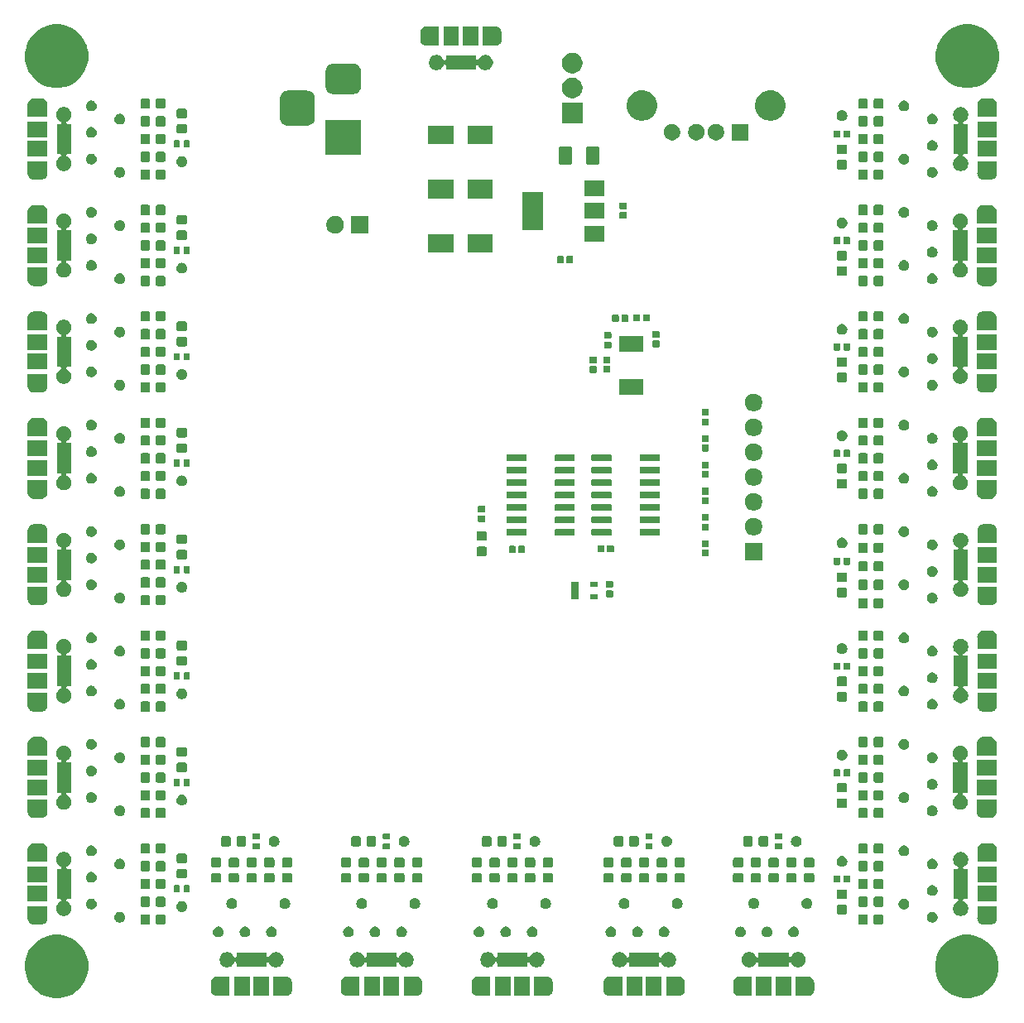
<source format=gbr>
G04 #@! TF.GenerationSoftware,KiCad,Pcbnew,5.1.5+dfsg1-2build2*
G04 #@! TF.CreationDate,2020-12-26T12:55:19-05:00*
G04 #@! TF.ProjectId,usb-solder,7573622d-736f-46c6-9465-722e6b696361,rev?*
G04 #@! TF.SameCoordinates,Original*
G04 #@! TF.FileFunction,Soldermask,Top*
G04 #@! TF.FilePolarity,Negative*
%FSLAX46Y46*%
G04 Gerber Fmt 4.6, Leading zero omitted, Abs format (unit mm)*
G04 Created by KiCad (PCBNEW 5.1.5+dfsg1-2build2) date 2020-12-26 12:55:19*
%MOMM*%
%LPD*%
G04 APERTURE LIST*
%ADD10C,0.100000*%
G04 APERTURE END LIST*
D10*
G36*
X147166839Y-143369467D02*
G01*
X147480882Y-143431934D01*
X148072526Y-143677001D01*
X148604992Y-144032784D01*
X149057816Y-144485608D01*
X149413599Y-145018074D01*
X149658666Y-145609718D01*
X149697007Y-145802471D01*
X149775320Y-146196175D01*
X149783600Y-146237804D01*
X149783600Y-146878196D01*
X149658666Y-147506282D01*
X149413599Y-148097926D01*
X149057816Y-148630392D01*
X148604992Y-149083216D01*
X148072526Y-149438999D01*
X147480882Y-149684066D01*
X147166839Y-149746533D01*
X146852797Y-149809000D01*
X146212403Y-149809000D01*
X145898361Y-149746533D01*
X145584318Y-149684066D01*
X144992674Y-149438999D01*
X144460208Y-149083216D01*
X144007384Y-148630392D01*
X143651601Y-148097926D01*
X143406534Y-147506282D01*
X143281600Y-146878196D01*
X143281600Y-146237804D01*
X143289881Y-146196175D01*
X143368193Y-145802471D01*
X143406534Y-145609718D01*
X143651601Y-145018074D01*
X144007384Y-144485608D01*
X144460208Y-144032784D01*
X144992674Y-143677001D01*
X145584318Y-143431934D01*
X145898361Y-143369467D01*
X146212403Y-143307000D01*
X146852797Y-143307000D01*
X147166839Y-143369467D01*
G37*
G36*
X54075839Y-143369467D02*
G01*
X54389882Y-143431934D01*
X54981526Y-143677001D01*
X55513992Y-144032784D01*
X55966816Y-144485608D01*
X56322599Y-145018074D01*
X56567666Y-145609718D01*
X56606007Y-145802471D01*
X56684320Y-146196175D01*
X56692600Y-146237804D01*
X56692600Y-146878196D01*
X56567666Y-147506282D01*
X56322599Y-148097926D01*
X55966816Y-148630392D01*
X55513992Y-149083216D01*
X54981526Y-149438999D01*
X54389882Y-149684066D01*
X54075839Y-149746533D01*
X53761797Y-149809000D01*
X53121403Y-149809000D01*
X52807361Y-149746533D01*
X52493318Y-149684066D01*
X51901674Y-149438999D01*
X51369208Y-149083216D01*
X50916384Y-148630392D01*
X50560601Y-148097926D01*
X50315534Y-147506282D01*
X50190600Y-146878196D01*
X50190600Y-146237804D01*
X50198881Y-146196175D01*
X50277193Y-145802471D01*
X50315534Y-145609718D01*
X50560601Y-145018074D01*
X50916384Y-144485608D01*
X51369208Y-144032784D01*
X51901674Y-143677001D01*
X52493318Y-143431934D01*
X52807361Y-143369467D01*
X53121403Y-143307000D01*
X53761797Y-143307000D01*
X54075839Y-143369467D01*
G37*
G36*
X69898462Y-147577298D02*
G01*
X69910714Y-147577900D01*
X71123600Y-147577900D01*
X71123600Y-149579900D01*
X69910714Y-149579900D01*
X69898462Y-149580502D01*
X69872600Y-149583049D01*
X69846738Y-149580502D01*
X69834486Y-149579900D01*
X69761194Y-149579900D01*
X69744436Y-149570943D01*
X69732899Y-149566815D01*
X69647907Y-149541032D01*
X69622264Y-149533254D01*
X69509175Y-149472806D01*
X69410047Y-149391454D01*
X69328694Y-149292324D01*
X69268246Y-149179235D01*
X69258560Y-149147303D01*
X69231020Y-149056517D01*
X69221600Y-148960872D01*
X69221600Y-148196927D01*
X69231020Y-148101282D01*
X69268245Y-147978568D01*
X69328696Y-147865474D01*
X69410047Y-147766346D01*
X69509176Y-147684994D01*
X69622266Y-147624546D01*
X69622269Y-147624545D01*
X69732890Y-147590988D01*
X69755525Y-147581612D01*
X69761081Y-147577900D01*
X69834486Y-147577900D01*
X69846738Y-147577298D01*
X69872600Y-147574751D01*
X69898462Y-147577298D01*
G37*
G36*
X90198462Y-147577298D02*
G01*
X90210714Y-147577900D01*
X90284006Y-147577900D01*
X90300764Y-147586857D01*
X90312307Y-147590987D01*
X90422931Y-147624545D01*
X90422934Y-147624546D01*
X90536024Y-147684994D01*
X90635154Y-147766347D01*
X90716506Y-147865475D01*
X90776954Y-147978564D01*
X90786640Y-148010496D01*
X90814180Y-148101282D01*
X90823600Y-148196927D01*
X90823600Y-148960873D01*
X90814180Y-149056518D01*
X90786640Y-149147304D01*
X90776954Y-149179236D01*
X90716506Y-149292325D01*
X90635154Y-149391454D01*
X90536025Y-149472806D01*
X90422936Y-149533254D01*
X90397293Y-149541032D01*
X90312308Y-149566813D01*
X90289675Y-149576187D01*
X90284118Y-149579900D01*
X90210714Y-149579900D01*
X90198462Y-149580502D01*
X90172600Y-149583049D01*
X90146738Y-149580502D01*
X90134486Y-149579900D01*
X88921600Y-149579900D01*
X88921600Y-147577900D01*
X90134486Y-147577900D01*
X90146738Y-147577298D01*
X90172600Y-147574751D01*
X90198462Y-147577298D01*
G37*
G36*
X110048462Y-147577298D02*
G01*
X110060714Y-147577900D01*
X111273600Y-147577900D01*
X111273600Y-149579900D01*
X110060714Y-149579900D01*
X110048462Y-149580502D01*
X110022600Y-149583049D01*
X109996738Y-149580502D01*
X109984486Y-149579900D01*
X109911194Y-149579900D01*
X109894436Y-149570943D01*
X109882899Y-149566815D01*
X109797907Y-149541032D01*
X109772264Y-149533254D01*
X109659175Y-149472806D01*
X109560047Y-149391454D01*
X109478694Y-149292324D01*
X109418246Y-149179235D01*
X109408560Y-149147303D01*
X109381020Y-149056517D01*
X109371600Y-148960872D01*
X109371600Y-148196927D01*
X109381020Y-148101282D01*
X109418245Y-147978568D01*
X109478696Y-147865474D01*
X109560047Y-147766346D01*
X109659176Y-147684994D01*
X109772266Y-147624546D01*
X109772269Y-147624545D01*
X109882890Y-147590988D01*
X109905525Y-147581612D01*
X109911081Y-147577900D01*
X109984486Y-147577900D01*
X109996738Y-147577298D01*
X110022600Y-147574751D01*
X110048462Y-147577298D01*
G37*
G36*
X117048462Y-147577298D02*
G01*
X117060714Y-147577900D01*
X117134006Y-147577900D01*
X117150764Y-147586857D01*
X117162307Y-147590987D01*
X117272931Y-147624545D01*
X117272934Y-147624546D01*
X117386024Y-147684994D01*
X117485154Y-147766347D01*
X117566506Y-147865475D01*
X117626954Y-147978564D01*
X117636640Y-148010496D01*
X117664180Y-148101282D01*
X117673600Y-148196927D01*
X117673600Y-148960873D01*
X117664180Y-149056518D01*
X117636640Y-149147304D01*
X117626954Y-149179236D01*
X117566506Y-149292325D01*
X117485154Y-149391454D01*
X117386025Y-149472806D01*
X117272936Y-149533254D01*
X117247293Y-149541032D01*
X117162308Y-149566813D01*
X117139675Y-149576187D01*
X117134118Y-149579900D01*
X117060714Y-149579900D01*
X117048462Y-149580502D01*
X117022600Y-149583049D01*
X116996738Y-149580502D01*
X116984486Y-149579900D01*
X115771600Y-149579900D01*
X115771600Y-147577900D01*
X116984486Y-147577900D01*
X116996738Y-147577298D01*
X117022600Y-147574751D01*
X117048462Y-147577298D01*
G37*
G36*
X96568462Y-147577298D02*
G01*
X96580714Y-147577900D01*
X97793600Y-147577900D01*
X97793600Y-149579900D01*
X96580714Y-149579900D01*
X96568462Y-149580502D01*
X96542600Y-149583049D01*
X96516738Y-149580502D01*
X96504486Y-149579900D01*
X96431194Y-149579900D01*
X96414436Y-149570943D01*
X96402899Y-149566815D01*
X96317907Y-149541032D01*
X96292264Y-149533254D01*
X96179175Y-149472806D01*
X96080047Y-149391454D01*
X95998694Y-149292324D01*
X95938246Y-149179235D01*
X95928560Y-149147303D01*
X95901020Y-149056517D01*
X95891600Y-148960872D01*
X95891600Y-148196927D01*
X95901020Y-148101282D01*
X95938245Y-147978568D01*
X95998696Y-147865474D01*
X96080047Y-147766346D01*
X96179176Y-147684994D01*
X96292266Y-147624546D01*
X96292269Y-147624545D01*
X96402890Y-147590988D01*
X96425525Y-147581612D01*
X96431081Y-147577900D01*
X96504486Y-147577900D01*
X96516738Y-147577298D01*
X96542600Y-147574751D01*
X96568462Y-147577298D01*
G37*
G36*
X103568462Y-147577298D02*
G01*
X103580714Y-147577900D01*
X103654006Y-147577900D01*
X103670764Y-147586857D01*
X103682307Y-147590987D01*
X103792931Y-147624545D01*
X103792934Y-147624546D01*
X103906024Y-147684994D01*
X104005154Y-147766347D01*
X104086506Y-147865475D01*
X104146954Y-147978564D01*
X104156640Y-148010496D01*
X104184180Y-148101282D01*
X104193600Y-148196927D01*
X104193600Y-148960873D01*
X104184180Y-149056518D01*
X104156640Y-149147304D01*
X104146954Y-149179236D01*
X104086506Y-149292325D01*
X104005154Y-149391454D01*
X103906025Y-149472806D01*
X103792936Y-149533254D01*
X103767293Y-149541032D01*
X103682308Y-149566813D01*
X103659675Y-149576187D01*
X103654118Y-149579900D01*
X103580714Y-149579900D01*
X103568462Y-149580502D01*
X103542600Y-149583049D01*
X103516738Y-149580502D01*
X103504486Y-149579900D01*
X102291600Y-149579900D01*
X102291600Y-147577900D01*
X103504486Y-147577900D01*
X103516738Y-147577298D01*
X103542600Y-147574751D01*
X103568462Y-147577298D01*
G37*
G36*
X123298462Y-147577298D02*
G01*
X123310714Y-147577900D01*
X124523600Y-147577900D01*
X124523600Y-149579900D01*
X123310714Y-149579900D01*
X123298462Y-149580502D01*
X123272600Y-149583049D01*
X123246738Y-149580502D01*
X123234486Y-149579900D01*
X123161194Y-149579900D01*
X123144436Y-149570943D01*
X123132899Y-149566815D01*
X123047907Y-149541032D01*
X123022264Y-149533254D01*
X122909175Y-149472806D01*
X122810047Y-149391454D01*
X122728694Y-149292324D01*
X122668246Y-149179235D01*
X122658560Y-149147303D01*
X122631020Y-149056517D01*
X122621600Y-148960872D01*
X122621600Y-148196927D01*
X122631020Y-148101282D01*
X122668245Y-147978568D01*
X122728696Y-147865474D01*
X122810047Y-147766346D01*
X122909176Y-147684994D01*
X123022266Y-147624546D01*
X123022269Y-147624545D01*
X123132890Y-147590988D01*
X123155525Y-147581612D01*
X123161081Y-147577900D01*
X123234486Y-147577900D01*
X123246738Y-147577298D01*
X123272600Y-147574751D01*
X123298462Y-147577298D01*
G37*
G36*
X130298462Y-147577298D02*
G01*
X130310714Y-147577900D01*
X130384006Y-147577900D01*
X130400764Y-147586857D01*
X130412307Y-147590987D01*
X130522931Y-147624545D01*
X130522934Y-147624546D01*
X130636024Y-147684994D01*
X130735154Y-147766347D01*
X130816506Y-147865475D01*
X130876954Y-147978564D01*
X130886640Y-148010496D01*
X130914180Y-148101282D01*
X130923600Y-148196927D01*
X130923600Y-148960873D01*
X130914180Y-149056518D01*
X130886640Y-149147304D01*
X130876954Y-149179236D01*
X130816506Y-149292325D01*
X130735154Y-149391454D01*
X130636025Y-149472806D01*
X130522936Y-149533254D01*
X130497293Y-149541032D01*
X130412308Y-149566813D01*
X130389675Y-149576187D01*
X130384118Y-149579900D01*
X130310714Y-149579900D01*
X130298462Y-149580502D01*
X130272600Y-149583049D01*
X130246738Y-149580502D01*
X130234486Y-149579900D01*
X129021600Y-149579900D01*
X129021600Y-147577900D01*
X130234486Y-147577900D01*
X130246738Y-147577298D01*
X130272600Y-147574751D01*
X130298462Y-147577298D01*
G37*
G36*
X76898462Y-147577298D02*
G01*
X76910714Y-147577900D01*
X76984006Y-147577900D01*
X77000764Y-147586857D01*
X77012307Y-147590987D01*
X77122931Y-147624545D01*
X77122934Y-147624546D01*
X77236024Y-147684994D01*
X77335154Y-147766347D01*
X77416506Y-147865475D01*
X77476954Y-147978564D01*
X77486640Y-148010496D01*
X77514180Y-148101282D01*
X77523600Y-148196927D01*
X77523600Y-148960873D01*
X77514180Y-149056518D01*
X77486640Y-149147304D01*
X77476954Y-149179236D01*
X77416506Y-149292325D01*
X77335154Y-149391454D01*
X77236025Y-149472806D01*
X77122936Y-149533254D01*
X77097293Y-149541032D01*
X77012308Y-149566813D01*
X76989675Y-149576187D01*
X76984118Y-149579900D01*
X76910714Y-149579900D01*
X76898462Y-149580502D01*
X76872600Y-149583049D01*
X76846738Y-149580502D01*
X76834486Y-149579900D01*
X75621600Y-149579900D01*
X75621600Y-147577900D01*
X76834486Y-147577900D01*
X76846738Y-147577298D01*
X76872600Y-147574751D01*
X76898462Y-147577298D01*
G37*
G36*
X83198462Y-147577298D02*
G01*
X83210714Y-147577900D01*
X84423600Y-147577900D01*
X84423600Y-149579900D01*
X83210714Y-149579900D01*
X83198462Y-149580502D01*
X83172600Y-149583049D01*
X83146738Y-149580502D01*
X83134486Y-149579900D01*
X83061194Y-149579900D01*
X83044436Y-149570943D01*
X83032899Y-149566815D01*
X82947907Y-149541032D01*
X82922264Y-149533254D01*
X82809175Y-149472806D01*
X82710047Y-149391454D01*
X82628694Y-149292324D01*
X82568246Y-149179235D01*
X82558560Y-149147303D01*
X82531020Y-149056517D01*
X82521600Y-148960872D01*
X82521600Y-148196927D01*
X82531020Y-148101282D01*
X82568245Y-147978568D01*
X82628696Y-147865474D01*
X82710047Y-147766346D01*
X82809176Y-147684994D01*
X82922266Y-147624546D01*
X82922269Y-147624545D01*
X83032890Y-147590988D01*
X83055525Y-147581612D01*
X83061081Y-147577900D01*
X83134486Y-147577900D01*
X83146738Y-147577298D01*
X83172600Y-147574751D01*
X83198462Y-147577298D01*
G37*
G36*
X75173600Y-149579900D02*
G01*
X73571600Y-149579900D01*
X73571600Y-147577900D01*
X75173600Y-147577900D01*
X75173600Y-149579900D01*
G37*
G36*
X101843600Y-149579900D02*
G01*
X100241600Y-149579900D01*
X100241600Y-147577900D01*
X101843600Y-147577900D01*
X101843600Y-149579900D01*
G37*
G36*
X99843600Y-149579900D02*
G01*
X98241600Y-149579900D01*
X98241600Y-147577900D01*
X99843600Y-147577900D01*
X99843600Y-149579900D01*
G37*
G36*
X88473600Y-149579900D02*
G01*
X86871600Y-149579900D01*
X86871600Y-147577900D01*
X88473600Y-147577900D01*
X88473600Y-149579900D01*
G37*
G36*
X86473600Y-149579900D02*
G01*
X84871600Y-149579900D01*
X84871600Y-147577900D01*
X86473600Y-147577900D01*
X86473600Y-149579900D01*
G37*
G36*
X113323600Y-149579900D02*
G01*
X111721600Y-149579900D01*
X111721600Y-147577900D01*
X113323600Y-147577900D01*
X113323600Y-149579900D01*
G37*
G36*
X115323600Y-149579900D02*
G01*
X113721600Y-149579900D01*
X113721600Y-147577900D01*
X115323600Y-147577900D01*
X115323600Y-149579900D01*
G37*
G36*
X73173600Y-149579900D02*
G01*
X71571600Y-149579900D01*
X71571600Y-147577900D01*
X73173600Y-147577900D01*
X73173600Y-149579900D01*
G37*
G36*
X126573600Y-149579900D02*
G01*
X124971600Y-149579900D01*
X124971600Y-147577900D01*
X126573600Y-147577900D01*
X126573600Y-149579900D01*
G37*
G36*
X128573600Y-149579900D02*
G01*
X126971600Y-149579900D01*
X126971600Y-147577900D01*
X128573600Y-147577900D01*
X128573600Y-149579900D01*
G37*
G36*
X111248948Y-145132720D02*
G01*
X111248950Y-145132721D01*
X111248951Y-145132721D01*
X111390174Y-145191217D01*
X111390177Y-145191219D01*
X111517269Y-145276139D01*
X111625361Y-145384231D01*
X111681975Y-145468960D01*
X111710283Y-145511326D01*
X111731117Y-145561625D01*
X111742668Y-145583236D01*
X111758214Y-145602178D01*
X111777156Y-145617723D01*
X111798766Y-145629274D01*
X111822215Y-145636387D01*
X111846601Y-145638789D01*
X111870987Y-145636387D01*
X111894436Y-145629274D01*
X111916047Y-145617723D01*
X111934989Y-145602177D01*
X111950534Y-145583235D01*
X111962085Y-145561625D01*
X111969198Y-145538176D01*
X111971600Y-145513790D01*
X111971600Y-145152900D01*
X115073600Y-145152900D01*
X115073600Y-145513790D01*
X115076002Y-145538176D01*
X115083115Y-145561625D01*
X115094666Y-145583236D01*
X115110211Y-145602178D01*
X115129153Y-145617723D01*
X115150764Y-145629274D01*
X115174213Y-145636387D01*
X115198599Y-145638789D01*
X115222985Y-145636387D01*
X115246434Y-145629274D01*
X115268045Y-145617723D01*
X115286987Y-145602178D01*
X115302532Y-145583236D01*
X115314083Y-145561625D01*
X115334917Y-145511326D01*
X115363225Y-145468960D01*
X115419839Y-145384231D01*
X115527931Y-145276139D01*
X115655023Y-145191219D01*
X115655026Y-145191217D01*
X115796249Y-145132721D01*
X115796250Y-145132721D01*
X115796252Y-145132720D01*
X115946169Y-145102900D01*
X116099031Y-145102900D01*
X116248948Y-145132720D01*
X116248950Y-145132721D01*
X116248951Y-145132721D01*
X116390174Y-145191217D01*
X116390177Y-145191219D01*
X116517269Y-145276139D01*
X116625361Y-145384231D01*
X116710281Y-145511323D01*
X116710283Y-145511326D01*
X116768779Y-145652549D01*
X116798600Y-145802471D01*
X116798600Y-145955329D01*
X116768779Y-146105251D01*
X116710283Y-146246474D01*
X116710282Y-146246475D01*
X116710281Y-146246477D01*
X116625361Y-146373569D01*
X116517269Y-146481661D01*
X116390177Y-146566581D01*
X116390174Y-146566583D01*
X116248951Y-146625079D01*
X116248950Y-146625079D01*
X116248948Y-146625080D01*
X116099031Y-146654900D01*
X115946169Y-146654900D01*
X115796252Y-146625080D01*
X115796250Y-146625079D01*
X115796249Y-146625079D01*
X115655026Y-146566583D01*
X115655023Y-146566581D01*
X115527931Y-146481661D01*
X115419839Y-146373569D01*
X115334918Y-146246475D01*
X115334917Y-146246474D01*
X115314081Y-146196172D01*
X115302532Y-146174564D01*
X115286986Y-146155622D01*
X115268044Y-146140077D01*
X115246434Y-146128526D01*
X115222985Y-146121413D01*
X115198599Y-146119011D01*
X115174213Y-146121413D01*
X115150764Y-146128526D01*
X115129153Y-146140077D01*
X115110211Y-146155623D01*
X115094666Y-146174565D01*
X115083115Y-146196175D01*
X115076002Y-146219624D01*
X115073600Y-146244010D01*
X115073600Y-146604900D01*
X111971600Y-146604900D01*
X111971600Y-146244010D01*
X111969198Y-146219624D01*
X111962085Y-146196175D01*
X111950534Y-146174564D01*
X111934989Y-146155622D01*
X111916047Y-146140077D01*
X111894436Y-146128526D01*
X111870987Y-146121413D01*
X111846601Y-146119011D01*
X111822215Y-146121413D01*
X111798766Y-146128526D01*
X111777155Y-146140077D01*
X111758213Y-146155622D01*
X111742668Y-146174564D01*
X111731119Y-146196172D01*
X111710283Y-146246474D01*
X111710282Y-146246475D01*
X111625361Y-146373569D01*
X111517269Y-146481661D01*
X111390177Y-146566581D01*
X111390174Y-146566583D01*
X111248951Y-146625079D01*
X111248950Y-146625079D01*
X111248948Y-146625080D01*
X111099031Y-146654900D01*
X110946169Y-146654900D01*
X110796252Y-146625080D01*
X110796250Y-146625079D01*
X110796249Y-146625079D01*
X110655026Y-146566583D01*
X110655023Y-146566581D01*
X110527931Y-146481661D01*
X110419839Y-146373569D01*
X110334919Y-146246477D01*
X110334918Y-146246475D01*
X110334917Y-146246474D01*
X110276421Y-146105251D01*
X110246600Y-145955329D01*
X110246600Y-145802471D01*
X110276421Y-145652549D01*
X110334917Y-145511326D01*
X110334919Y-145511323D01*
X110419839Y-145384231D01*
X110527931Y-145276139D01*
X110655023Y-145191219D01*
X110655026Y-145191217D01*
X110796249Y-145132721D01*
X110796250Y-145132721D01*
X110796252Y-145132720D01*
X110946169Y-145102900D01*
X111099031Y-145102900D01*
X111248948Y-145132720D01*
G37*
G36*
X124498948Y-145132720D02*
G01*
X124498950Y-145132721D01*
X124498951Y-145132721D01*
X124640174Y-145191217D01*
X124640177Y-145191219D01*
X124767269Y-145276139D01*
X124875361Y-145384231D01*
X124931975Y-145468960D01*
X124960283Y-145511326D01*
X124981117Y-145561625D01*
X124992668Y-145583236D01*
X125008214Y-145602178D01*
X125027156Y-145617723D01*
X125048766Y-145629274D01*
X125072215Y-145636387D01*
X125096601Y-145638789D01*
X125120987Y-145636387D01*
X125144436Y-145629274D01*
X125166047Y-145617723D01*
X125184989Y-145602177D01*
X125200534Y-145583235D01*
X125212085Y-145561625D01*
X125219198Y-145538176D01*
X125221600Y-145513790D01*
X125221600Y-145152900D01*
X128323600Y-145152900D01*
X128323600Y-145513790D01*
X128326002Y-145538176D01*
X128333115Y-145561625D01*
X128344666Y-145583236D01*
X128360211Y-145602178D01*
X128379153Y-145617723D01*
X128400764Y-145629274D01*
X128424213Y-145636387D01*
X128448599Y-145638789D01*
X128472985Y-145636387D01*
X128496434Y-145629274D01*
X128518045Y-145617723D01*
X128536987Y-145602178D01*
X128552532Y-145583236D01*
X128564083Y-145561625D01*
X128584917Y-145511326D01*
X128613225Y-145468960D01*
X128669839Y-145384231D01*
X128777931Y-145276139D01*
X128905023Y-145191219D01*
X128905026Y-145191217D01*
X129046249Y-145132721D01*
X129046250Y-145132721D01*
X129046252Y-145132720D01*
X129196169Y-145102900D01*
X129349031Y-145102900D01*
X129498948Y-145132720D01*
X129498950Y-145132721D01*
X129498951Y-145132721D01*
X129640174Y-145191217D01*
X129640177Y-145191219D01*
X129767269Y-145276139D01*
X129875361Y-145384231D01*
X129960281Y-145511323D01*
X129960283Y-145511326D01*
X130018779Y-145652549D01*
X130048600Y-145802471D01*
X130048600Y-145955329D01*
X130018779Y-146105251D01*
X129960283Y-146246474D01*
X129960282Y-146246475D01*
X129960281Y-146246477D01*
X129875361Y-146373569D01*
X129767269Y-146481661D01*
X129640177Y-146566581D01*
X129640174Y-146566583D01*
X129498951Y-146625079D01*
X129498950Y-146625079D01*
X129498948Y-146625080D01*
X129349031Y-146654900D01*
X129196169Y-146654900D01*
X129046252Y-146625080D01*
X129046250Y-146625079D01*
X129046249Y-146625079D01*
X128905026Y-146566583D01*
X128905023Y-146566581D01*
X128777931Y-146481661D01*
X128669839Y-146373569D01*
X128584918Y-146246475D01*
X128584917Y-146246474D01*
X128564081Y-146196172D01*
X128552532Y-146174564D01*
X128536986Y-146155622D01*
X128518044Y-146140077D01*
X128496434Y-146128526D01*
X128472985Y-146121413D01*
X128448599Y-146119011D01*
X128424213Y-146121413D01*
X128400764Y-146128526D01*
X128379153Y-146140077D01*
X128360211Y-146155623D01*
X128344666Y-146174565D01*
X128333115Y-146196175D01*
X128326002Y-146219624D01*
X128323600Y-146244010D01*
X128323600Y-146604900D01*
X125221600Y-146604900D01*
X125221600Y-146244010D01*
X125219198Y-146219624D01*
X125212085Y-146196175D01*
X125200534Y-146174564D01*
X125184989Y-146155622D01*
X125166047Y-146140077D01*
X125144436Y-146128526D01*
X125120987Y-146121413D01*
X125096601Y-146119011D01*
X125072215Y-146121413D01*
X125048766Y-146128526D01*
X125027155Y-146140077D01*
X125008213Y-146155622D01*
X124992668Y-146174564D01*
X124981119Y-146196172D01*
X124960283Y-146246474D01*
X124960282Y-146246475D01*
X124875361Y-146373569D01*
X124767269Y-146481661D01*
X124640177Y-146566581D01*
X124640174Y-146566583D01*
X124498951Y-146625079D01*
X124498950Y-146625079D01*
X124498948Y-146625080D01*
X124349031Y-146654900D01*
X124196169Y-146654900D01*
X124046252Y-146625080D01*
X124046250Y-146625079D01*
X124046249Y-146625079D01*
X123905026Y-146566583D01*
X123905023Y-146566581D01*
X123777931Y-146481661D01*
X123669839Y-146373569D01*
X123584919Y-146246477D01*
X123584918Y-146246475D01*
X123584917Y-146246474D01*
X123526421Y-146105251D01*
X123496600Y-145955329D01*
X123496600Y-145802471D01*
X123526421Y-145652549D01*
X123584917Y-145511326D01*
X123584919Y-145511323D01*
X123669839Y-145384231D01*
X123777931Y-145276139D01*
X123905023Y-145191219D01*
X123905026Y-145191217D01*
X124046249Y-145132721D01*
X124046250Y-145132721D01*
X124046252Y-145132720D01*
X124196169Y-145102900D01*
X124349031Y-145102900D01*
X124498948Y-145132720D01*
G37*
G36*
X97768948Y-145132720D02*
G01*
X97768950Y-145132721D01*
X97768951Y-145132721D01*
X97910174Y-145191217D01*
X97910177Y-145191219D01*
X98037269Y-145276139D01*
X98145361Y-145384231D01*
X98201975Y-145468960D01*
X98230283Y-145511326D01*
X98251117Y-145561625D01*
X98262668Y-145583236D01*
X98278214Y-145602178D01*
X98297156Y-145617723D01*
X98318766Y-145629274D01*
X98342215Y-145636387D01*
X98366601Y-145638789D01*
X98390987Y-145636387D01*
X98414436Y-145629274D01*
X98436047Y-145617723D01*
X98454989Y-145602177D01*
X98470534Y-145583235D01*
X98482085Y-145561625D01*
X98489198Y-145538176D01*
X98491600Y-145513790D01*
X98491600Y-145152900D01*
X101593600Y-145152900D01*
X101593600Y-145513790D01*
X101596002Y-145538176D01*
X101603115Y-145561625D01*
X101614666Y-145583236D01*
X101630211Y-145602178D01*
X101649153Y-145617723D01*
X101670764Y-145629274D01*
X101694213Y-145636387D01*
X101718599Y-145638789D01*
X101742985Y-145636387D01*
X101766434Y-145629274D01*
X101788045Y-145617723D01*
X101806987Y-145602178D01*
X101822532Y-145583236D01*
X101834083Y-145561625D01*
X101854917Y-145511326D01*
X101883225Y-145468960D01*
X101939839Y-145384231D01*
X102047931Y-145276139D01*
X102175023Y-145191219D01*
X102175026Y-145191217D01*
X102316249Y-145132721D01*
X102316250Y-145132721D01*
X102316252Y-145132720D01*
X102466169Y-145102900D01*
X102619031Y-145102900D01*
X102768948Y-145132720D01*
X102768950Y-145132721D01*
X102768951Y-145132721D01*
X102910174Y-145191217D01*
X102910177Y-145191219D01*
X103037269Y-145276139D01*
X103145361Y-145384231D01*
X103230281Y-145511323D01*
X103230283Y-145511326D01*
X103288779Y-145652549D01*
X103318600Y-145802471D01*
X103318600Y-145955329D01*
X103288779Y-146105251D01*
X103230283Y-146246474D01*
X103230282Y-146246475D01*
X103230281Y-146246477D01*
X103145361Y-146373569D01*
X103037269Y-146481661D01*
X102910177Y-146566581D01*
X102910174Y-146566583D01*
X102768951Y-146625079D01*
X102768950Y-146625079D01*
X102768948Y-146625080D01*
X102619031Y-146654900D01*
X102466169Y-146654900D01*
X102316252Y-146625080D01*
X102316250Y-146625079D01*
X102316249Y-146625079D01*
X102175026Y-146566583D01*
X102175023Y-146566581D01*
X102047931Y-146481661D01*
X101939839Y-146373569D01*
X101854918Y-146246475D01*
X101854917Y-146246474D01*
X101834081Y-146196172D01*
X101822532Y-146174564D01*
X101806986Y-146155622D01*
X101788044Y-146140077D01*
X101766434Y-146128526D01*
X101742985Y-146121413D01*
X101718599Y-146119011D01*
X101694213Y-146121413D01*
X101670764Y-146128526D01*
X101649153Y-146140077D01*
X101630211Y-146155623D01*
X101614666Y-146174565D01*
X101603115Y-146196175D01*
X101596002Y-146219624D01*
X101593600Y-146244010D01*
X101593600Y-146604900D01*
X98491600Y-146604900D01*
X98491600Y-146244010D01*
X98489198Y-146219624D01*
X98482085Y-146196175D01*
X98470534Y-146174564D01*
X98454989Y-146155622D01*
X98436047Y-146140077D01*
X98414436Y-146128526D01*
X98390987Y-146121413D01*
X98366601Y-146119011D01*
X98342215Y-146121413D01*
X98318766Y-146128526D01*
X98297155Y-146140077D01*
X98278213Y-146155622D01*
X98262668Y-146174564D01*
X98251119Y-146196172D01*
X98230283Y-146246474D01*
X98230282Y-146246475D01*
X98145361Y-146373569D01*
X98037269Y-146481661D01*
X97910177Y-146566581D01*
X97910174Y-146566583D01*
X97768951Y-146625079D01*
X97768950Y-146625079D01*
X97768948Y-146625080D01*
X97619031Y-146654900D01*
X97466169Y-146654900D01*
X97316252Y-146625080D01*
X97316250Y-146625079D01*
X97316249Y-146625079D01*
X97175026Y-146566583D01*
X97175023Y-146566581D01*
X97047931Y-146481661D01*
X96939839Y-146373569D01*
X96854919Y-146246477D01*
X96854918Y-146246475D01*
X96854917Y-146246474D01*
X96796421Y-146105251D01*
X96766600Y-145955329D01*
X96766600Y-145802471D01*
X96796421Y-145652549D01*
X96854917Y-145511326D01*
X96854919Y-145511323D01*
X96939839Y-145384231D01*
X97047931Y-145276139D01*
X97175023Y-145191219D01*
X97175026Y-145191217D01*
X97316249Y-145132721D01*
X97316250Y-145132721D01*
X97316252Y-145132720D01*
X97466169Y-145102900D01*
X97619031Y-145102900D01*
X97768948Y-145132720D01*
G37*
G36*
X71098948Y-145132720D02*
G01*
X71098950Y-145132721D01*
X71098951Y-145132721D01*
X71240174Y-145191217D01*
X71240177Y-145191219D01*
X71367269Y-145276139D01*
X71475361Y-145384231D01*
X71531975Y-145468960D01*
X71560283Y-145511326D01*
X71581117Y-145561625D01*
X71592668Y-145583236D01*
X71608214Y-145602178D01*
X71627156Y-145617723D01*
X71648766Y-145629274D01*
X71672215Y-145636387D01*
X71696601Y-145638789D01*
X71720987Y-145636387D01*
X71744436Y-145629274D01*
X71766047Y-145617723D01*
X71784989Y-145602177D01*
X71800534Y-145583235D01*
X71812085Y-145561625D01*
X71819198Y-145538176D01*
X71821600Y-145513790D01*
X71821600Y-145152900D01*
X74923600Y-145152900D01*
X74923600Y-145513790D01*
X74926002Y-145538176D01*
X74933115Y-145561625D01*
X74944666Y-145583236D01*
X74960211Y-145602178D01*
X74979153Y-145617723D01*
X75000764Y-145629274D01*
X75024213Y-145636387D01*
X75048599Y-145638789D01*
X75072985Y-145636387D01*
X75096434Y-145629274D01*
X75118045Y-145617723D01*
X75136987Y-145602178D01*
X75152532Y-145583236D01*
X75164083Y-145561625D01*
X75184917Y-145511326D01*
X75213225Y-145468960D01*
X75269839Y-145384231D01*
X75377931Y-145276139D01*
X75505023Y-145191219D01*
X75505026Y-145191217D01*
X75646249Y-145132721D01*
X75646250Y-145132721D01*
X75646252Y-145132720D01*
X75796169Y-145102900D01*
X75949031Y-145102900D01*
X76098948Y-145132720D01*
X76098950Y-145132721D01*
X76098951Y-145132721D01*
X76240174Y-145191217D01*
X76240177Y-145191219D01*
X76367269Y-145276139D01*
X76475361Y-145384231D01*
X76560281Y-145511323D01*
X76560283Y-145511326D01*
X76618779Y-145652549D01*
X76648600Y-145802471D01*
X76648600Y-145955329D01*
X76618779Y-146105251D01*
X76560283Y-146246474D01*
X76560282Y-146246475D01*
X76560281Y-146246477D01*
X76475361Y-146373569D01*
X76367269Y-146481661D01*
X76240177Y-146566581D01*
X76240174Y-146566583D01*
X76098951Y-146625079D01*
X76098950Y-146625079D01*
X76098948Y-146625080D01*
X75949031Y-146654900D01*
X75796169Y-146654900D01*
X75646252Y-146625080D01*
X75646250Y-146625079D01*
X75646249Y-146625079D01*
X75505026Y-146566583D01*
X75505023Y-146566581D01*
X75377931Y-146481661D01*
X75269839Y-146373569D01*
X75184918Y-146246475D01*
X75184917Y-146246474D01*
X75164081Y-146196172D01*
X75152532Y-146174564D01*
X75136986Y-146155622D01*
X75118044Y-146140077D01*
X75096434Y-146128526D01*
X75072985Y-146121413D01*
X75048599Y-146119011D01*
X75024213Y-146121413D01*
X75000764Y-146128526D01*
X74979153Y-146140077D01*
X74960211Y-146155623D01*
X74944666Y-146174565D01*
X74933115Y-146196175D01*
X74926002Y-146219624D01*
X74923600Y-146244010D01*
X74923600Y-146604900D01*
X71821600Y-146604900D01*
X71821600Y-146244010D01*
X71819198Y-146219624D01*
X71812085Y-146196175D01*
X71800534Y-146174564D01*
X71784989Y-146155622D01*
X71766047Y-146140077D01*
X71744436Y-146128526D01*
X71720987Y-146121413D01*
X71696601Y-146119011D01*
X71672215Y-146121413D01*
X71648766Y-146128526D01*
X71627155Y-146140077D01*
X71608213Y-146155622D01*
X71592668Y-146174564D01*
X71581119Y-146196172D01*
X71560283Y-146246474D01*
X71560282Y-146246475D01*
X71475361Y-146373569D01*
X71367269Y-146481661D01*
X71240177Y-146566581D01*
X71240174Y-146566583D01*
X71098951Y-146625079D01*
X71098950Y-146625079D01*
X71098948Y-146625080D01*
X70949031Y-146654900D01*
X70796169Y-146654900D01*
X70646252Y-146625080D01*
X70646250Y-146625079D01*
X70646249Y-146625079D01*
X70505026Y-146566583D01*
X70505023Y-146566581D01*
X70377931Y-146481661D01*
X70269839Y-146373569D01*
X70184919Y-146246477D01*
X70184918Y-146246475D01*
X70184917Y-146246474D01*
X70126421Y-146105251D01*
X70096600Y-145955329D01*
X70096600Y-145802471D01*
X70126421Y-145652549D01*
X70184917Y-145511326D01*
X70184919Y-145511323D01*
X70269839Y-145384231D01*
X70377931Y-145276139D01*
X70505023Y-145191219D01*
X70505026Y-145191217D01*
X70646249Y-145132721D01*
X70646250Y-145132721D01*
X70646252Y-145132720D01*
X70796169Y-145102900D01*
X70949031Y-145102900D01*
X71098948Y-145132720D01*
G37*
G36*
X84398948Y-145132720D02*
G01*
X84398950Y-145132721D01*
X84398951Y-145132721D01*
X84540174Y-145191217D01*
X84540177Y-145191219D01*
X84667269Y-145276139D01*
X84775361Y-145384231D01*
X84831975Y-145468960D01*
X84860283Y-145511326D01*
X84881117Y-145561625D01*
X84892668Y-145583236D01*
X84908214Y-145602178D01*
X84927156Y-145617723D01*
X84948766Y-145629274D01*
X84972215Y-145636387D01*
X84996601Y-145638789D01*
X85020987Y-145636387D01*
X85044436Y-145629274D01*
X85066047Y-145617723D01*
X85084989Y-145602177D01*
X85100534Y-145583235D01*
X85112085Y-145561625D01*
X85119198Y-145538176D01*
X85121600Y-145513790D01*
X85121600Y-145152900D01*
X88223600Y-145152900D01*
X88223600Y-145513790D01*
X88226002Y-145538176D01*
X88233115Y-145561625D01*
X88244666Y-145583236D01*
X88260211Y-145602178D01*
X88279153Y-145617723D01*
X88300764Y-145629274D01*
X88324213Y-145636387D01*
X88348599Y-145638789D01*
X88372985Y-145636387D01*
X88396434Y-145629274D01*
X88418045Y-145617723D01*
X88436987Y-145602178D01*
X88452532Y-145583236D01*
X88464083Y-145561625D01*
X88484917Y-145511326D01*
X88513225Y-145468960D01*
X88569839Y-145384231D01*
X88677931Y-145276139D01*
X88805023Y-145191219D01*
X88805026Y-145191217D01*
X88946249Y-145132721D01*
X88946250Y-145132721D01*
X88946252Y-145132720D01*
X89096169Y-145102900D01*
X89249031Y-145102900D01*
X89398948Y-145132720D01*
X89398950Y-145132721D01*
X89398951Y-145132721D01*
X89540174Y-145191217D01*
X89540177Y-145191219D01*
X89667269Y-145276139D01*
X89775361Y-145384231D01*
X89860281Y-145511323D01*
X89860283Y-145511326D01*
X89918779Y-145652549D01*
X89948600Y-145802471D01*
X89948600Y-145955329D01*
X89918779Y-146105251D01*
X89860283Y-146246474D01*
X89860282Y-146246475D01*
X89860281Y-146246477D01*
X89775361Y-146373569D01*
X89667269Y-146481661D01*
X89540177Y-146566581D01*
X89540174Y-146566583D01*
X89398951Y-146625079D01*
X89398950Y-146625079D01*
X89398948Y-146625080D01*
X89249031Y-146654900D01*
X89096169Y-146654900D01*
X88946252Y-146625080D01*
X88946250Y-146625079D01*
X88946249Y-146625079D01*
X88805026Y-146566583D01*
X88805023Y-146566581D01*
X88677931Y-146481661D01*
X88569839Y-146373569D01*
X88484918Y-146246475D01*
X88484917Y-146246474D01*
X88464081Y-146196172D01*
X88452532Y-146174564D01*
X88436986Y-146155622D01*
X88418044Y-146140077D01*
X88396434Y-146128526D01*
X88372985Y-146121413D01*
X88348599Y-146119011D01*
X88324213Y-146121413D01*
X88300764Y-146128526D01*
X88279153Y-146140077D01*
X88260211Y-146155623D01*
X88244666Y-146174565D01*
X88233115Y-146196175D01*
X88226002Y-146219624D01*
X88223600Y-146244010D01*
X88223600Y-146604900D01*
X85121600Y-146604900D01*
X85121600Y-146244010D01*
X85119198Y-146219624D01*
X85112085Y-146196175D01*
X85100534Y-146174564D01*
X85084989Y-146155622D01*
X85066047Y-146140077D01*
X85044436Y-146128526D01*
X85020987Y-146121413D01*
X84996601Y-146119011D01*
X84972215Y-146121413D01*
X84948766Y-146128526D01*
X84927155Y-146140077D01*
X84908213Y-146155622D01*
X84892668Y-146174564D01*
X84881119Y-146196172D01*
X84860283Y-146246474D01*
X84860282Y-146246475D01*
X84775361Y-146373569D01*
X84667269Y-146481661D01*
X84540177Y-146566581D01*
X84540174Y-146566583D01*
X84398951Y-146625079D01*
X84398950Y-146625079D01*
X84398948Y-146625080D01*
X84249031Y-146654900D01*
X84096169Y-146654900D01*
X83946252Y-146625080D01*
X83946250Y-146625079D01*
X83946249Y-146625079D01*
X83805026Y-146566583D01*
X83805023Y-146566581D01*
X83677931Y-146481661D01*
X83569839Y-146373569D01*
X83484919Y-146246477D01*
X83484918Y-146246475D01*
X83484917Y-146246474D01*
X83426421Y-146105251D01*
X83396600Y-145955329D01*
X83396600Y-145802471D01*
X83426421Y-145652549D01*
X83484917Y-145511326D01*
X83484919Y-145511323D01*
X83569839Y-145384231D01*
X83677931Y-145276139D01*
X83805023Y-145191219D01*
X83805026Y-145191217D01*
X83946249Y-145132721D01*
X83946250Y-145132721D01*
X83946252Y-145132720D01*
X84096169Y-145102900D01*
X84249031Y-145102900D01*
X84398948Y-145132720D01*
G37*
G36*
X96803321Y-142491574D02*
G01*
X96903595Y-142533109D01*
X96903596Y-142533110D01*
X96993842Y-142593410D01*
X97070590Y-142670158D01*
X97070591Y-142670160D01*
X97130891Y-142760405D01*
X97172426Y-142860679D01*
X97193600Y-142967130D01*
X97193600Y-143075670D01*
X97172426Y-143182121D01*
X97130891Y-143282395D01*
X97130890Y-143282396D01*
X97070590Y-143372642D01*
X96993842Y-143449390D01*
X96948412Y-143479745D01*
X96903595Y-143509691D01*
X96803321Y-143551226D01*
X96696870Y-143572400D01*
X96588330Y-143572400D01*
X96481879Y-143551226D01*
X96381605Y-143509691D01*
X96336788Y-143479745D01*
X96291358Y-143449390D01*
X96214610Y-143372642D01*
X96154310Y-143282396D01*
X96154309Y-143282395D01*
X96112774Y-143182121D01*
X96091600Y-143075670D01*
X96091600Y-142967130D01*
X96112774Y-142860679D01*
X96154309Y-142760405D01*
X96214609Y-142670160D01*
X96214610Y-142670158D01*
X96291358Y-142593410D01*
X96381604Y-142533110D01*
X96381605Y-142533109D01*
X96481879Y-142491574D01*
X96588330Y-142470400D01*
X96696870Y-142470400D01*
X96803321Y-142491574D01*
G37*
G36*
X128973321Y-142491574D02*
G01*
X129073595Y-142533109D01*
X129073596Y-142533110D01*
X129163842Y-142593410D01*
X129240590Y-142670158D01*
X129240591Y-142670160D01*
X129300891Y-142760405D01*
X129342426Y-142860679D01*
X129363600Y-142967130D01*
X129363600Y-143075670D01*
X129342426Y-143182121D01*
X129300891Y-143282395D01*
X129300890Y-143282396D01*
X129240590Y-143372642D01*
X129163842Y-143449390D01*
X129118412Y-143479745D01*
X129073595Y-143509691D01*
X128973321Y-143551226D01*
X128866870Y-143572400D01*
X128758330Y-143572400D01*
X128651879Y-143551226D01*
X128551605Y-143509691D01*
X128506788Y-143479745D01*
X128461358Y-143449390D01*
X128384610Y-143372642D01*
X128324310Y-143282396D01*
X128324309Y-143282395D01*
X128282774Y-143182121D01*
X128261600Y-143075670D01*
X128261600Y-142967130D01*
X128282774Y-142860679D01*
X128324309Y-142760405D01*
X128384609Y-142670160D01*
X128384610Y-142670158D01*
X128461358Y-142593410D01*
X128551604Y-142533110D01*
X128551605Y-142533109D01*
X128651879Y-142491574D01*
X128758330Y-142470400D01*
X128866870Y-142470400D01*
X128973321Y-142491574D01*
G37*
G36*
X123533321Y-142491574D02*
G01*
X123633595Y-142533109D01*
X123633596Y-142533110D01*
X123723842Y-142593410D01*
X123800590Y-142670158D01*
X123800591Y-142670160D01*
X123860891Y-142760405D01*
X123902426Y-142860679D01*
X123923600Y-142967130D01*
X123923600Y-143075670D01*
X123902426Y-143182121D01*
X123860891Y-143282395D01*
X123860890Y-143282396D01*
X123800590Y-143372642D01*
X123723842Y-143449390D01*
X123678412Y-143479745D01*
X123633595Y-143509691D01*
X123533321Y-143551226D01*
X123426870Y-143572400D01*
X123318330Y-143572400D01*
X123211879Y-143551226D01*
X123111605Y-143509691D01*
X123066788Y-143479745D01*
X123021358Y-143449390D01*
X122944610Y-143372642D01*
X122884310Y-143282396D01*
X122884309Y-143282395D01*
X122842774Y-143182121D01*
X122821600Y-143075670D01*
X122821600Y-142967130D01*
X122842774Y-142860679D01*
X122884309Y-142760405D01*
X122944609Y-142670160D01*
X122944610Y-142670158D01*
X123021358Y-142593410D01*
X123111604Y-142533110D01*
X123111605Y-142533109D01*
X123211879Y-142491574D01*
X123318330Y-142470400D01*
X123426870Y-142470400D01*
X123533321Y-142491574D01*
G37*
G36*
X115723321Y-142491574D02*
G01*
X115823595Y-142533109D01*
X115823596Y-142533110D01*
X115913842Y-142593410D01*
X115990590Y-142670158D01*
X115990591Y-142670160D01*
X116050891Y-142760405D01*
X116092426Y-142860679D01*
X116113600Y-142967130D01*
X116113600Y-143075670D01*
X116092426Y-143182121D01*
X116050891Y-143282395D01*
X116050890Y-143282396D01*
X115990590Y-143372642D01*
X115913842Y-143449390D01*
X115868412Y-143479745D01*
X115823595Y-143509691D01*
X115723321Y-143551226D01*
X115616870Y-143572400D01*
X115508330Y-143572400D01*
X115401879Y-143551226D01*
X115301605Y-143509691D01*
X115256788Y-143479745D01*
X115211358Y-143449390D01*
X115134610Y-143372642D01*
X115074310Y-143282396D01*
X115074309Y-143282395D01*
X115032774Y-143182121D01*
X115011600Y-143075670D01*
X115011600Y-142967130D01*
X115032774Y-142860679D01*
X115074309Y-142760405D01*
X115134609Y-142670160D01*
X115134610Y-142670158D01*
X115211358Y-142593410D01*
X115301604Y-142533110D01*
X115301605Y-142533109D01*
X115401879Y-142491574D01*
X115508330Y-142470400D01*
X115616870Y-142470400D01*
X115723321Y-142491574D01*
G37*
G36*
X113003321Y-142491574D02*
G01*
X113103595Y-142533109D01*
X113103596Y-142533110D01*
X113193842Y-142593410D01*
X113270590Y-142670158D01*
X113270591Y-142670160D01*
X113330891Y-142760405D01*
X113372426Y-142860679D01*
X113393600Y-142967130D01*
X113393600Y-143075670D01*
X113372426Y-143182121D01*
X113330891Y-143282395D01*
X113330890Y-143282396D01*
X113270590Y-143372642D01*
X113193842Y-143449390D01*
X113148412Y-143479745D01*
X113103595Y-143509691D01*
X113003321Y-143551226D01*
X112896870Y-143572400D01*
X112788330Y-143572400D01*
X112681879Y-143551226D01*
X112581605Y-143509691D01*
X112536788Y-143479745D01*
X112491358Y-143449390D01*
X112414610Y-143372642D01*
X112354310Y-143282396D01*
X112354309Y-143282395D01*
X112312774Y-143182121D01*
X112291600Y-143075670D01*
X112291600Y-142967130D01*
X112312774Y-142860679D01*
X112354309Y-142760405D01*
X112414609Y-142670160D01*
X112414610Y-142670158D01*
X112491358Y-142593410D01*
X112581604Y-142533110D01*
X112581605Y-142533109D01*
X112681879Y-142491574D01*
X112788330Y-142470400D01*
X112896870Y-142470400D01*
X113003321Y-142491574D01*
G37*
G36*
X99523321Y-142491574D02*
G01*
X99623595Y-142533109D01*
X99623596Y-142533110D01*
X99713842Y-142593410D01*
X99790590Y-142670158D01*
X99790591Y-142670160D01*
X99850891Y-142760405D01*
X99892426Y-142860679D01*
X99913600Y-142967130D01*
X99913600Y-143075670D01*
X99892426Y-143182121D01*
X99850891Y-143282395D01*
X99850890Y-143282396D01*
X99790590Y-143372642D01*
X99713842Y-143449390D01*
X99668412Y-143479745D01*
X99623595Y-143509691D01*
X99523321Y-143551226D01*
X99416870Y-143572400D01*
X99308330Y-143572400D01*
X99201879Y-143551226D01*
X99101605Y-143509691D01*
X99056788Y-143479745D01*
X99011358Y-143449390D01*
X98934610Y-143372642D01*
X98874310Y-143282396D01*
X98874309Y-143282395D01*
X98832774Y-143182121D01*
X98811600Y-143075670D01*
X98811600Y-142967130D01*
X98832774Y-142860679D01*
X98874309Y-142760405D01*
X98934609Y-142670160D01*
X98934610Y-142670158D01*
X99011358Y-142593410D01*
X99101604Y-142533110D01*
X99101605Y-142533109D01*
X99201879Y-142491574D01*
X99308330Y-142470400D01*
X99416870Y-142470400D01*
X99523321Y-142491574D01*
G37*
G36*
X86153321Y-142491574D02*
G01*
X86253595Y-142533109D01*
X86253596Y-142533110D01*
X86343842Y-142593410D01*
X86420590Y-142670158D01*
X86420591Y-142670160D01*
X86480891Y-142760405D01*
X86522426Y-142860679D01*
X86543600Y-142967130D01*
X86543600Y-143075670D01*
X86522426Y-143182121D01*
X86480891Y-143282395D01*
X86480890Y-143282396D01*
X86420590Y-143372642D01*
X86343842Y-143449390D01*
X86298412Y-143479745D01*
X86253595Y-143509691D01*
X86153321Y-143551226D01*
X86046870Y-143572400D01*
X85938330Y-143572400D01*
X85831879Y-143551226D01*
X85731605Y-143509691D01*
X85686788Y-143479745D01*
X85641358Y-143449390D01*
X85564610Y-143372642D01*
X85504310Y-143282396D01*
X85504309Y-143282395D01*
X85462774Y-143182121D01*
X85441600Y-143075670D01*
X85441600Y-142967130D01*
X85462774Y-142860679D01*
X85504309Y-142760405D01*
X85564609Y-142670160D01*
X85564610Y-142670158D01*
X85641358Y-142593410D01*
X85731604Y-142533110D01*
X85731605Y-142533109D01*
X85831879Y-142491574D01*
X85938330Y-142470400D01*
X86046870Y-142470400D01*
X86153321Y-142491574D01*
G37*
G36*
X72853321Y-142491574D02*
G01*
X72953595Y-142533109D01*
X72953596Y-142533110D01*
X73043842Y-142593410D01*
X73120590Y-142670158D01*
X73120591Y-142670160D01*
X73180891Y-142760405D01*
X73222426Y-142860679D01*
X73243600Y-142967130D01*
X73243600Y-143075670D01*
X73222426Y-143182121D01*
X73180891Y-143282395D01*
X73180890Y-143282396D01*
X73120590Y-143372642D01*
X73043842Y-143449390D01*
X72998412Y-143479745D01*
X72953595Y-143509691D01*
X72853321Y-143551226D01*
X72746870Y-143572400D01*
X72638330Y-143572400D01*
X72531879Y-143551226D01*
X72431605Y-143509691D01*
X72386788Y-143479745D01*
X72341358Y-143449390D01*
X72264610Y-143372642D01*
X72204310Y-143282396D01*
X72204309Y-143282395D01*
X72162774Y-143182121D01*
X72141600Y-143075670D01*
X72141600Y-142967130D01*
X72162774Y-142860679D01*
X72204309Y-142760405D01*
X72264609Y-142670160D01*
X72264610Y-142670158D01*
X72341358Y-142593410D01*
X72431604Y-142533110D01*
X72431605Y-142533109D01*
X72531879Y-142491574D01*
X72638330Y-142470400D01*
X72746870Y-142470400D01*
X72853321Y-142491574D01*
G37*
G36*
X88873321Y-142491574D02*
G01*
X88973595Y-142533109D01*
X88973596Y-142533110D01*
X89063842Y-142593410D01*
X89140590Y-142670158D01*
X89140591Y-142670160D01*
X89200891Y-142760405D01*
X89242426Y-142860679D01*
X89263600Y-142967130D01*
X89263600Y-143075670D01*
X89242426Y-143182121D01*
X89200891Y-143282395D01*
X89200890Y-143282396D01*
X89140590Y-143372642D01*
X89063842Y-143449390D01*
X89018412Y-143479745D01*
X88973595Y-143509691D01*
X88873321Y-143551226D01*
X88766870Y-143572400D01*
X88658330Y-143572400D01*
X88551879Y-143551226D01*
X88451605Y-143509691D01*
X88406788Y-143479745D01*
X88361358Y-143449390D01*
X88284610Y-143372642D01*
X88224310Y-143282396D01*
X88224309Y-143282395D01*
X88182774Y-143182121D01*
X88161600Y-143075670D01*
X88161600Y-142967130D01*
X88182774Y-142860679D01*
X88224309Y-142760405D01*
X88284609Y-142670160D01*
X88284610Y-142670158D01*
X88361358Y-142593410D01*
X88451604Y-142533110D01*
X88451605Y-142533109D01*
X88551879Y-142491574D01*
X88658330Y-142470400D01*
X88766870Y-142470400D01*
X88873321Y-142491574D01*
G37*
G36*
X75573321Y-142491574D02*
G01*
X75673595Y-142533109D01*
X75673596Y-142533110D01*
X75763842Y-142593410D01*
X75840590Y-142670158D01*
X75840591Y-142670160D01*
X75900891Y-142760405D01*
X75942426Y-142860679D01*
X75963600Y-142967130D01*
X75963600Y-143075670D01*
X75942426Y-143182121D01*
X75900891Y-143282395D01*
X75900890Y-143282396D01*
X75840590Y-143372642D01*
X75763842Y-143449390D01*
X75718412Y-143479745D01*
X75673595Y-143509691D01*
X75573321Y-143551226D01*
X75466870Y-143572400D01*
X75358330Y-143572400D01*
X75251879Y-143551226D01*
X75151605Y-143509691D01*
X75106788Y-143479745D01*
X75061358Y-143449390D01*
X74984610Y-143372642D01*
X74924310Y-143282396D01*
X74924309Y-143282395D01*
X74882774Y-143182121D01*
X74861600Y-143075670D01*
X74861600Y-142967130D01*
X74882774Y-142860679D01*
X74924309Y-142760405D01*
X74984609Y-142670160D01*
X74984610Y-142670158D01*
X75061358Y-142593410D01*
X75151604Y-142533110D01*
X75151605Y-142533109D01*
X75251879Y-142491574D01*
X75358330Y-142470400D01*
X75466870Y-142470400D01*
X75573321Y-142491574D01*
G37*
G36*
X110283321Y-142491574D02*
G01*
X110383595Y-142533109D01*
X110383596Y-142533110D01*
X110473842Y-142593410D01*
X110550590Y-142670158D01*
X110550591Y-142670160D01*
X110610891Y-142760405D01*
X110652426Y-142860679D01*
X110673600Y-142967130D01*
X110673600Y-143075670D01*
X110652426Y-143182121D01*
X110610891Y-143282395D01*
X110610890Y-143282396D01*
X110550590Y-143372642D01*
X110473842Y-143449390D01*
X110428412Y-143479745D01*
X110383595Y-143509691D01*
X110283321Y-143551226D01*
X110176870Y-143572400D01*
X110068330Y-143572400D01*
X109961879Y-143551226D01*
X109861605Y-143509691D01*
X109816788Y-143479745D01*
X109771358Y-143449390D01*
X109694610Y-143372642D01*
X109634310Y-143282396D01*
X109634309Y-143282395D01*
X109592774Y-143182121D01*
X109571600Y-143075670D01*
X109571600Y-142967130D01*
X109592774Y-142860679D01*
X109634309Y-142760405D01*
X109694609Y-142670160D01*
X109694610Y-142670158D01*
X109771358Y-142593410D01*
X109861604Y-142533110D01*
X109861605Y-142533109D01*
X109961879Y-142491574D01*
X110068330Y-142470400D01*
X110176870Y-142470400D01*
X110283321Y-142491574D01*
G37*
G36*
X126253321Y-142491574D02*
G01*
X126353595Y-142533109D01*
X126353596Y-142533110D01*
X126443842Y-142593410D01*
X126520590Y-142670158D01*
X126520591Y-142670160D01*
X126580891Y-142760405D01*
X126622426Y-142860679D01*
X126643600Y-142967130D01*
X126643600Y-143075670D01*
X126622426Y-143182121D01*
X126580891Y-143282395D01*
X126580890Y-143282396D01*
X126520590Y-143372642D01*
X126443842Y-143449390D01*
X126398412Y-143479745D01*
X126353595Y-143509691D01*
X126253321Y-143551226D01*
X126146870Y-143572400D01*
X126038330Y-143572400D01*
X125931879Y-143551226D01*
X125831605Y-143509691D01*
X125786788Y-143479745D01*
X125741358Y-143449390D01*
X125664610Y-143372642D01*
X125604310Y-143282396D01*
X125604309Y-143282395D01*
X125562774Y-143182121D01*
X125541600Y-143075670D01*
X125541600Y-142967130D01*
X125562774Y-142860679D01*
X125604309Y-142760405D01*
X125664609Y-142670160D01*
X125664610Y-142670158D01*
X125741358Y-142593410D01*
X125831604Y-142533110D01*
X125831605Y-142533109D01*
X125931879Y-142491574D01*
X126038330Y-142470400D01*
X126146870Y-142470400D01*
X126253321Y-142491574D01*
G37*
G36*
X83433321Y-142491574D02*
G01*
X83533595Y-142533109D01*
X83533596Y-142533110D01*
X83623842Y-142593410D01*
X83700590Y-142670158D01*
X83700591Y-142670160D01*
X83760891Y-142760405D01*
X83802426Y-142860679D01*
X83823600Y-142967130D01*
X83823600Y-143075670D01*
X83802426Y-143182121D01*
X83760891Y-143282395D01*
X83760890Y-143282396D01*
X83700590Y-143372642D01*
X83623842Y-143449390D01*
X83578412Y-143479745D01*
X83533595Y-143509691D01*
X83433321Y-143551226D01*
X83326870Y-143572400D01*
X83218330Y-143572400D01*
X83111879Y-143551226D01*
X83011605Y-143509691D01*
X82966788Y-143479745D01*
X82921358Y-143449390D01*
X82844610Y-143372642D01*
X82784310Y-143282396D01*
X82784309Y-143282395D01*
X82742774Y-143182121D01*
X82721600Y-143075670D01*
X82721600Y-142967130D01*
X82742774Y-142860679D01*
X82784309Y-142760405D01*
X82844609Y-142670160D01*
X82844610Y-142670158D01*
X82921358Y-142593410D01*
X83011604Y-142533110D01*
X83011605Y-142533109D01*
X83111879Y-142491574D01*
X83218330Y-142470400D01*
X83326870Y-142470400D01*
X83433321Y-142491574D01*
G37*
G36*
X70133321Y-142491574D02*
G01*
X70233595Y-142533109D01*
X70233596Y-142533110D01*
X70323842Y-142593410D01*
X70400590Y-142670158D01*
X70400591Y-142670160D01*
X70460891Y-142760405D01*
X70502426Y-142860679D01*
X70523600Y-142967130D01*
X70523600Y-143075670D01*
X70502426Y-143182121D01*
X70460891Y-143282395D01*
X70460890Y-143282396D01*
X70400590Y-143372642D01*
X70323842Y-143449390D01*
X70278412Y-143479745D01*
X70233595Y-143509691D01*
X70133321Y-143551226D01*
X70026870Y-143572400D01*
X69918330Y-143572400D01*
X69811879Y-143551226D01*
X69711605Y-143509691D01*
X69666788Y-143479745D01*
X69621358Y-143449390D01*
X69544610Y-143372642D01*
X69484310Y-143282396D01*
X69484309Y-143282395D01*
X69442774Y-143182121D01*
X69421600Y-143075670D01*
X69421600Y-142967130D01*
X69442774Y-142860679D01*
X69484309Y-142760405D01*
X69544609Y-142670160D01*
X69544610Y-142670158D01*
X69621358Y-142593410D01*
X69711604Y-142533110D01*
X69711605Y-142533109D01*
X69811879Y-142491574D01*
X69918330Y-142470400D01*
X70026870Y-142470400D01*
X70133321Y-142491574D01*
G37*
G36*
X102243321Y-142491574D02*
G01*
X102343595Y-142533109D01*
X102343596Y-142533110D01*
X102433842Y-142593410D01*
X102510590Y-142670158D01*
X102510591Y-142670160D01*
X102570891Y-142760405D01*
X102612426Y-142860679D01*
X102633600Y-142967130D01*
X102633600Y-143075670D01*
X102612426Y-143182121D01*
X102570891Y-143282395D01*
X102570890Y-143282396D01*
X102510590Y-143372642D01*
X102433842Y-143449390D01*
X102388412Y-143479745D01*
X102343595Y-143509691D01*
X102243321Y-143551226D01*
X102136870Y-143572400D01*
X102028330Y-143572400D01*
X101921879Y-143551226D01*
X101821605Y-143509691D01*
X101776788Y-143479745D01*
X101731358Y-143449390D01*
X101654610Y-143372642D01*
X101594310Y-143282396D01*
X101594309Y-143282395D01*
X101552774Y-143182121D01*
X101531600Y-143075670D01*
X101531600Y-142967130D01*
X101552774Y-142860679D01*
X101594309Y-142760405D01*
X101654609Y-142670160D01*
X101654610Y-142670158D01*
X101731358Y-142593410D01*
X101821604Y-142533110D01*
X101821605Y-142533109D01*
X101921879Y-142491574D01*
X102028330Y-142470400D01*
X102136870Y-142470400D01*
X102243321Y-142491574D01*
G37*
G36*
X64411991Y-141233285D02*
G01*
X64445969Y-141243593D01*
X64477290Y-141260334D01*
X64504739Y-141282861D01*
X64527266Y-141310310D01*
X64544007Y-141341631D01*
X64554315Y-141375609D01*
X64558400Y-141417090D01*
X64558400Y-142093310D01*
X64554315Y-142134791D01*
X64544007Y-142168769D01*
X64527266Y-142200090D01*
X64504739Y-142227539D01*
X64477290Y-142250066D01*
X64445969Y-142266807D01*
X64411991Y-142277115D01*
X64370510Y-142281200D01*
X63769290Y-142281200D01*
X63727809Y-142277115D01*
X63693831Y-142266807D01*
X63662510Y-142250066D01*
X63635061Y-142227539D01*
X63612534Y-142200090D01*
X63595793Y-142168769D01*
X63585485Y-142134791D01*
X63581400Y-142093310D01*
X63581400Y-141417090D01*
X63585485Y-141375609D01*
X63595793Y-141341631D01*
X63612534Y-141310310D01*
X63635061Y-141282861D01*
X63662510Y-141260334D01*
X63693831Y-141243593D01*
X63727809Y-141233285D01*
X63769290Y-141229200D01*
X64370510Y-141229200D01*
X64411991Y-141233285D01*
G37*
G36*
X62836991Y-141233285D02*
G01*
X62870969Y-141243593D01*
X62902290Y-141260334D01*
X62929739Y-141282861D01*
X62952266Y-141310310D01*
X62969007Y-141341631D01*
X62979315Y-141375609D01*
X62983400Y-141417090D01*
X62983400Y-142093310D01*
X62979315Y-142134791D01*
X62969007Y-142168769D01*
X62952266Y-142200090D01*
X62929739Y-142227539D01*
X62902290Y-142250066D01*
X62870969Y-142266807D01*
X62836991Y-142277115D01*
X62795510Y-142281200D01*
X62194290Y-142281200D01*
X62152809Y-142277115D01*
X62118831Y-142266807D01*
X62087510Y-142250066D01*
X62060061Y-142227539D01*
X62037534Y-142200090D01*
X62020793Y-142168769D01*
X62010485Y-142134791D01*
X62006400Y-142093310D01*
X62006400Y-141417090D01*
X62010485Y-141375609D01*
X62020793Y-141341631D01*
X62037534Y-141310310D01*
X62060061Y-141282861D01*
X62087510Y-141260334D01*
X62118831Y-141243593D01*
X62152809Y-141233285D01*
X62194290Y-141229200D01*
X62795510Y-141229200D01*
X62836991Y-141233285D01*
G37*
G36*
X136254591Y-141233285D02*
G01*
X136288569Y-141243593D01*
X136319890Y-141260334D01*
X136347339Y-141282861D01*
X136369866Y-141310310D01*
X136386607Y-141341631D01*
X136396915Y-141375609D01*
X136401000Y-141417090D01*
X136401000Y-142093310D01*
X136396915Y-142134791D01*
X136386607Y-142168769D01*
X136369866Y-142200090D01*
X136347339Y-142227539D01*
X136319890Y-142250066D01*
X136288569Y-142266807D01*
X136254591Y-142277115D01*
X136213110Y-142281200D01*
X135611890Y-142281200D01*
X135570409Y-142277115D01*
X135536431Y-142266807D01*
X135505110Y-142250066D01*
X135477661Y-142227539D01*
X135455134Y-142200090D01*
X135438393Y-142168769D01*
X135428085Y-142134791D01*
X135424000Y-142093310D01*
X135424000Y-141417090D01*
X135428085Y-141375609D01*
X135438393Y-141341631D01*
X135455134Y-141310310D01*
X135477661Y-141282861D01*
X135505110Y-141260334D01*
X135536431Y-141243593D01*
X135570409Y-141233285D01*
X135611890Y-141229200D01*
X136213110Y-141229200D01*
X136254591Y-141233285D01*
G37*
G36*
X137829591Y-141233285D02*
G01*
X137863569Y-141243593D01*
X137894890Y-141260334D01*
X137922339Y-141282861D01*
X137944866Y-141310310D01*
X137961607Y-141341631D01*
X137971915Y-141375609D01*
X137976000Y-141417090D01*
X137976000Y-142093310D01*
X137971915Y-142134791D01*
X137961607Y-142168769D01*
X137944866Y-142200090D01*
X137922339Y-142227539D01*
X137894890Y-142250066D01*
X137863569Y-142266807D01*
X137829591Y-142277115D01*
X137788110Y-142281200D01*
X137186890Y-142281200D01*
X137145409Y-142277115D01*
X137111431Y-142266807D01*
X137080110Y-142250066D01*
X137052661Y-142227539D01*
X137030134Y-142200090D01*
X137013393Y-142168769D01*
X137003085Y-142134791D01*
X136999000Y-142093310D01*
X136999000Y-141417090D01*
X137003085Y-141375609D01*
X137013393Y-141341631D01*
X137030134Y-141310310D01*
X137052661Y-141282861D01*
X137080110Y-141260334D01*
X137111431Y-141243593D01*
X137145409Y-141233285D01*
X137186890Y-141229200D01*
X137788110Y-141229200D01*
X137829591Y-141233285D01*
G37*
G36*
X52479500Y-141587086D02*
G01*
X52480102Y-141599338D01*
X52482649Y-141625200D01*
X52480102Y-141651062D01*
X52479500Y-141663314D01*
X52479500Y-141736606D01*
X52470543Y-141753364D01*
X52466415Y-141764901D01*
X52440632Y-141849893D01*
X52432854Y-141875536D01*
X52372406Y-141988625D01*
X52291054Y-142087754D01*
X52191925Y-142169106D01*
X52078836Y-142229554D01*
X52046904Y-142239240D01*
X51956118Y-142266780D01*
X51892355Y-142273060D01*
X51860474Y-142276200D01*
X51096526Y-142276200D01*
X51064645Y-142273060D01*
X51000882Y-142266780D01*
X50910096Y-142239240D01*
X50878164Y-142229554D01*
X50765075Y-142169106D01*
X50665946Y-142087754D01*
X50584594Y-141988625D01*
X50524146Y-141875536D01*
X50516368Y-141849893D01*
X50490587Y-141764908D01*
X50481213Y-141742275D01*
X50477500Y-141736718D01*
X50477500Y-141663314D01*
X50476898Y-141651062D01*
X50474351Y-141625200D01*
X50476898Y-141599338D01*
X50477500Y-141587086D01*
X50477500Y-140374200D01*
X52479500Y-140374200D01*
X52479500Y-141587086D01*
G37*
G36*
X149598100Y-141587086D02*
G01*
X149598702Y-141599338D01*
X149601249Y-141625200D01*
X149598702Y-141651062D01*
X149598100Y-141663314D01*
X149598100Y-141736606D01*
X149589143Y-141753364D01*
X149585015Y-141764901D01*
X149559232Y-141849893D01*
X149551454Y-141875536D01*
X149491006Y-141988625D01*
X149409654Y-142087754D01*
X149310525Y-142169106D01*
X149197436Y-142229554D01*
X149165504Y-142239240D01*
X149074718Y-142266780D01*
X149010955Y-142273060D01*
X148979074Y-142276200D01*
X148215126Y-142276200D01*
X148183245Y-142273060D01*
X148119482Y-142266780D01*
X148028696Y-142239240D01*
X147996764Y-142229554D01*
X147883675Y-142169106D01*
X147784546Y-142087754D01*
X147703194Y-141988625D01*
X147642746Y-141875536D01*
X147634968Y-141849893D01*
X147609187Y-141764908D01*
X147599813Y-141742275D01*
X147596100Y-141736718D01*
X147596100Y-141663314D01*
X147595498Y-141651062D01*
X147592951Y-141625200D01*
X147595498Y-141599338D01*
X147596100Y-141587086D01*
X147596100Y-140374200D01*
X149598100Y-140374200D01*
X149598100Y-141587086D01*
G37*
G36*
X143160721Y-140995374D02*
G01*
X143260995Y-141036909D01*
X143260996Y-141036910D01*
X143351242Y-141097210D01*
X143427990Y-141173958D01*
X143427991Y-141173960D01*
X143488291Y-141264205D01*
X143529826Y-141364479D01*
X143551000Y-141470930D01*
X143551000Y-141579470D01*
X143529826Y-141685921D01*
X143488291Y-141786195D01*
X143488290Y-141786196D01*
X143427990Y-141876442D01*
X143351242Y-141953190D01*
X143305812Y-141983545D01*
X143260995Y-142013491D01*
X143160721Y-142055026D01*
X143054270Y-142076200D01*
X142945730Y-142076200D01*
X142839279Y-142055026D01*
X142739005Y-142013491D01*
X142694188Y-141983545D01*
X142648758Y-141953190D01*
X142572010Y-141876442D01*
X142511710Y-141786196D01*
X142511709Y-141786195D01*
X142470174Y-141685921D01*
X142449000Y-141579470D01*
X142449000Y-141470930D01*
X142470174Y-141364479D01*
X142511709Y-141264205D01*
X142572009Y-141173960D01*
X142572010Y-141173958D01*
X142648758Y-141097210D01*
X142739004Y-141036910D01*
X142739005Y-141036909D01*
X142839279Y-140995374D01*
X142945730Y-140974200D01*
X143054270Y-140974200D01*
X143160721Y-140995374D01*
G37*
G36*
X60053521Y-140995374D02*
G01*
X60153795Y-141036909D01*
X60153796Y-141036910D01*
X60244042Y-141097210D01*
X60320790Y-141173958D01*
X60320791Y-141173960D01*
X60381091Y-141264205D01*
X60422626Y-141364479D01*
X60443800Y-141470930D01*
X60443800Y-141579470D01*
X60422626Y-141685921D01*
X60381091Y-141786195D01*
X60381090Y-141786196D01*
X60320790Y-141876442D01*
X60244042Y-141953190D01*
X60198612Y-141983545D01*
X60153795Y-142013491D01*
X60053521Y-142055026D01*
X59947070Y-142076200D01*
X59838530Y-142076200D01*
X59732079Y-142055026D01*
X59631805Y-142013491D01*
X59586988Y-141983545D01*
X59541558Y-141953190D01*
X59464810Y-141876442D01*
X59404510Y-141786196D01*
X59404509Y-141786195D01*
X59362974Y-141685921D01*
X59341800Y-141579470D01*
X59341800Y-141470930D01*
X59362974Y-141364479D01*
X59404509Y-141264205D01*
X59464809Y-141173960D01*
X59464810Y-141173958D01*
X59541558Y-141097210D01*
X59631804Y-141036910D01*
X59631805Y-141036909D01*
X59732079Y-140995374D01*
X59838530Y-140974200D01*
X59947070Y-140974200D01*
X60053521Y-140995374D01*
G37*
G36*
X54404848Y-134879020D02*
G01*
X54404850Y-134879021D01*
X54404851Y-134879021D01*
X54546074Y-134937517D01*
X54546077Y-134937519D01*
X54673169Y-135022439D01*
X54781261Y-135130531D01*
X54864445Y-135255025D01*
X54866183Y-135257626D01*
X54924679Y-135398849D01*
X54924680Y-135398852D01*
X54954500Y-135548769D01*
X54954500Y-135701631D01*
X54925030Y-135849790D01*
X54924679Y-135851551D01*
X54866183Y-135992774D01*
X54866181Y-135992777D01*
X54781261Y-136119869D01*
X54673169Y-136227961D01*
X54588440Y-136284575D01*
X54546074Y-136312883D01*
X54495772Y-136333719D01*
X54474164Y-136345268D01*
X54455222Y-136360814D01*
X54439677Y-136379756D01*
X54428126Y-136401366D01*
X54421013Y-136424815D01*
X54418611Y-136449201D01*
X54421013Y-136473587D01*
X54428126Y-136497036D01*
X54439677Y-136518647D01*
X54455223Y-136537589D01*
X54474165Y-136553134D01*
X54495775Y-136564685D01*
X54519224Y-136571798D01*
X54543610Y-136574200D01*
X54904500Y-136574200D01*
X54904500Y-139676200D01*
X54543610Y-139676200D01*
X54519224Y-139678602D01*
X54495775Y-139685715D01*
X54474164Y-139697266D01*
X54455222Y-139712811D01*
X54439677Y-139731753D01*
X54428126Y-139753364D01*
X54421013Y-139776813D01*
X54418611Y-139801199D01*
X54421013Y-139825585D01*
X54428126Y-139849034D01*
X54439677Y-139870645D01*
X54455222Y-139889587D01*
X54474164Y-139905132D01*
X54495772Y-139916681D01*
X54546074Y-139937517D01*
X54560130Y-139946909D01*
X54673169Y-140022439D01*
X54781261Y-140130531D01*
X54840687Y-140219469D01*
X54866183Y-140257626D01*
X54917864Y-140382396D01*
X54924680Y-140398852D01*
X54954500Y-140548769D01*
X54954500Y-140701631D01*
X54937631Y-140786439D01*
X54924679Y-140851551D01*
X54866183Y-140992774D01*
X54866181Y-140992777D01*
X54781261Y-141119869D01*
X54673169Y-141227961D01*
X54609708Y-141270364D01*
X54546074Y-141312883D01*
X54404851Y-141371379D01*
X54404850Y-141371379D01*
X54404848Y-141371380D01*
X54254931Y-141401200D01*
X54102069Y-141401200D01*
X53952152Y-141371380D01*
X53952150Y-141371379D01*
X53952149Y-141371379D01*
X53810926Y-141312883D01*
X53747292Y-141270364D01*
X53683831Y-141227961D01*
X53575739Y-141119869D01*
X53490819Y-140992777D01*
X53490817Y-140992774D01*
X53432321Y-140851551D01*
X53419370Y-140786439D01*
X53402500Y-140701631D01*
X53402500Y-140548769D01*
X53432320Y-140398852D01*
X53439136Y-140382396D01*
X53490817Y-140257626D01*
X53516313Y-140219469D01*
X53575739Y-140130531D01*
X53683831Y-140022439D01*
X53796870Y-139946909D01*
X53810926Y-139937517D01*
X53861228Y-139916681D01*
X53882836Y-139905132D01*
X53901778Y-139889586D01*
X53917323Y-139870644D01*
X53928874Y-139849034D01*
X53935987Y-139825585D01*
X53938389Y-139801199D01*
X53935987Y-139776813D01*
X53928874Y-139753364D01*
X53917323Y-139731753D01*
X53901777Y-139712811D01*
X53882835Y-139697266D01*
X53861225Y-139685715D01*
X53837776Y-139678602D01*
X53813390Y-139676200D01*
X53452500Y-139676200D01*
X53452500Y-136574200D01*
X53813390Y-136574200D01*
X53837776Y-136571798D01*
X53861225Y-136564685D01*
X53882836Y-136553134D01*
X53901778Y-136537589D01*
X53917323Y-136518647D01*
X53928874Y-136497036D01*
X53935987Y-136473587D01*
X53938389Y-136449201D01*
X53935987Y-136424815D01*
X53928874Y-136401366D01*
X53917323Y-136379755D01*
X53901778Y-136360813D01*
X53882836Y-136345268D01*
X53861228Y-136333719D01*
X53810926Y-136312883D01*
X53768560Y-136284575D01*
X53683831Y-136227961D01*
X53575739Y-136119869D01*
X53490819Y-135992777D01*
X53490817Y-135992774D01*
X53432321Y-135851551D01*
X53431971Y-135849790D01*
X53402500Y-135701631D01*
X53402500Y-135548769D01*
X53432320Y-135398852D01*
X53432321Y-135398849D01*
X53490817Y-135257626D01*
X53492555Y-135255025D01*
X53575739Y-135130531D01*
X53683831Y-135022439D01*
X53810923Y-134937519D01*
X53810926Y-134937517D01*
X53952149Y-134879021D01*
X53952150Y-134879021D01*
X53952152Y-134879020D01*
X54102069Y-134849200D01*
X54254931Y-134849200D01*
X54404848Y-134879020D01*
G37*
G36*
X146123448Y-134879020D02*
G01*
X146123450Y-134879021D01*
X146123451Y-134879021D01*
X146264674Y-134937517D01*
X146264677Y-134937519D01*
X146391769Y-135022439D01*
X146499861Y-135130531D01*
X146583045Y-135255025D01*
X146584783Y-135257626D01*
X146643279Y-135398849D01*
X146643280Y-135398852D01*
X146673100Y-135548769D01*
X146673100Y-135701631D01*
X146643630Y-135849790D01*
X146643279Y-135851551D01*
X146584783Y-135992774D01*
X146584781Y-135992777D01*
X146499861Y-136119869D01*
X146391769Y-136227961D01*
X146307040Y-136284575D01*
X146264674Y-136312883D01*
X146214372Y-136333719D01*
X146192764Y-136345268D01*
X146173822Y-136360814D01*
X146158277Y-136379756D01*
X146146726Y-136401366D01*
X146139613Y-136424815D01*
X146137211Y-136449201D01*
X146139613Y-136473587D01*
X146146726Y-136497036D01*
X146158277Y-136518647D01*
X146173823Y-136537589D01*
X146192765Y-136553134D01*
X146214375Y-136564685D01*
X146237824Y-136571798D01*
X146262210Y-136574200D01*
X146623100Y-136574200D01*
X146623100Y-139676200D01*
X146262210Y-139676200D01*
X146237824Y-139678602D01*
X146214375Y-139685715D01*
X146192764Y-139697266D01*
X146173822Y-139712811D01*
X146158277Y-139731753D01*
X146146726Y-139753364D01*
X146139613Y-139776813D01*
X146137211Y-139801199D01*
X146139613Y-139825585D01*
X146146726Y-139849034D01*
X146158277Y-139870645D01*
X146173822Y-139889587D01*
X146192764Y-139905132D01*
X146214372Y-139916681D01*
X146264674Y-139937517D01*
X146278730Y-139946909D01*
X146391769Y-140022439D01*
X146499861Y-140130531D01*
X146559287Y-140219469D01*
X146584783Y-140257626D01*
X146636464Y-140382396D01*
X146643280Y-140398852D01*
X146673100Y-140548769D01*
X146673100Y-140701631D01*
X146656231Y-140786439D01*
X146643279Y-140851551D01*
X146584783Y-140992774D01*
X146584781Y-140992777D01*
X146499861Y-141119869D01*
X146391769Y-141227961D01*
X146328308Y-141270364D01*
X146264674Y-141312883D01*
X146123451Y-141371379D01*
X146123450Y-141371379D01*
X146123448Y-141371380D01*
X145973531Y-141401200D01*
X145820669Y-141401200D01*
X145670752Y-141371380D01*
X145670750Y-141371379D01*
X145670749Y-141371379D01*
X145529526Y-141312883D01*
X145465892Y-141270364D01*
X145402431Y-141227961D01*
X145294339Y-141119869D01*
X145209419Y-140992777D01*
X145209417Y-140992774D01*
X145150921Y-140851551D01*
X145137970Y-140786439D01*
X145121100Y-140701631D01*
X145121100Y-140548769D01*
X145150920Y-140398852D01*
X145157736Y-140382396D01*
X145209417Y-140257626D01*
X145234913Y-140219469D01*
X145294339Y-140130531D01*
X145402431Y-140022439D01*
X145515470Y-139946909D01*
X145529526Y-139937517D01*
X145579828Y-139916681D01*
X145601436Y-139905132D01*
X145620378Y-139889586D01*
X145635923Y-139870644D01*
X145647474Y-139849034D01*
X145654587Y-139825585D01*
X145656989Y-139801199D01*
X145654587Y-139776813D01*
X145647474Y-139753364D01*
X145635923Y-139731753D01*
X145620377Y-139712811D01*
X145601435Y-139697266D01*
X145579825Y-139685715D01*
X145556376Y-139678602D01*
X145531990Y-139676200D01*
X145171100Y-139676200D01*
X145171100Y-136574200D01*
X145531990Y-136574200D01*
X145556376Y-136571798D01*
X145579825Y-136564685D01*
X145601436Y-136553134D01*
X145620378Y-136537589D01*
X145635923Y-136518647D01*
X145647474Y-136497036D01*
X145654587Y-136473587D01*
X145656989Y-136449201D01*
X145654587Y-136424815D01*
X145647474Y-136401366D01*
X145635923Y-136379755D01*
X145620378Y-136360813D01*
X145601436Y-136345268D01*
X145579828Y-136333719D01*
X145529526Y-136312883D01*
X145487160Y-136284575D01*
X145402431Y-136227961D01*
X145294339Y-136119869D01*
X145209419Y-135992777D01*
X145209417Y-135992774D01*
X145150921Y-135851551D01*
X145150571Y-135849790D01*
X145121100Y-135701631D01*
X145121100Y-135548769D01*
X145150920Y-135398852D01*
X145150921Y-135398849D01*
X145209417Y-135257626D01*
X145211155Y-135255025D01*
X145294339Y-135130531D01*
X145402431Y-135022439D01*
X145529523Y-134937519D01*
X145529526Y-134937517D01*
X145670749Y-134879021D01*
X145670750Y-134879021D01*
X145670752Y-134879020D01*
X145820669Y-134849200D01*
X145973531Y-134849200D01*
X146123448Y-134879020D01*
G37*
G36*
X134135991Y-140258284D02*
G01*
X134169969Y-140268592D01*
X134201290Y-140285333D01*
X134228739Y-140307860D01*
X134251266Y-140335309D01*
X134268007Y-140366630D01*
X134278315Y-140400608D01*
X134282400Y-140442089D01*
X134282400Y-141043309D01*
X134278315Y-141084790D01*
X134268007Y-141118768D01*
X134251266Y-141150089D01*
X134228739Y-141177538D01*
X134201290Y-141200065D01*
X134169969Y-141216806D01*
X134135991Y-141227114D01*
X134094510Y-141231199D01*
X133418290Y-141231199D01*
X133376809Y-141227114D01*
X133342831Y-141216806D01*
X133311510Y-141200065D01*
X133284061Y-141177538D01*
X133261534Y-141150089D01*
X133244793Y-141118768D01*
X133234485Y-141084790D01*
X133230400Y-141043309D01*
X133230400Y-140442089D01*
X133234485Y-140400608D01*
X133244793Y-140366630D01*
X133261534Y-140335309D01*
X133284061Y-140307860D01*
X133311510Y-140285333D01*
X133342831Y-140268592D01*
X133376809Y-140258284D01*
X133418290Y-140254199D01*
X134094510Y-140254199D01*
X134135991Y-140258284D01*
G37*
G36*
X66397521Y-139905373D02*
G01*
X66497795Y-139946908D01*
X66542612Y-139976854D01*
X66588042Y-140007209D01*
X66664790Y-140083957D01*
X66664791Y-140083959D01*
X66725091Y-140174204D01*
X66766626Y-140274478D01*
X66787800Y-140380929D01*
X66787800Y-140489469D01*
X66766626Y-140595920D01*
X66725091Y-140696194D01*
X66725090Y-140696195D01*
X66664790Y-140786441D01*
X66588042Y-140863189D01*
X66542612Y-140893544D01*
X66497795Y-140923490D01*
X66397521Y-140965025D01*
X66291070Y-140986199D01*
X66182530Y-140986199D01*
X66076079Y-140965025D01*
X65975805Y-140923490D01*
X65930988Y-140893544D01*
X65885558Y-140863189D01*
X65808810Y-140786441D01*
X65748510Y-140696195D01*
X65748509Y-140696194D01*
X65706974Y-140595920D01*
X65685800Y-140489469D01*
X65685800Y-140380929D01*
X65706974Y-140274478D01*
X65748509Y-140174204D01*
X65808809Y-140083959D01*
X65808810Y-140083957D01*
X65885558Y-140007209D01*
X65930988Y-139976854D01*
X65975805Y-139946908D01*
X66076079Y-139905373D01*
X66182530Y-139884199D01*
X66291070Y-139884199D01*
X66397521Y-139905373D01*
G37*
G36*
X140260721Y-139635374D02*
G01*
X140360995Y-139676909D01*
X140374174Y-139685715D01*
X140451242Y-139737210D01*
X140527990Y-139813958D01*
X140527991Y-139813960D01*
X140588291Y-139904205D01*
X140629826Y-140004479D01*
X140651000Y-140110930D01*
X140651000Y-140219470D01*
X140629826Y-140325921D01*
X140588291Y-140426195D01*
X140564696Y-140461507D01*
X140527990Y-140516442D01*
X140451242Y-140593190D01*
X140447156Y-140595920D01*
X140360995Y-140653491D01*
X140260721Y-140695026D01*
X140154270Y-140716200D01*
X140045730Y-140716200D01*
X139939279Y-140695026D01*
X139839005Y-140653491D01*
X139752844Y-140595920D01*
X139748758Y-140593190D01*
X139672010Y-140516442D01*
X139635304Y-140461507D01*
X139611709Y-140426195D01*
X139570174Y-140325921D01*
X139549000Y-140219470D01*
X139549000Y-140110930D01*
X139570174Y-140004479D01*
X139611709Y-139904205D01*
X139672009Y-139813960D01*
X139672010Y-139813958D01*
X139748758Y-139737210D01*
X139825826Y-139685715D01*
X139839005Y-139676909D01*
X139939279Y-139635374D01*
X140045730Y-139614200D01*
X140154270Y-139614200D01*
X140260721Y-139635374D01*
G37*
G36*
X57143921Y-139635374D02*
G01*
X57244195Y-139676909D01*
X57257374Y-139685715D01*
X57334442Y-139737210D01*
X57411190Y-139813958D01*
X57411191Y-139813960D01*
X57471491Y-139904205D01*
X57513026Y-140004479D01*
X57534200Y-140110930D01*
X57534200Y-140219470D01*
X57513026Y-140325921D01*
X57471491Y-140426195D01*
X57447896Y-140461507D01*
X57411190Y-140516442D01*
X57334442Y-140593190D01*
X57330356Y-140595920D01*
X57244195Y-140653491D01*
X57143921Y-140695026D01*
X57037470Y-140716200D01*
X56928930Y-140716200D01*
X56822479Y-140695026D01*
X56722205Y-140653491D01*
X56636044Y-140595920D01*
X56631958Y-140593190D01*
X56555210Y-140516442D01*
X56518504Y-140461507D01*
X56494909Y-140426195D01*
X56453374Y-140325921D01*
X56432200Y-140219470D01*
X56432200Y-140110930D01*
X56453374Y-140004479D01*
X56494909Y-139904205D01*
X56555209Y-139813960D01*
X56555210Y-139813958D01*
X56631958Y-139737210D01*
X56709026Y-139685715D01*
X56722205Y-139676909D01*
X56822479Y-139635374D01*
X56928930Y-139614200D01*
X57037470Y-139614200D01*
X57143921Y-139635374D01*
G37*
G36*
X84793321Y-139591574D02*
G01*
X84893595Y-139633109D01*
X84931520Y-139658450D01*
X84983842Y-139693410D01*
X85060590Y-139770158D01*
X85081331Y-139801199D01*
X85120891Y-139860405D01*
X85162426Y-139960679D01*
X85183600Y-140067130D01*
X85183600Y-140175670D01*
X85162426Y-140282121D01*
X85120891Y-140382395D01*
X85120890Y-140382396D01*
X85060590Y-140472642D01*
X84983842Y-140549390D01*
X84938412Y-140579745D01*
X84893595Y-140609691D01*
X84793321Y-140651226D01*
X84686870Y-140672400D01*
X84578330Y-140672400D01*
X84471879Y-140651226D01*
X84371605Y-140609691D01*
X84326788Y-140579745D01*
X84281358Y-140549390D01*
X84204610Y-140472642D01*
X84144310Y-140382396D01*
X84144309Y-140382395D01*
X84102774Y-140282121D01*
X84081600Y-140175670D01*
X84081600Y-140067130D01*
X84102774Y-139960679D01*
X84144309Y-139860405D01*
X84183869Y-139801199D01*
X84204610Y-139770158D01*
X84281358Y-139693410D01*
X84333680Y-139658450D01*
X84371605Y-139633109D01*
X84471879Y-139591574D01*
X84578330Y-139570400D01*
X84686870Y-139570400D01*
X84793321Y-139591574D01*
G37*
G36*
X76933321Y-139591574D02*
G01*
X77033595Y-139633109D01*
X77071520Y-139658450D01*
X77123842Y-139693410D01*
X77200590Y-139770158D01*
X77221331Y-139801199D01*
X77260891Y-139860405D01*
X77302426Y-139960679D01*
X77323600Y-140067130D01*
X77323600Y-140175670D01*
X77302426Y-140282121D01*
X77260891Y-140382395D01*
X77260890Y-140382396D01*
X77200590Y-140472642D01*
X77123842Y-140549390D01*
X77078412Y-140579745D01*
X77033595Y-140609691D01*
X76933321Y-140651226D01*
X76826870Y-140672400D01*
X76718330Y-140672400D01*
X76611879Y-140651226D01*
X76511605Y-140609691D01*
X76466788Y-140579745D01*
X76421358Y-140549390D01*
X76344610Y-140472642D01*
X76284310Y-140382396D01*
X76284309Y-140382395D01*
X76242774Y-140282121D01*
X76221600Y-140175670D01*
X76221600Y-140067130D01*
X76242774Y-139960679D01*
X76284309Y-139860405D01*
X76323869Y-139801199D01*
X76344610Y-139770158D01*
X76421358Y-139693410D01*
X76473680Y-139658450D01*
X76511605Y-139633109D01*
X76611879Y-139591574D01*
X76718330Y-139570400D01*
X76826870Y-139570400D01*
X76933321Y-139591574D01*
G37*
G36*
X90233321Y-139591574D02*
G01*
X90333595Y-139633109D01*
X90371520Y-139658450D01*
X90423842Y-139693410D01*
X90500590Y-139770158D01*
X90521331Y-139801199D01*
X90560891Y-139860405D01*
X90602426Y-139960679D01*
X90623600Y-140067130D01*
X90623600Y-140175670D01*
X90602426Y-140282121D01*
X90560891Y-140382395D01*
X90560890Y-140382396D01*
X90500590Y-140472642D01*
X90423842Y-140549390D01*
X90378412Y-140579745D01*
X90333595Y-140609691D01*
X90233321Y-140651226D01*
X90126870Y-140672400D01*
X90018330Y-140672400D01*
X89911879Y-140651226D01*
X89811605Y-140609691D01*
X89766788Y-140579745D01*
X89721358Y-140549390D01*
X89644610Y-140472642D01*
X89584310Y-140382396D01*
X89584309Y-140382395D01*
X89542774Y-140282121D01*
X89521600Y-140175670D01*
X89521600Y-140067130D01*
X89542774Y-139960679D01*
X89584309Y-139860405D01*
X89623869Y-139801199D01*
X89644610Y-139770158D01*
X89721358Y-139693410D01*
X89773680Y-139658450D01*
X89811605Y-139633109D01*
X89911879Y-139591574D01*
X90018330Y-139570400D01*
X90126870Y-139570400D01*
X90233321Y-139591574D01*
G37*
G36*
X103603321Y-139591574D02*
G01*
X103703595Y-139633109D01*
X103741520Y-139658450D01*
X103793842Y-139693410D01*
X103870590Y-139770158D01*
X103891331Y-139801199D01*
X103930891Y-139860405D01*
X103972426Y-139960679D01*
X103993600Y-140067130D01*
X103993600Y-140175670D01*
X103972426Y-140282121D01*
X103930891Y-140382395D01*
X103930890Y-140382396D01*
X103870590Y-140472642D01*
X103793842Y-140549390D01*
X103748412Y-140579745D01*
X103703595Y-140609691D01*
X103603321Y-140651226D01*
X103496870Y-140672400D01*
X103388330Y-140672400D01*
X103281879Y-140651226D01*
X103181605Y-140609691D01*
X103136788Y-140579745D01*
X103091358Y-140549390D01*
X103014610Y-140472642D01*
X102954310Y-140382396D01*
X102954309Y-140382395D01*
X102912774Y-140282121D01*
X102891600Y-140175670D01*
X102891600Y-140067130D01*
X102912774Y-139960679D01*
X102954309Y-139860405D01*
X102993869Y-139801199D01*
X103014610Y-139770158D01*
X103091358Y-139693410D01*
X103143680Y-139658450D01*
X103181605Y-139633109D01*
X103281879Y-139591574D01*
X103388330Y-139570400D01*
X103496870Y-139570400D01*
X103603321Y-139591574D01*
G37*
G36*
X124893321Y-139591574D02*
G01*
X124993595Y-139633109D01*
X125031520Y-139658450D01*
X125083842Y-139693410D01*
X125160590Y-139770158D01*
X125181331Y-139801199D01*
X125220891Y-139860405D01*
X125262426Y-139960679D01*
X125283600Y-140067130D01*
X125283600Y-140175670D01*
X125262426Y-140282121D01*
X125220891Y-140382395D01*
X125220890Y-140382396D01*
X125160590Y-140472642D01*
X125083842Y-140549390D01*
X125038412Y-140579745D01*
X124993595Y-140609691D01*
X124893321Y-140651226D01*
X124786870Y-140672400D01*
X124678330Y-140672400D01*
X124571879Y-140651226D01*
X124471605Y-140609691D01*
X124426788Y-140579745D01*
X124381358Y-140549390D01*
X124304610Y-140472642D01*
X124244310Y-140382396D01*
X124244309Y-140382395D01*
X124202774Y-140282121D01*
X124181600Y-140175670D01*
X124181600Y-140067130D01*
X124202774Y-139960679D01*
X124244309Y-139860405D01*
X124283869Y-139801199D01*
X124304610Y-139770158D01*
X124381358Y-139693410D01*
X124433680Y-139658450D01*
X124471605Y-139633109D01*
X124571879Y-139591574D01*
X124678330Y-139570400D01*
X124786870Y-139570400D01*
X124893321Y-139591574D01*
G37*
G36*
X130333321Y-139591574D02*
G01*
X130433595Y-139633109D01*
X130471520Y-139658450D01*
X130523842Y-139693410D01*
X130600590Y-139770158D01*
X130621331Y-139801199D01*
X130660891Y-139860405D01*
X130702426Y-139960679D01*
X130723600Y-140067130D01*
X130723600Y-140175670D01*
X130702426Y-140282121D01*
X130660891Y-140382395D01*
X130660890Y-140382396D01*
X130600590Y-140472642D01*
X130523842Y-140549390D01*
X130478412Y-140579745D01*
X130433595Y-140609691D01*
X130333321Y-140651226D01*
X130226870Y-140672400D01*
X130118330Y-140672400D01*
X130011879Y-140651226D01*
X129911605Y-140609691D01*
X129866788Y-140579745D01*
X129821358Y-140549390D01*
X129744610Y-140472642D01*
X129684310Y-140382396D01*
X129684309Y-140382395D01*
X129642774Y-140282121D01*
X129621600Y-140175670D01*
X129621600Y-140067130D01*
X129642774Y-139960679D01*
X129684309Y-139860405D01*
X129723869Y-139801199D01*
X129744610Y-139770158D01*
X129821358Y-139693410D01*
X129873680Y-139658450D01*
X129911605Y-139633109D01*
X130011879Y-139591574D01*
X130118330Y-139570400D01*
X130226870Y-139570400D01*
X130333321Y-139591574D01*
G37*
G36*
X71493321Y-139591574D02*
G01*
X71593595Y-139633109D01*
X71631520Y-139658450D01*
X71683842Y-139693410D01*
X71760590Y-139770158D01*
X71781331Y-139801199D01*
X71820891Y-139860405D01*
X71862426Y-139960679D01*
X71883600Y-140067130D01*
X71883600Y-140175670D01*
X71862426Y-140282121D01*
X71820891Y-140382395D01*
X71820890Y-140382396D01*
X71760590Y-140472642D01*
X71683842Y-140549390D01*
X71638412Y-140579745D01*
X71593595Y-140609691D01*
X71493321Y-140651226D01*
X71386870Y-140672400D01*
X71278330Y-140672400D01*
X71171879Y-140651226D01*
X71071605Y-140609691D01*
X71026788Y-140579745D01*
X70981358Y-140549390D01*
X70904610Y-140472642D01*
X70844310Y-140382396D01*
X70844309Y-140382395D01*
X70802774Y-140282121D01*
X70781600Y-140175670D01*
X70781600Y-140067130D01*
X70802774Y-139960679D01*
X70844309Y-139860405D01*
X70883869Y-139801199D01*
X70904610Y-139770158D01*
X70981358Y-139693410D01*
X71033680Y-139658450D01*
X71071605Y-139633109D01*
X71171879Y-139591574D01*
X71278330Y-139570400D01*
X71386870Y-139570400D01*
X71493321Y-139591574D01*
G37*
G36*
X111643321Y-139591574D02*
G01*
X111743595Y-139633109D01*
X111781520Y-139658450D01*
X111833842Y-139693410D01*
X111910590Y-139770158D01*
X111931331Y-139801199D01*
X111970891Y-139860405D01*
X112012426Y-139960679D01*
X112033600Y-140067130D01*
X112033600Y-140175670D01*
X112012426Y-140282121D01*
X111970891Y-140382395D01*
X111970890Y-140382396D01*
X111910590Y-140472642D01*
X111833842Y-140549390D01*
X111788412Y-140579745D01*
X111743595Y-140609691D01*
X111643321Y-140651226D01*
X111536870Y-140672400D01*
X111428330Y-140672400D01*
X111321879Y-140651226D01*
X111221605Y-140609691D01*
X111176788Y-140579745D01*
X111131358Y-140549390D01*
X111054610Y-140472642D01*
X110994310Y-140382396D01*
X110994309Y-140382395D01*
X110952774Y-140282121D01*
X110931600Y-140175670D01*
X110931600Y-140067130D01*
X110952774Y-139960679D01*
X110994309Y-139860405D01*
X111033869Y-139801199D01*
X111054610Y-139770158D01*
X111131358Y-139693410D01*
X111183680Y-139658450D01*
X111221605Y-139633109D01*
X111321879Y-139591574D01*
X111428330Y-139570400D01*
X111536870Y-139570400D01*
X111643321Y-139591574D01*
G37*
G36*
X98163321Y-139591574D02*
G01*
X98263595Y-139633109D01*
X98301520Y-139658450D01*
X98353842Y-139693410D01*
X98430590Y-139770158D01*
X98451331Y-139801199D01*
X98490891Y-139860405D01*
X98532426Y-139960679D01*
X98553600Y-140067130D01*
X98553600Y-140175670D01*
X98532426Y-140282121D01*
X98490891Y-140382395D01*
X98490890Y-140382396D01*
X98430590Y-140472642D01*
X98353842Y-140549390D01*
X98308412Y-140579745D01*
X98263595Y-140609691D01*
X98163321Y-140651226D01*
X98056870Y-140672400D01*
X97948330Y-140672400D01*
X97841879Y-140651226D01*
X97741605Y-140609691D01*
X97696788Y-140579745D01*
X97651358Y-140549390D01*
X97574610Y-140472642D01*
X97514310Y-140382396D01*
X97514309Y-140382395D01*
X97472774Y-140282121D01*
X97451600Y-140175670D01*
X97451600Y-140067130D01*
X97472774Y-139960679D01*
X97514309Y-139860405D01*
X97553869Y-139801199D01*
X97574610Y-139770158D01*
X97651358Y-139693410D01*
X97703680Y-139658450D01*
X97741605Y-139633109D01*
X97841879Y-139591574D01*
X97948330Y-139570400D01*
X98056870Y-139570400D01*
X98163321Y-139591574D01*
G37*
G36*
X117083321Y-139591574D02*
G01*
X117183595Y-139633109D01*
X117221520Y-139658450D01*
X117273842Y-139693410D01*
X117350590Y-139770158D01*
X117371331Y-139801199D01*
X117410891Y-139860405D01*
X117452426Y-139960679D01*
X117473600Y-140067130D01*
X117473600Y-140175670D01*
X117452426Y-140282121D01*
X117410891Y-140382395D01*
X117410890Y-140382396D01*
X117350590Y-140472642D01*
X117273842Y-140549390D01*
X117228412Y-140579745D01*
X117183595Y-140609691D01*
X117083321Y-140651226D01*
X116976870Y-140672400D01*
X116868330Y-140672400D01*
X116761879Y-140651226D01*
X116661605Y-140609691D01*
X116616788Y-140579745D01*
X116571358Y-140549390D01*
X116494610Y-140472642D01*
X116434310Y-140382396D01*
X116434309Y-140382395D01*
X116392774Y-140282121D01*
X116371600Y-140175670D01*
X116371600Y-140067130D01*
X116392774Y-139960679D01*
X116434309Y-139860405D01*
X116473869Y-139801199D01*
X116494610Y-139770158D01*
X116571358Y-139693410D01*
X116623680Y-139658450D01*
X116661605Y-139633109D01*
X116761879Y-139591574D01*
X116868330Y-139570400D01*
X116976870Y-139570400D01*
X117083321Y-139591574D01*
G37*
G36*
X64411991Y-139418285D02*
G01*
X64445969Y-139428593D01*
X64477290Y-139445334D01*
X64504739Y-139467861D01*
X64527266Y-139495310D01*
X64544007Y-139526631D01*
X64554315Y-139560609D01*
X64558400Y-139602090D01*
X64558400Y-140278310D01*
X64554315Y-140319791D01*
X64544007Y-140353769D01*
X64527266Y-140385090D01*
X64504739Y-140412539D01*
X64477290Y-140435066D01*
X64445969Y-140451807D01*
X64411991Y-140462115D01*
X64370510Y-140466200D01*
X63769290Y-140466200D01*
X63727809Y-140462115D01*
X63693831Y-140451807D01*
X63662510Y-140435066D01*
X63635061Y-140412539D01*
X63612534Y-140385090D01*
X63595793Y-140353769D01*
X63585485Y-140319791D01*
X63581400Y-140278310D01*
X63581400Y-139602090D01*
X63585485Y-139560609D01*
X63595793Y-139526631D01*
X63612534Y-139495310D01*
X63635061Y-139467861D01*
X63662510Y-139445334D01*
X63693831Y-139428593D01*
X63727809Y-139418285D01*
X63769290Y-139414200D01*
X64370510Y-139414200D01*
X64411991Y-139418285D01*
G37*
G36*
X137829591Y-139418285D02*
G01*
X137863569Y-139428593D01*
X137894890Y-139445334D01*
X137922339Y-139467861D01*
X137944866Y-139495310D01*
X137961607Y-139526631D01*
X137971915Y-139560609D01*
X137976000Y-139602090D01*
X137976000Y-140278310D01*
X137971915Y-140319791D01*
X137961607Y-140353769D01*
X137944866Y-140385090D01*
X137922339Y-140412539D01*
X137894890Y-140435066D01*
X137863569Y-140451807D01*
X137829591Y-140462115D01*
X137788110Y-140466200D01*
X137186890Y-140466200D01*
X137145409Y-140462115D01*
X137111431Y-140451807D01*
X137080110Y-140435066D01*
X137052661Y-140412539D01*
X137030134Y-140385090D01*
X137013393Y-140353769D01*
X137003085Y-140319791D01*
X136999000Y-140278310D01*
X136999000Y-139602090D01*
X137003085Y-139560609D01*
X137013393Y-139526631D01*
X137030134Y-139495310D01*
X137052661Y-139467861D01*
X137080110Y-139445334D01*
X137111431Y-139428593D01*
X137145409Y-139418285D01*
X137186890Y-139414200D01*
X137788110Y-139414200D01*
X137829591Y-139418285D01*
G37*
G36*
X62836991Y-139418285D02*
G01*
X62870969Y-139428593D01*
X62902290Y-139445334D01*
X62929739Y-139467861D01*
X62952266Y-139495310D01*
X62969007Y-139526631D01*
X62979315Y-139560609D01*
X62983400Y-139602090D01*
X62983400Y-140278310D01*
X62979315Y-140319791D01*
X62969007Y-140353769D01*
X62952266Y-140385090D01*
X62929739Y-140412539D01*
X62902290Y-140435066D01*
X62870969Y-140451807D01*
X62836991Y-140462115D01*
X62795510Y-140466200D01*
X62194290Y-140466200D01*
X62152809Y-140462115D01*
X62118831Y-140451807D01*
X62087510Y-140435066D01*
X62060061Y-140412539D01*
X62037534Y-140385090D01*
X62020793Y-140353769D01*
X62010485Y-140319791D01*
X62006400Y-140278310D01*
X62006400Y-139602090D01*
X62010485Y-139560609D01*
X62020793Y-139526631D01*
X62037534Y-139495310D01*
X62060061Y-139467861D01*
X62087510Y-139445334D01*
X62118831Y-139428593D01*
X62152809Y-139418285D01*
X62194290Y-139414200D01*
X62795510Y-139414200D01*
X62836991Y-139418285D01*
G37*
G36*
X136254591Y-139418285D02*
G01*
X136288569Y-139428593D01*
X136319890Y-139445334D01*
X136347339Y-139467861D01*
X136369866Y-139495310D01*
X136386607Y-139526631D01*
X136396915Y-139560609D01*
X136401000Y-139602090D01*
X136401000Y-140278310D01*
X136396915Y-140319791D01*
X136386607Y-140353769D01*
X136369866Y-140385090D01*
X136347339Y-140412539D01*
X136319890Y-140435066D01*
X136288569Y-140451807D01*
X136254591Y-140462115D01*
X136213110Y-140466200D01*
X135611890Y-140466200D01*
X135570409Y-140462115D01*
X135536431Y-140451807D01*
X135505110Y-140435066D01*
X135477661Y-140412539D01*
X135455134Y-140385090D01*
X135438393Y-140353769D01*
X135428085Y-140319791D01*
X135424000Y-140278310D01*
X135424000Y-139602090D01*
X135428085Y-139560609D01*
X135438393Y-139526631D01*
X135455134Y-139495310D01*
X135477661Y-139467861D01*
X135505110Y-139445334D01*
X135536431Y-139428593D01*
X135570409Y-139418285D01*
X135611890Y-139414200D01*
X136213110Y-139414200D01*
X136254591Y-139418285D01*
G37*
G36*
X52479500Y-139926200D02*
G01*
X50477500Y-139926200D01*
X50477500Y-138324200D01*
X52479500Y-138324200D01*
X52479500Y-139926200D01*
G37*
G36*
X149598100Y-139926200D02*
G01*
X147596100Y-139926200D01*
X147596100Y-138324200D01*
X149598100Y-138324200D01*
X149598100Y-139926200D01*
G37*
G36*
X134135991Y-138683284D02*
G01*
X134169969Y-138693592D01*
X134201290Y-138710333D01*
X134228739Y-138732860D01*
X134251266Y-138760309D01*
X134268007Y-138791630D01*
X134278315Y-138825608D01*
X134282400Y-138867089D01*
X134282400Y-139468309D01*
X134278315Y-139509790D01*
X134268007Y-139543768D01*
X134251266Y-139575089D01*
X134228739Y-139602538D01*
X134201290Y-139625065D01*
X134169969Y-139641806D01*
X134135991Y-139652114D01*
X134094510Y-139656199D01*
X133418290Y-139656199D01*
X133376809Y-139652114D01*
X133342831Y-139641806D01*
X133311510Y-139625065D01*
X133284061Y-139602538D01*
X133261534Y-139575089D01*
X133244793Y-139543768D01*
X133234485Y-139509790D01*
X133230400Y-139468309D01*
X133230400Y-138867089D01*
X133234485Y-138825608D01*
X133244793Y-138791630D01*
X133261534Y-138760309D01*
X133284061Y-138732860D01*
X133311510Y-138710333D01*
X133342831Y-138693592D01*
X133376809Y-138683284D01*
X133418290Y-138679199D01*
X134094510Y-138679199D01*
X134135991Y-138683284D01*
G37*
G36*
X143160721Y-138275374D02*
G01*
X143260995Y-138316909D01*
X143273897Y-138325530D01*
X143351242Y-138377210D01*
X143427990Y-138453958D01*
X143458345Y-138499388D01*
X143488291Y-138544205D01*
X143529826Y-138644479D01*
X143551000Y-138750930D01*
X143551000Y-138859470D01*
X143529826Y-138965921D01*
X143488291Y-139066195D01*
X143488290Y-139066196D01*
X143427990Y-139156442D01*
X143351242Y-139233190D01*
X143305812Y-139263545D01*
X143260995Y-139293491D01*
X143160721Y-139335026D01*
X143054270Y-139356200D01*
X142945730Y-139356200D01*
X142839279Y-139335026D01*
X142739005Y-139293491D01*
X142694188Y-139263545D01*
X142648758Y-139233190D01*
X142572010Y-139156442D01*
X142511710Y-139066196D01*
X142511709Y-139066195D01*
X142470174Y-138965921D01*
X142449000Y-138859470D01*
X142449000Y-138750930D01*
X142470174Y-138644479D01*
X142511709Y-138544205D01*
X142541655Y-138499388D01*
X142572010Y-138453958D01*
X142648758Y-138377210D01*
X142726103Y-138325530D01*
X142739005Y-138316909D01*
X142839279Y-138275374D01*
X142945730Y-138254200D01*
X143054270Y-138254200D01*
X143160721Y-138275374D01*
G37*
G36*
X66988797Y-138256675D02*
G01*
X67007074Y-138262219D01*
X67023908Y-138271217D01*
X67038668Y-138283331D01*
X67050782Y-138298091D01*
X67059780Y-138314925D01*
X67065324Y-138333202D01*
X67067800Y-138358339D01*
X67067800Y-138892059D01*
X67065324Y-138917196D01*
X67059780Y-138935473D01*
X67050782Y-138952307D01*
X67038668Y-138967067D01*
X67023908Y-138979181D01*
X67007074Y-138988179D01*
X66988797Y-138993723D01*
X66963660Y-138996199D01*
X66529940Y-138996199D01*
X66504803Y-138993723D01*
X66486526Y-138988179D01*
X66469692Y-138979181D01*
X66454932Y-138967067D01*
X66442818Y-138952307D01*
X66433820Y-138935473D01*
X66428276Y-138917196D01*
X66425800Y-138892059D01*
X66425800Y-138358339D01*
X66428276Y-138333202D01*
X66433820Y-138314925D01*
X66442818Y-138298091D01*
X66454932Y-138283331D01*
X66469692Y-138271217D01*
X66486526Y-138262219D01*
X66504803Y-138256675D01*
X66529940Y-138254199D01*
X66963660Y-138254199D01*
X66988797Y-138256675D01*
G37*
G36*
X65968797Y-138256675D02*
G01*
X65987074Y-138262219D01*
X66003908Y-138271217D01*
X66018668Y-138283331D01*
X66030782Y-138298091D01*
X66039780Y-138314925D01*
X66045324Y-138333202D01*
X66047800Y-138358339D01*
X66047800Y-138892059D01*
X66045324Y-138917196D01*
X66039780Y-138935473D01*
X66030782Y-138952307D01*
X66018668Y-138967067D01*
X66003908Y-138979181D01*
X65987074Y-138988179D01*
X65968797Y-138993723D01*
X65943660Y-138996199D01*
X65509940Y-138996199D01*
X65484803Y-138993723D01*
X65466526Y-138988179D01*
X65449692Y-138979181D01*
X65434932Y-138967067D01*
X65422818Y-138952307D01*
X65413820Y-138935473D01*
X65408276Y-138917196D01*
X65405800Y-138892059D01*
X65405800Y-138358339D01*
X65408276Y-138333202D01*
X65413820Y-138314925D01*
X65422818Y-138298091D01*
X65434932Y-138283331D01*
X65449692Y-138271217D01*
X65466526Y-138262219D01*
X65484803Y-138256675D01*
X65509940Y-138254199D01*
X65943660Y-138254199D01*
X65968797Y-138256675D01*
G37*
G36*
X137829591Y-137603285D02*
G01*
X137863569Y-137613593D01*
X137894890Y-137630334D01*
X137922339Y-137652861D01*
X137944866Y-137680310D01*
X137961607Y-137711631D01*
X137971915Y-137745609D01*
X137976000Y-137787090D01*
X137976000Y-138463310D01*
X137971915Y-138504791D01*
X137961607Y-138538769D01*
X137944866Y-138570090D01*
X137922339Y-138597539D01*
X137894890Y-138620066D01*
X137863569Y-138636807D01*
X137829591Y-138647115D01*
X137788110Y-138651200D01*
X137186890Y-138651200D01*
X137145409Y-138647115D01*
X137111431Y-138636807D01*
X137080110Y-138620066D01*
X137052661Y-138597539D01*
X137030134Y-138570090D01*
X137013393Y-138538769D01*
X137003085Y-138504791D01*
X136999000Y-138463310D01*
X136999000Y-137787090D01*
X137003085Y-137745609D01*
X137013393Y-137711631D01*
X137030134Y-137680310D01*
X137052661Y-137652861D01*
X137080110Y-137630334D01*
X137111431Y-137613593D01*
X137145409Y-137603285D01*
X137186890Y-137599200D01*
X137788110Y-137599200D01*
X137829591Y-137603285D01*
G37*
G36*
X136254591Y-137603285D02*
G01*
X136288569Y-137613593D01*
X136319890Y-137630334D01*
X136347339Y-137652861D01*
X136369866Y-137680310D01*
X136386607Y-137711631D01*
X136396915Y-137745609D01*
X136401000Y-137787090D01*
X136401000Y-138463310D01*
X136396915Y-138504791D01*
X136386607Y-138538769D01*
X136369866Y-138570090D01*
X136347339Y-138597539D01*
X136319890Y-138620066D01*
X136288569Y-138636807D01*
X136254591Y-138647115D01*
X136213110Y-138651200D01*
X135611890Y-138651200D01*
X135570409Y-138647115D01*
X135536431Y-138636807D01*
X135505110Y-138620066D01*
X135477661Y-138597539D01*
X135455134Y-138570090D01*
X135438393Y-138538769D01*
X135428085Y-138504791D01*
X135424000Y-138463310D01*
X135424000Y-137787090D01*
X135428085Y-137745609D01*
X135438393Y-137711631D01*
X135455134Y-137680310D01*
X135477661Y-137652861D01*
X135505110Y-137630334D01*
X135536431Y-137613593D01*
X135570409Y-137603285D01*
X135611890Y-137599200D01*
X136213110Y-137599200D01*
X136254591Y-137603285D01*
G37*
G36*
X64411991Y-137603285D02*
G01*
X64445969Y-137613593D01*
X64477290Y-137630334D01*
X64504739Y-137652861D01*
X64527266Y-137680310D01*
X64544007Y-137711631D01*
X64554315Y-137745609D01*
X64558400Y-137787090D01*
X64558400Y-138463310D01*
X64554315Y-138504791D01*
X64544007Y-138538769D01*
X64527266Y-138570090D01*
X64504739Y-138597539D01*
X64477290Y-138620066D01*
X64445969Y-138636807D01*
X64411991Y-138647115D01*
X64370510Y-138651200D01*
X63769290Y-138651200D01*
X63727809Y-138647115D01*
X63693831Y-138636807D01*
X63662510Y-138620066D01*
X63635061Y-138597539D01*
X63612534Y-138570090D01*
X63595793Y-138538769D01*
X63585485Y-138504791D01*
X63581400Y-138463310D01*
X63581400Y-137787090D01*
X63585485Y-137745609D01*
X63595793Y-137711631D01*
X63612534Y-137680310D01*
X63635061Y-137652861D01*
X63662510Y-137630334D01*
X63693831Y-137613593D01*
X63727809Y-137603285D01*
X63769290Y-137599200D01*
X64370510Y-137599200D01*
X64411991Y-137603285D01*
G37*
G36*
X62836991Y-137603285D02*
G01*
X62870969Y-137613593D01*
X62902290Y-137630334D01*
X62929739Y-137652861D01*
X62952266Y-137680310D01*
X62969007Y-137711631D01*
X62979315Y-137745609D01*
X62983400Y-137787090D01*
X62983400Y-138463310D01*
X62979315Y-138504791D01*
X62969007Y-138538769D01*
X62952266Y-138570090D01*
X62929739Y-138597539D01*
X62902290Y-138620066D01*
X62870969Y-138636807D01*
X62836991Y-138647115D01*
X62795510Y-138651200D01*
X62194290Y-138651200D01*
X62152809Y-138647115D01*
X62118831Y-138636807D01*
X62087510Y-138620066D01*
X62060061Y-138597539D01*
X62037534Y-138570090D01*
X62020793Y-138538769D01*
X62010485Y-138504791D01*
X62006400Y-138463310D01*
X62006400Y-137787090D01*
X62010485Y-137745609D01*
X62020793Y-137711631D01*
X62037534Y-137680310D01*
X62060061Y-137652861D01*
X62087510Y-137630334D01*
X62118831Y-137613593D01*
X62152809Y-137603285D01*
X62194290Y-137599200D01*
X62795510Y-137599200D01*
X62836991Y-137603285D01*
G37*
G36*
X96792191Y-137024485D02*
G01*
X96826169Y-137034793D01*
X96857490Y-137051534D01*
X96884939Y-137074061D01*
X96907466Y-137101510D01*
X96924207Y-137132831D01*
X96934515Y-137166809D01*
X96938600Y-137208290D01*
X96938600Y-137809510D01*
X96934515Y-137850991D01*
X96924207Y-137884969D01*
X96907466Y-137916290D01*
X96884939Y-137943739D01*
X96857490Y-137966266D01*
X96826169Y-137983007D01*
X96792191Y-137993315D01*
X96750710Y-137997400D01*
X96074490Y-137997400D01*
X96033009Y-137993315D01*
X95999031Y-137983007D01*
X95967710Y-137966266D01*
X95940261Y-137943739D01*
X95917734Y-137916290D01*
X95900993Y-137884969D01*
X95890685Y-137850991D01*
X95886600Y-137809510D01*
X95886600Y-137208290D01*
X95890685Y-137166809D01*
X95900993Y-137132831D01*
X95917734Y-137101510D01*
X95940261Y-137074061D01*
X95967710Y-137051534D01*
X95999031Y-137034793D01*
X96033009Y-137024485D01*
X96074490Y-137020400D01*
X96750710Y-137020400D01*
X96792191Y-137024485D01*
G37*
G36*
X75567191Y-137024485D02*
G01*
X75601169Y-137034793D01*
X75632490Y-137051534D01*
X75659939Y-137074061D01*
X75682466Y-137101510D01*
X75699207Y-137132831D01*
X75709515Y-137166809D01*
X75713600Y-137208290D01*
X75713600Y-137809510D01*
X75709515Y-137850991D01*
X75699207Y-137884969D01*
X75682466Y-137916290D01*
X75659939Y-137943739D01*
X75632490Y-137966266D01*
X75601169Y-137983007D01*
X75567191Y-137993315D01*
X75525710Y-137997400D01*
X74849490Y-137997400D01*
X74808009Y-137993315D01*
X74774031Y-137983007D01*
X74742710Y-137966266D01*
X74715261Y-137943739D01*
X74692734Y-137916290D01*
X74675993Y-137884969D01*
X74665685Y-137850991D01*
X74661600Y-137809510D01*
X74661600Y-137208290D01*
X74665685Y-137166809D01*
X74675993Y-137132831D01*
X74692734Y-137101510D01*
X74715261Y-137074061D01*
X74742710Y-137051534D01*
X74774031Y-137034793D01*
X74808009Y-137024485D01*
X74849490Y-137020400D01*
X75525710Y-137020400D01*
X75567191Y-137024485D01*
G37*
G36*
X98607191Y-137024485D02*
G01*
X98641169Y-137034793D01*
X98672490Y-137051534D01*
X98699939Y-137074061D01*
X98722466Y-137101510D01*
X98739207Y-137132831D01*
X98749515Y-137166809D01*
X98753600Y-137208290D01*
X98753600Y-137809510D01*
X98749515Y-137850991D01*
X98739207Y-137884969D01*
X98722466Y-137916290D01*
X98699939Y-137943739D01*
X98672490Y-137966266D01*
X98641169Y-137983007D01*
X98607191Y-137993315D01*
X98565710Y-137997400D01*
X97889490Y-137997400D01*
X97848009Y-137993315D01*
X97814031Y-137983007D01*
X97782710Y-137966266D01*
X97755261Y-137943739D01*
X97732734Y-137916290D01*
X97715993Y-137884969D01*
X97705685Y-137850991D01*
X97701600Y-137809510D01*
X97701600Y-137208290D01*
X97705685Y-137166809D01*
X97715993Y-137132831D01*
X97732734Y-137101510D01*
X97755261Y-137074061D01*
X97782710Y-137051534D01*
X97814031Y-137034793D01*
X97848009Y-137024485D01*
X97889490Y-137020400D01*
X98565710Y-137020400D01*
X98607191Y-137024485D01*
G37*
G36*
X100422191Y-137024485D02*
G01*
X100456169Y-137034793D01*
X100487490Y-137051534D01*
X100514939Y-137074061D01*
X100537466Y-137101510D01*
X100554207Y-137132831D01*
X100564515Y-137166809D01*
X100568600Y-137208290D01*
X100568600Y-137809510D01*
X100564515Y-137850991D01*
X100554207Y-137884969D01*
X100537466Y-137916290D01*
X100514939Y-137943739D01*
X100487490Y-137966266D01*
X100456169Y-137983007D01*
X100422191Y-137993315D01*
X100380710Y-137997400D01*
X99704490Y-137997400D01*
X99663009Y-137993315D01*
X99629031Y-137983007D01*
X99597710Y-137966266D01*
X99570261Y-137943739D01*
X99547734Y-137916290D01*
X99530993Y-137884969D01*
X99520685Y-137850991D01*
X99516600Y-137809510D01*
X99516600Y-137208290D01*
X99520685Y-137166809D01*
X99530993Y-137132831D01*
X99547734Y-137101510D01*
X99570261Y-137074061D01*
X99597710Y-137051534D01*
X99629031Y-137034793D01*
X99663009Y-137024485D01*
X99704490Y-137020400D01*
X100380710Y-137020400D01*
X100422191Y-137024485D01*
G37*
G36*
X102237191Y-137024485D02*
G01*
X102271169Y-137034793D01*
X102302490Y-137051534D01*
X102329939Y-137074061D01*
X102352466Y-137101510D01*
X102369207Y-137132831D01*
X102379515Y-137166809D01*
X102383600Y-137208290D01*
X102383600Y-137809510D01*
X102379515Y-137850991D01*
X102369207Y-137884969D01*
X102352466Y-137916290D01*
X102329939Y-137943739D01*
X102302490Y-137966266D01*
X102271169Y-137983007D01*
X102237191Y-137993315D01*
X102195710Y-137997400D01*
X101519490Y-137997400D01*
X101478009Y-137993315D01*
X101444031Y-137983007D01*
X101412710Y-137966266D01*
X101385261Y-137943739D01*
X101362734Y-137916290D01*
X101345993Y-137884969D01*
X101335685Y-137850991D01*
X101331600Y-137809510D01*
X101331600Y-137208290D01*
X101335685Y-137166809D01*
X101345993Y-137132831D01*
X101362734Y-137101510D01*
X101385261Y-137074061D01*
X101412710Y-137051534D01*
X101444031Y-137034793D01*
X101478009Y-137024485D01*
X101519490Y-137020400D01*
X102195710Y-137020400D01*
X102237191Y-137024485D01*
G37*
G36*
X104052191Y-137024485D02*
G01*
X104086169Y-137034793D01*
X104117490Y-137051534D01*
X104144939Y-137074061D01*
X104167466Y-137101510D01*
X104184207Y-137132831D01*
X104194515Y-137166809D01*
X104198600Y-137208290D01*
X104198600Y-137809510D01*
X104194515Y-137850991D01*
X104184207Y-137884969D01*
X104167466Y-137916290D01*
X104144939Y-137943739D01*
X104117490Y-137966266D01*
X104086169Y-137983007D01*
X104052191Y-137993315D01*
X104010710Y-137997400D01*
X103334490Y-137997400D01*
X103293009Y-137993315D01*
X103259031Y-137983007D01*
X103227710Y-137966266D01*
X103200261Y-137943739D01*
X103177734Y-137916290D01*
X103160993Y-137884969D01*
X103150685Y-137850991D01*
X103146600Y-137809510D01*
X103146600Y-137208290D01*
X103150685Y-137166809D01*
X103160993Y-137132831D01*
X103177734Y-137101510D01*
X103200261Y-137074061D01*
X103227710Y-137051534D01*
X103259031Y-137034793D01*
X103293009Y-137024485D01*
X103334490Y-137020400D01*
X104010710Y-137020400D01*
X104052191Y-137024485D01*
G37*
G36*
X110272191Y-137024485D02*
G01*
X110306169Y-137034793D01*
X110337490Y-137051534D01*
X110364939Y-137074061D01*
X110387466Y-137101510D01*
X110404207Y-137132831D01*
X110414515Y-137166809D01*
X110418600Y-137208290D01*
X110418600Y-137809510D01*
X110414515Y-137850991D01*
X110404207Y-137884969D01*
X110387466Y-137916290D01*
X110364939Y-137943739D01*
X110337490Y-137966266D01*
X110306169Y-137983007D01*
X110272191Y-137993315D01*
X110230710Y-137997400D01*
X109554490Y-137997400D01*
X109513009Y-137993315D01*
X109479031Y-137983007D01*
X109447710Y-137966266D01*
X109420261Y-137943739D01*
X109397734Y-137916290D01*
X109380993Y-137884969D01*
X109370685Y-137850991D01*
X109366600Y-137809510D01*
X109366600Y-137208290D01*
X109370685Y-137166809D01*
X109380993Y-137132831D01*
X109397734Y-137101510D01*
X109420261Y-137074061D01*
X109447710Y-137051534D01*
X109479031Y-137034793D01*
X109513009Y-137024485D01*
X109554490Y-137020400D01*
X110230710Y-137020400D01*
X110272191Y-137024485D01*
G37*
G36*
X112087191Y-137024485D02*
G01*
X112121169Y-137034793D01*
X112152490Y-137051534D01*
X112179939Y-137074061D01*
X112202466Y-137101510D01*
X112219207Y-137132831D01*
X112229515Y-137166809D01*
X112233600Y-137208290D01*
X112233600Y-137809510D01*
X112229515Y-137850991D01*
X112219207Y-137884969D01*
X112202466Y-137916290D01*
X112179939Y-137943739D01*
X112152490Y-137966266D01*
X112121169Y-137983007D01*
X112087191Y-137993315D01*
X112045710Y-137997400D01*
X111369490Y-137997400D01*
X111328009Y-137993315D01*
X111294031Y-137983007D01*
X111262710Y-137966266D01*
X111235261Y-137943739D01*
X111212734Y-137916290D01*
X111195993Y-137884969D01*
X111185685Y-137850991D01*
X111181600Y-137809510D01*
X111181600Y-137208290D01*
X111185685Y-137166809D01*
X111195993Y-137132831D01*
X111212734Y-137101510D01*
X111235261Y-137074061D01*
X111262710Y-137051534D01*
X111294031Y-137034793D01*
X111328009Y-137024485D01*
X111369490Y-137020400D01*
X112045710Y-137020400D01*
X112087191Y-137024485D01*
G37*
G36*
X115717191Y-137024485D02*
G01*
X115751169Y-137034793D01*
X115782490Y-137051534D01*
X115809939Y-137074061D01*
X115832466Y-137101510D01*
X115849207Y-137132831D01*
X115859515Y-137166809D01*
X115863600Y-137208290D01*
X115863600Y-137809510D01*
X115859515Y-137850991D01*
X115849207Y-137884969D01*
X115832466Y-137916290D01*
X115809939Y-137943739D01*
X115782490Y-137966266D01*
X115751169Y-137983007D01*
X115717191Y-137993315D01*
X115675710Y-137997400D01*
X114999490Y-137997400D01*
X114958009Y-137993315D01*
X114924031Y-137983007D01*
X114892710Y-137966266D01*
X114865261Y-137943739D01*
X114842734Y-137916290D01*
X114825993Y-137884969D01*
X114815685Y-137850991D01*
X114811600Y-137809510D01*
X114811600Y-137208290D01*
X114815685Y-137166809D01*
X114825993Y-137132831D01*
X114842734Y-137101510D01*
X114865261Y-137074061D01*
X114892710Y-137051534D01*
X114924031Y-137034793D01*
X114958009Y-137024485D01*
X114999490Y-137020400D01*
X115675710Y-137020400D01*
X115717191Y-137024485D01*
G37*
G36*
X117532191Y-137024485D02*
G01*
X117566169Y-137034793D01*
X117597490Y-137051534D01*
X117624939Y-137074061D01*
X117647466Y-137101510D01*
X117664207Y-137132831D01*
X117674515Y-137166809D01*
X117678600Y-137208290D01*
X117678600Y-137809510D01*
X117674515Y-137850991D01*
X117664207Y-137884969D01*
X117647466Y-137916290D01*
X117624939Y-137943739D01*
X117597490Y-137966266D01*
X117566169Y-137983007D01*
X117532191Y-137993315D01*
X117490710Y-137997400D01*
X116814490Y-137997400D01*
X116773009Y-137993315D01*
X116739031Y-137983007D01*
X116707710Y-137966266D01*
X116680261Y-137943739D01*
X116657734Y-137916290D01*
X116640993Y-137884969D01*
X116630685Y-137850991D01*
X116626600Y-137809510D01*
X116626600Y-137208290D01*
X116630685Y-137166809D01*
X116640993Y-137132831D01*
X116657734Y-137101510D01*
X116680261Y-137074061D01*
X116707710Y-137051534D01*
X116739031Y-137034793D01*
X116773009Y-137024485D01*
X116814490Y-137020400D01*
X117490710Y-137020400D01*
X117532191Y-137024485D01*
G37*
G36*
X123522191Y-137024485D02*
G01*
X123556169Y-137034793D01*
X123587490Y-137051534D01*
X123614939Y-137074061D01*
X123637466Y-137101510D01*
X123654207Y-137132831D01*
X123664515Y-137166809D01*
X123668600Y-137208290D01*
X123668600Y-137809510D01*
X123664515Y-137850991D01*
X123654207Y-137884969D01*
X123637466Y-137916290D01*
X123614939Y-137943739D01*
X123587490Y-137966266D01*
X123556169Y-137983007D01*
X123522191Y-137993315D01*
X123480710Y-137997400D01*
X122804490Y-137997400D01*
X122763009Y-137993315D01*
X122729031Y-137983007D01*
X122697710Y-137966266D01*
X122670261Y-137943739D01*
X122647734Y-137916290D01*
X122630993Y-137884969D01*
X122620685Y-137850991D01*
X122616600Y-137809510D01*
X122616600Y-137208290D01*
X122620685Y-137166809D01*
X122630993Y-137132831D01*
X122647734Y-137101510D01*
X122670261Y-137074061D01*
X122697710Y-137051534D01*
X122729031Y-137034793D01*
X122763009Y-137024485D01*
X122804490Y-137020400D01*
X123480710Y-137020400D01*
X123522191Y-137024485D01*
G37*
G36*
X125337191Y-137024485D02*
G01*
X125371169Y-137034793D01*
X125402490Y-137051534D01*
X125429939Y-137074061D01*
X125452466Y-137101510D01*
X125469207Y-137132831D01*
X125479515Y-137166809D01*
X125483600Y-137208290D01*
X125483600Y-137809510D01*
X125479515Y-137850991D01*
X125469207Y-137884969D01*
X125452466Y-137916290D01*
X125429939Y-137943739D01*
X125402490Y-137966266D01*
X125371169Y-137983007D01*
X125337191Y-137993315D01*
X125295710Y-137997400D01*
X124619490Y-137997400D01*
X124578009Y-137993315D01*
X124544031Y-137983007D01*
X124512710Y-137966266D01*
X124485261Y-137943739D01*
X124462734Y-137916290D01*
X124445993Y-137884969D01*
X124435685Y-137850991D01*
X124431600Y-137809510D01*
X124431600Y-137208290D01*
X124435685Y-137166809D01*
X124445993Y-137132831D01*
X124462734Y-137101510D01*
X124485261Y-137074061D01*
X124512710Y-137051534D01*
X124544031Y-137034793D01*
X124578009Y-137024485D01*
X124619490Y-137020400D01*
X125295710Y-137020400D01*
X125337191Y-137024485D01*
G37*
G36*
X130782191Y-137024485D02*
G01*
X130816169Y-137034793D01*
X130847490Y-137051534D01*
X130874939Y-137074061D01*
X130897466Y-137101510D01*
X130914207Y-137132831D01*
X130924515Y-137166809D01*
X130928600Y-137208290D01*
X130928600Y-137809510D01*
X130924515Y-137850991D01*
X130914207Y-137884969D01*
X130897466Y-137916290D01*
X130874939Y-137943739D01*
X130847490Y-137966266D01*
X130816169Y-137983007D01*
X130782191Y-137993315D01*
X130740710Y-137997400D01*
X130064490Y-137997400D01*
X130023009Y-137993315D01*
X129989031Y-137983007D01*
X129957710Y-137966266D01*
X129930261Y-137943739D01*
X129907734Y-137916290D01*
X129890993Y-137884969D01*
X129880685Y-137850991D01*
X129876600Y-137809510D01*
X129876600Y-137208290D01*
X129880685Y-137166809D01*
X129890993Y-137132831D01*
X129907734Y-137101510D01*
X129930261Y-137074061D01*
X129957710Y-137051534D01*
X129989031Y-137034793D01*
X130023009Y-137024485D01*
X130064490Y-137020400D01*
X130740710Y-137020400D01*
X130782191Y-137024485D01*
G37*
G36*
X88867191Y-137024485D02*
G01*
X88901169Y-137034793D01*
X88932490Y-137051534D01*
X88959939Y-137074061D01*
X88982466Y-137101510D01*
X88999207Y-137132831D01*
X89009515Y-137166809D01*
X89013600Y-137208290D01*
X89013600Y-137809510D01*
X89009515Y-137850991D01*
X88999207Y-137884969D01*
X88982466Y-137916290D01*
X88959939Y-137943739D01*
X88932490Y-137966266D01*
X88901169Y-137983007D01*
X88867191Y-137993315D01*
X88825710Y-137997400D01*
X88149490Y-137997400D01*
X88108009Y-137993315D01*
X88074031Y-137983007D01*
X88042710Y-137966266D01*
X88015261Y-137943739D01*
X87992734Y-137916290D01*
X87975993Y-137884969D01*
X87965685Y-137850991D01*
X87961600Y-137809510D01*
X87961600Y-137208290D01*
X87965685Y-137166809D01*
X87975993Y-137132831D01*
X87992734Y-137101510D01*
X88015261Y-137074061D01*
X88042710Y-137051534D01*
X88074031Y-137034793D01*
X88108009Y-137024485D01*
X88149490Y-137020400D01*
X88825710Y-137020400D01*
X88867191Y-137024485D01*
G37*
G36*
X87052191Y-137024485D02*
G01*
X87086169Y-137034793D01*
X87117490Y-137051534D01*
X87144939Y-137074061D01*
X87167466Y-137101510D01*
X87184207Y-137132831D01*
X87194515Y-137166809D01*
X87198600Y-137208290D01*
X87198600Y-137809510D01*
X87194515Y-137850991D01*
X87184207Y-137884969D01*
X87167466Y-137916290D01*
X87144939Y-137943739D01*
X87117490Y-137966266D01*
X87086169Y-137983007D01*
X87052191Y-137993315D01*
X87010710Y-137997400D01*
X86334490Y-137997400D01*
X86293009Y-137993315D01*
X86259031Y-137983007D01*
X86227710Y-137966266D01*
X86200261Y-137943739D01*
X86177734Y-137916290D01*
X86160993Y-137884969D01*
X86150685Y-137850991D01*
X86146600Y-137809510D01*
X86146600Y-137208290D01*
X86150685Y-137166809D01*
X86160993Y-137132831D01*
X86177734Y-137101510D01*
X86200261Y-137074061D01*
X86227710Y-137051534D01*
X86259031Y-137034793D01*
X86293009Y-137024485D01*
X86334490Y-137020400D01*
X87010710Y-137020400D01*
X87052191Y-137024485D01*
G37*
G36*
X85237191Y-137024485D02*
G01*
X85271169Y-137034793D01*
X85302490Y-137051534D01*
X85329939Y-137074061D01*
X85352466Y-137101510D01*
X85369207Y-137132831D01*
X85379515Y-137166809D01*
X85383600Y-137208290D01*
X85383600Y-137809510D01*
X85379515Y-137850991D01*
X85369207Y-137884969D01*
X85352466Y-137916290D01*
X85329939Y-137943739D01*
X85302490Y-137966266D01*
X85271169Y-137983007D01*
X85237191Y-137993315D01*
X85195710Y-137997400D01*
X84519490Y-137997400D01*
X84478009Y-137993315D01*
X84444031Y-137983007D01*
X84412710Y-137966266D01*
X84385261Y-137943739D01*
X84362734Y-137916290D01*
X84345993Y-137884969D01*
X84335685Y-137850991D01*
X84331600Y-137809510D01*
X84331600Y-137208290D01*
X84335685Y-137166809D01*
X84345993Y-137132831D01*
X84362734Y-137101510D01*
X84385261Y-137074061D01*
X84412710Y-137051534D01*
X84444031Y-137034793D01*
X84478009Y-137024485D01*
X84519490Y-137020400D01*
X85195710Y-137020400D01*
X85237191Y-137024485D01*
G37*
G36*
X77382191Y-137024485D02*
G01*
X77416169Y-137034793D01*
X77447490Y-137051534D01*
X77474939Y-137074061D01*
X77497466Y-137101510D01*
X77514207Y-137132831D01*
X77524515Y-137166809D01*
X77528600Y-137208290D01*
X77528600Y-137809510D01*
X77524515Y-137850991D01*
X77514207Y-137884969D01*
X77497466Y-137916290D01*
X77474939Y-137943739D01*
X77447490Y-137966266D01*
X77416169Y-137983007D01*
X77382191Y-137993315D01*
X77340710Y-137997400D01*
X76664490Y-137997400D01*
X76623009Y-137993315D01*
X76589031Y-137983007D01*
X76557710Y-137966266D01*
X76530261Y-137943739D01*
X76507734Y-137916290D01*
X76490993Y-137884969D01*
X76480685Y-137850991D01*
X76476600Y-137809510D01*
X76476600Y-137208290D01*
X76480685Y-137166809D01*
X76490993Y-137132831D01*
X76507734Y-137101510D01*
X76530261Y-137074061D01*
X76557710Y-137051534D01*
X76589031Y-137034793D01*
X76623009Y-137024485D01*
X76664490Y-137020400D01*
X77340710Y-137020400D01*
X77382191Y-137024485D01*
G37*
G36*
X73752191Y-137024485D02*
G01*
X73786169Y-137034793D01*
X73817490Y-137051534D01*
X73844939Y-137074061D01*
X73867466Y-137101510D01*
X73884207Y-137132831D01*
X73894515Y-137166809D01*
X73898600Y-137208290D01*
X73898600Y-137809510D01*
X73894515Y-137850991D01*
X73884207Y-137884969D01*
X73867466Y-137916290D01*
X73844939Y-137943739D01*
X73817490Y-137966266D01*
X73786169Y-137983007D01*
X73752191Y-137993315D01*
X73710710Y-137997400D01*
X73034490Y-137997400D01*
X72993009Y-137993315D01*
X72959031Y-137983007D01*
X72927710Y-137966266D01*
X72900261Y-137943739D01*
X72877734Y-137916290D01*
X72860993Y-137884969D01*
X72850685Y-137850991D01*
X72846600Y-137809510D01*
X72846600Y-137208290D01*
X72850685Y-137166809D01*
X72860993Y-137132831D01*
X72877734Y-137101510D01*
X72900261Y-137074061D01*
X72927710Y-137051534D01*
X72959031Y-137034793D01*
X72993009Y-137024485D01*
X73034490Y-137020400D01*
X73710710Y-137020400D01*
X73752191Y-137024485D01*
G37*
G36*
X71937191Y-137024485D02*
G01*
X71971169Y-137034793D01*
X72002490Y-137051534D01*
X72029939Y-137074061D01*
X72052466Y-137101510D01*
X72069207Y-137132831D01*
X72079515Y-137166809D01*
X72083600Y-137208290D01*
X72083600Y-137809510D01*
X72079515Y-137850991D01*
X72069207Y-137884969D01*
X72052466Y-137916290D01*
X72029939Y-137943739D01*
X72002490Y-137966266D01*
X71971169Y-137983007D01*
X71937191Y-137993315D01*
X71895710Y-137997400D01*
X71219490Y-137997400D01*
X71178009Y-137993315D01*
X71144031Y-137983007D01*
X71112710Y-137966266D01*
X71085261Y-137943739D01*
X71062734Y-137916290D01*
X71045993Y-137884969D01*
X71035685Y-137850991D01*
X71031600Y-137809510D01*
X71031600Y-137208290D01*
X71035685Y-137166809D01*
X71045993Y-137132831D01*
X71062734Y-137101510D01*
X71085261Y-137074061D01*
X71112710Y-137051534D01*
X71144031Y-137034793D01*
X71178009Y-137024485D01*
X71219490Y-137020400D01*
X71895710Y-137020400D01*
X71937191Y-137024485D01*
G37*
G36*
X70122191Y-137024485D02*
G01*
X70156169Y-137034793D01*
X70187490Y-137051534D01*
X70214939Y-137074061D01*
X70237466Y-137101510D01*
X70254207Y-137132831D01*
X70264515Y-137166809D01*
X70268600Y-137208290D01*
X70268600Y-137809510D01*
X70264515Y-137850991D01*
X70254207Y-137884969D01*
X70237466Y-137916290D01*
X70214939Y-137943739D01*
X70187490Y-137966266D01*
X70156169Y-137983007D01*
X70122191Y-137993315D01*
X70080710Y-137997400D01*
X69404490Y-137997400D01*
X69363009Y-137993315D01*
X69329031Y-137983007D01*
X69297710Y-137966266D01*
X69270261Y-137943739D01*
X69247734Y-137916290D01*
X69230993Y-137884969D01*
X69220685Y-137850991D01*
X69216600Y-137809510D01*
X69216600Y-137208290D01*
X69220685Y-137166809D01*
X69230993Y-137132831D01*
X69247734Y-137101510D01*
X69270261Y-137074061D01*
X69297710Y-137051534D01*
X69329031Y-137034793D01*
X69363009Y-137024485D01*
X69404490Y-137020400D01*
X70080710Y-137020400D01*
X70122191Y-137024485D01*
G37*
G36*
X127152191Y-137024485D02*
G01*
X127186169Y-137034793D01*
X127217490Y-137051534D01*
X127244939Y-137074061D01*
X127267466Y-137101510D01*
X127284207Y-137132831D01*
X127294515Y-137166809D01*
X127298600Y-137208290D01*
X127298600Y-137809510D01*
X127294515Y-137850991D01*
X127284207Y-137884969D01*
X127267466Y-137916290D01*
X127244939Y-137943739D01*
X127217490Y-137966266D01*
X127186169Y-137983007D01*
X127152191Y-137993315D01*
X127110710Y-137997400D01*
X126434490Y-137997400D01*
X126393009Y-137993315D01*
X126359031Y-137983007D01*
X126327710Y-137966266D01*
X126300261Y-137943739D01*
X126277734Y-137916290D01*
X126260993Y-137884969D01*
X126250685Y-137850991D01*
X126246600Y-137809510D01*
X126246600Y-137208290D01*
X126250685Y-137166809D01*
X126260993Y-137132831D01*
X126277734Y-137101510D01*
X126300261Y-137074061D01*
X126327710Y-137051534D01*
X126359031Y-137034793D01*
X126393009Y-137024485D01*
X126434490Y-137020400D01*
X127110710Y-137020400D01*
X127152191Y-137024485D01*
G37*
G36*
X128967191Y-137024485D02*
G01*
X129001169Y-137034793D01*
X129032490Y-137051534D01*
X129059939Y-137074061D01*
X129082466Y-137101510D01*
X129099207Y-137132831D01*
X129109515Y-137166809D01*
X129113600Y-137208290D01*
X129113600Y-137809510D01*
X129109515Y-137850991D01*
X129099207Y-137884969D01*
X129082466Y-137916290D01*
X129059939Y-137943739D01*
X129032490Y-137966266D01*
X129001169Y-137983007D01*
X128967191Y-137993315D01*
X128925710Y-137997400D01*
X128249490Y-137997400D01*
X128208009Y-137993315D01*
X128174031Y-137983007D01*
X128142710Y-137966266D01*
X128115261Y-137943739D01*
X128092734Y-137916290D01*
X128075993Y-137884969D01*
X128065685Y-137850991D01*
X128061600Y-137809510D01*
X128061600Y-137208290D01*
X128065685Y-137166809D01*
X128075993Y-137132831D01*
X128092734Y-137101510D01*
X128115261Y-137074061D01*
X128142710Y-137051534D01*
X128174031Y-137034793D01*
X128208009Y-137024485D01*
X128249490Y-137020400D01*
X128925710Y-137020400D01*
X128967191Y-137024485D01*
G37*
G36*
X83422191Y-137024485D02*
G01*
X83456169Y-137034793D01*
X83487490Y-137051534D01*
X83514939Y-137074061D01*
X83537466Y-137101510D01*
X83554207Y-137132831D01*
X83564515Y-137166809D01*
X83568600Y-137208290D01*
X83568600Y-137809510D01*
X83564515Y-137850991D01*
X83554207Y-137884969D01*
X83537466Y-137916290D01*
X83514939Y-137943739D01*
X83487490Y-137966266D01*
X83456169Y-137983007D01*
X83422191Y-137993315D01*
X83380710Y-137997400D01*
X82704490Y-137997400D01*
X82663009Y-137993315D01*
X82629031Y-137983007D01*
X82597710Y-137966266D01*
X82570261Y-137943739D01*
X82547734Y-137916290D01*
X82530993Y-137884969D01*
X82520685Y-137850991D01*
X82516600Y-137809510D01*
X82516600Y-137208290D01*
X82520685Y-137166809D01*
X82530993Y-137132831D01*
X82547734Y-137101510D01*
X82570261Y-137074061D01*
X82597710Y-137051534D01*
X82629031Y-137034793D01*
X82663009Y-137024485D01*
X82704490Y-137020400D01*
X83380710Y-137020400D01*
X83422191Y-137024485D01*
G37*
G36*
X90682191Y-137024485D02*
G01*
X90716169Y-137034793D01*
X90747490Y-137051534D01*
X90774939Y-137074061D01*
X90797466Y-137101510D01*
X90814207Y-137132831D01*
X90824515Y-137166809D01*
X90828600Y-137208290D01*
X90828600Y-137809510D01*
X90824515Y-137850991D01*
X90814207Y-137884969D01*
X90797466Y-137916290D01*
X90774939Y-137943739D01*
X90747490Y-137966266D01*
X90716169Y-137983007D01*
X90682191Y-137993315D01*
X90640710Y-137997400D01*
X89964490Y-137997400D01*
X89923009Y-137993315D01*
X89889031Y-137983007D01*
X89857710Y-137966266D01*
X89830261Y-137943739D01*
X89807734Y-137916290D01*
X89790993Y-137884969D01*
X89780685Y-137850991D01*
X89776600Y-137809510D01*
X89776600Y-137208290D01*
X89780685Y-137166809D01*
X89790993Y-137132831D01*
X89807734Y-137101510D01*
X89830261Y-137074061D01*
X89857710Y-137051534D01*
X89889031Y-137034793D01*
X89923009Y-137024485D01*
X89964490Y-137020400D01*
X90640710Y-137020400D01*
X90682191Y-137024485D01*
G37*
G36*
X113902191Y-137024485D02*
G01*
X113936169Y-137034793D01*
X113967490Y-137051534D01*
X113994939Y-137074061D01*
X114017466Y-137101510D01*
X114034207Y-137132831D01*
X114044515Y-137166809D01*
X114048600Y-137208290D01*
X114048600Y-137809510D01*
X114044515Y-137850991D01*
X114034207Y-137884969D01*
X114017466Y-137916290D01*
X113994939Y-137943739D01*
X113967490Y-137966266D01*
X113936169Y-137983007D01*
X113902191Y-137993315D01*
X113860710Y-137997400D01*
X113184490Y-137997400D01*
X113143009Y-137993315D01*
X113109031Y-137983007D01*
X113077710Y-137966266D01*
X113050261Y-137943739D01*
X113027734Y-137916290D01*
X113010993Y-137884969D01*
X113000685Y-137850991D01*
X112996600Y-137809510D01*
X112996600Y-137208290D01*
X113000685Y-137166809D01*
X113010993Y-137132831D01*
X113027734Y-137101510D01*
X113050261Y-137074061D01*
X113077710Y-137051534D01*
X113109031Y-137034793D01*
X113143009Y-137024485D01*
X113184490Y-137020400D01*
X113860710Y-137020400D01*
X113902191Y-137024485D01*
G37*
G36*
X57143921Y-136915374D02*
G01*
X57244195Y-136956909D01*
X57244196Y-136956910D01*
X57334442Y-137017210D01*
X57411190Y-137093958D01*
X57411191Y-137093960D01*
X57471491Y-137184205D01*
X57513026Y-137284479D01*
X57534200Y-137390930D01*
X57534200Y-137499470D01*
X57513026Y-137605921D01*
X57471491Y-137706195D01*
X57458124Y-137726200D01*
X57411190Y-137796442D01*
X57334442Y-137873190D01*
X57332930Y-137874200D01*
X57244195Y-137933491D01*
X57143921Y-137975026D01*
X57037470Y-137996200D01*
X56928930Y-137996200D01*
X56822479Y-137975026D01*
X56722205Y-137933491D01*
X56633470Y-137874200D01*
X56631958Y-137873190D01*
X56555210Y-137796442D01*
X56508276Y-137726200D01*
X56494909Y-137706195D01*
X56453374Y-137605921D01*
X56432200Y-137499470D01*
X56432200Y-137390930D01*
X56453374Y-137284479D01*
X56494909Y-137184205D01*
X56555209Y-137093960D01*
X56555210Y-137093958D01*
X56631958Y-137017210D01*
X56722204Y-136956910D01*
X56722205Y-136956909D01*
X56822479Y-136915374D01*
X56928930Y-136894200D01*
X57037470Y-136894200D01*
X57143921Y-136915374D01*
G37*
G36*
X133488397Y-137256675D02*
G01*
X133506674Y-137262219D01*
X133523508Y-137271217D01*
X133538268Y-137283331D01*
X133550382Y-137298091D01*
X133559380Y-137314925D01*
X133564924Y-137333202D01*
X133567400Y-137358339D01*
X133567400Y-137892059D01*
X133564924Y-137917196D01*
X133559380Y-137935473D01*
X133550382Y-137952307D01*
X133538268Y-137967067D01*
X133523508Y-137979181D01*
X133506674Y-137988179D01*
X133488397Y-137993723D01*
X133463260Y-137996199D01*
X133029540Y-137996199D01*
X133004403Y-137993723D01*
X132986126Y-137988179D01*
X132969292Y-137979181D01*
X132954532Y-137967067D01*
X132942418Y-137952307D01*
X132933420Y-137935473D01*
X132927876Y-137917196D01*
X132925400Y-137892059D01*
X132925400Y-137358339D01*
X132927876Y-137333202D01*
X132933420Y-137314925D01*
X132942418Y-137298091D01*
X132954532Y-137283331D01*
X132969292Y-137271217D01*
X132986126Y-137262219D01*
X133004403Y-137256675D01*
X133029540Y-137254199D01*
X133463260Y-137254199D01*
X133488397Y-137256675D01*
G37*
G36*
X134508397Y-137256675D02*
G01*
X134526674Y-137262219D01*
X134543508Y-137271217D01*
X134558268Y-137283331D01*
X134570382Y-137298091D01*
X134579380Y-137314925D01*
X134584924Y-137333202D01*
X134587400Y-137358339D01*
X134587400Y-137892059D01*
X134584924Y-137917196D01*
X134579380Y-137935473D01*
X134570382Y-137952307D01*
X134558268Y-137967067D01*
X134543508Y-137979181D01*
X134526674Y-137988179D01*
X134508397Y-137993723D01*
X134483260Y-137996199D01*
X134049540Y-137996199D01*
X134024403Y-137993723D01*
X134006126Y-137988179D01*
X133989292Y-137979181D01*
X133974532Y-137967067D01*
X133962418Y-137952307D01*
X133953420Y-137935473D01*
X133947876Y-137917196D01*
X133945400Y-137892059D01*
X133945400Y-137358339D01*
X133947876Y-137333202D01*
X133953420Y-137314925D01*
X133962418Y-137298091D01*
X133974532Y-137283331D01*
X133989292Y-137271217D01*
X134006126Y-137262219D01*
X134024403Y-137256675D01*
X134049540Y-137254199D01*
X134483260Y-137254199D01*
X134508397Y-137256675D01*
G37*
G36*
X149598100Y-137926200D02*
G01*
X147596100Y-137926200D01*
X147596100Y-136324200D01*
X149598100Y-136324200D01*
X149598100Y-137926200D01*
G37*
G36*
X52479500Y-137926200D02*
G01*
X50477500Y-137926200D01*
X50477500Y-136324200D01*
X52479500Y-136324200D01*
X52479500Y-137926200D01*
G37*
G36*
X66616391Y-136598284D02*
G01*
X66650369Y-136608592D01*
X66681690Y-136625333D01*
X66709139Y-136647860D01*
X66731666Y-136675309D01*
X66748407Y-136706630D01*
X66758715Y-136740608D01*
X66762800Y-136782089D01*
X66762800Y-137383309D01*
X66758715Y-137424790D01*
X66748407Y-137458768D01*
X66731666Y-137490089D01*
X66709139Y-137517538D01*
X66681690Y-137540065D01*
X66650369Y-137556806D01*
X66616391Y-137567114D01*
X66574910Y-137571199D01*
X65898690Y-137571199D01*
X65857209Y-137567114D01*
X65823231Y-137556806D01*
X65791910Y-137540065D01*
X65764461Y-137517538D01*
X65741934Y-137490089D01*
X65725193Y-137458768D01*
X65714885Y-137424790D01*
X65710800Y-137383309D01*
X65710800Y-136782089D01*
X65714885Y-136740608D01*
X65725193Y-136706630D01*
X65741934Y-136675309D01*
X65764461Y-136647860D01*
X65791910Y-136625333D01*
X65823231Y-136608592D01*
X65857209Y-136598284D01*
X65898690Y-136594199D01*
X66574910Y-136594199D01*
X66616391Y-136598284D01*
G37*
G36*
X64411991Y-135788285D02*
G01*
X64445969Y-135798593D01*
X64477290Y-135815334D01*
X64504739Y-135837861D01*
X64527266Y-135865310D01*
X64544007Y-135896631D01*
X64554315Y-135930609D01*
X64558400Y-135972090D01*
X64558400Y-136648310D01*
X64554315Y-136689791D01*
X64544007Y-136723769D01*
X64527266Y-136755090D01*
X64504739Y-136782539D01*
X64477290Y-136805066D01*
X64445969Y-136821807D01*
X64411991Y-136832115D01*
X64370510Y-136836200D01*
X63769290Y-136836200D01*
X63727809Y-136832115D01*
X63693831Y-136821807D01*
X63662510Y-136805066D01*
X63635061Y-136782539D01*
X63612534Y-136755090D01*
X63595793Y-136723769D01*
X63585485Y-136689791D01*
X63581400Y-136648310D01*
X63581400Y-135972090D01*
X63585485Y-135930609D01*
X63595793Y-135896631D01*
X63612534Y-135865310D01*
X63635061Y-135837861D01*
X63662510Y-135815334D01*
X63693831Y-135798593D01*
X63727809Y-135788285D01*
X63769290Y-135784200D01*
X64370510Y-135784200D01*
X64411991Y-135788285D01*
G37*
G36*
X62836991Y-135788285D02*
G01*
X62870969Y-135798593D01*
X62902290Y-135815334D01*
X62929739Y-135837861D01*
X62952266Y-135865310D01*
X62969007Y-135896631D01*
X62979315Y-135930609D01*
X62983400Y-135972090D01*
X62983400Y-136648310D01*
X62979315Y-136689791D01*
X62969007Y-136723769D01*
X62952266Y-136755090D01*
X62929739Y-136782539D01*
X62902290Y-136805066D01*
X62870969Y-136821807D01*
X62836991Y-136832115D01*
X62795510Y-136836200D01*
X62194290Y-136836200D01*
X62152809Y-136832115D01*
X62118831Y-136821807D01*
X62087510Y-136805066D01*
X62060061Y-136782539D01*
X62037534Y-136755090D01*
X62020793Y-136723769D01*
X62010485Y-136689791D01*
X62006400Y-136648310D01*
X62006400Y-135972090D01*
X62010485Y-135930609D01*
X62020793Y-135896631D01*
X62037534Y-135865310D01*
X62060061Y-135837861D01*
X62087510Y-135815334D01*
X62118831Y-135798593D01*
X62152809Y-135788285D01*
X62194290Y-135784200D01*
X62795510Y-135784200D01*
X62836991Y-135788285D01*
G37*
G36*
X136254591Y-135788285D02*
G01*
X136288569Y-135798593D01*
X136319890Y-135815334D01*
X136347339Y-135837861D01*
X136369866Y-135865310D01*
X136386607Y-135896631D01*
X136396915Y-135930609D01*
X136401000Y-135972090D01*
X136401000Y-136648310D01*
X136396915Y-136689791D01*
X136386607Y-136723769D01*
X136369866Y-136755090D01*
X136347339Y-136782539D01*
X136319890Y-136805066D01*
X136288569Y-136821807D01*
X136254591Y-136832115D01*
X136213110Y-136836200D01*
X135611890Y-136836200D01*
X135570409Y-136832115D01*
X135536431Y-136821807D01*
X135505110Y-136805066D01*
X135477661Y-136782539D01*
X135455134Y-136755090D01*
X135438393Y-136723769D01*
X135428085Y-136689791D01*
X135424000Y-136648310D01*
X135424000Y-135972090D01*
X135428085Y-135930609D01*
X135438393Y-135896631D01*
X135455134Y-135865310D01*
X135477661Y-135837861D01*
X135505110Y-135815334D01*
X135536431Y-135798593D01*
X135570409Y-135788285D01*
X135611890Y-135784200D01*
X136213110Y-135784200D01*
X136254591Y-135788285D01*
G37*
G36*
X137829591Y-135788285D02*
G01*
X137863569Y-135798593D01*
X137894890Y-135815334D01*
X137922339Y-135837861D01*
X137944866Y-135865310D01*
X137961607Y-135896631D01*
X137971915Y-135930609D01*
X137976000Y-135972090D01*
X137976000Y-136648310D01*
X137971915Y-136689791D01*
X137961607Y-136723769D01*
X137944866Y-136755090D01*
X137922339Y-136782539D01*
X137894890Y-136805066D01*
X137863569Y-136821807D01*
X137829591Y-136832115D01*
X137788110Y-136836200D01*
X137186890Y-136836200D01*
X137145409Y-136832115D01*
X137111431Y-136821807D01*
X137080110Y-136805066D01*
X137052661Y-136782539D01*
X137030134Y-136755090D01*
X137013393Y-136723769D01*
X137003085Y-136689791D01*
X136999000Y-136648310D01*
X136999000Y-135972090D01*
X137003085Y-135930609D01*
X137013393Y-135896631D01*
X137030134Y-135865310D01*
X137052661Y-135837861D01*
X137080110Y-135815334D01*
X137111431Y-135798593D01*
X137145409Y-135788285D01*
X137186890Y-135784200D01*
X137788110Y-135784200D01*
X137829591Y-135788285D01*
G37*
G36*
X60053521Y-135555374D02*
G01*
X60153795Y-135596909D01*
X60153796Y-135596910D01*
X60244042Y-135657210D01*
X60320790Y-135733958D01*
X60320791Y-135733960D01*
X60381091Y-135824205D01*
X60422626Y-135924479D01*
X60443800Y-136030930D01*
X60443800Y-136139470D01*
X60422626Y-136245921D01*
X60381091Y-136346195D01*
X60358667Y-136379755D01*
X60320790Y-136436442D01*
X60244042Y-136513190D01*
X60235875Y-136518647D01*
X60153795Y-136573491D01*
X60053521Y-136615026D01*
X59947070Y-136636200D01*
X59838530Y-136636200D01*
X59732079Y-136615026D01*
X59631805Y-136573491D01*
X59549725Y-136518647D01*
X59541558Y-136513190D01*
X59464810Y-136436442D01*
X59426933Y-136379755D01*
X59404509Y-136346195D01*
X59362974Y-136245921D01*
X59341800Y-136139470D01*
X59341800Y-136030930D01*
X59362974Y-135924479D01*
X59404509Y-135824205D01*
X59464809Y-135733960D01*
X59464810Y-135733958D01*
X59541558Y-135657210D01*
X59631804Y-135596910D01*
X59631805Y-135596909D01*
X59732079Y-135555374D01*
X59838530Y-135534200D01*
X59947070Y-135534200D01*
X60053521Y-135555374D01*
G37*
G36*
X143160721Y-135555374D02*
G01*
X143260995Y-135596909D01*
X143260996Y-135596910D01*
X143351242Y-135657210D01*
X143427990Y-135733958D01*
X143427991Y-135733960D01*
X143488291Y-135824205D01*
X143529826Y-135924479D01*
X143551000Y-136030930D01*
X143551000Y-136139470D01*
X143529826Y-136245921D01*
X143488291Y-136346195D01*
X143465867Y-136379755D01*
X143427990Y-136436442D01*
X143351242Y-136513190D01*
X143343075Y-136518647D01*
X143260995Y-136573491D01*
X143160721Y-136615026D01*
X143054270Y-136636200D01*
X142945730Y-136636200D01*
X142839279Y-136615026D01*
X142739005Y-136573491D01*
X142656925Y-136518647D01*
X142648758Y-136513190D01*
X142572010Y-136436442D01*
X142534133Y-136379755D01*
X142511709Y-136346195D01*
X142470174Y-136245921D01*
X142449000Y-136139470D01*
X142449000Y-136030930D01*
X142470174Y-135924479D01*
X142511709Y-135824205D01*
X142572009Y-135733960D01*
X142572010Y-135733958D01*
X142648758Y-135657210D01*
X142739004Y-135596910D01*
X142739005Y-135596909D01*
X142839279Y-135555374D01*
X142945730Y-135534200D01*
X143054270Y-135534200D01*
X143160721Y-135555374D01*
G37*
G36*
X85237191Y-135449485D02*
G01*
X85271169Y-135459793D01*
X85302490Y-135476534D01*
X85329939Y-135499061D01*
X85352466Y-135526510D01*
X85369207Y-135557831D01*
X85379515Y-135591809D01*
X85383600Y-135633290D01*
X85383600Y-136234510D01*
X85379515Y-136275991D01*
X85369207Y-136309969D01*
X85352466Y-136341290D01*
X85329939Y-136368739D01*
X85302490Y-136391266D01*
X85271169Y-136408007D01*
X85237191Y-136418315D01*
X85195710Y-136422400D01*
X84519490Y-136422400D01*
X84478009Y-136418315D01*
X84444031Y-136408007D01*
X84412710Y-136391266D01*
X84385261Y-136368739D01*
X84362734Y-136341290D01*
X84345993Y-136309969D01*
X84335685Y-136275991D01*
X84331600Y-136234510D01*
X84331600Y-135633290D01*
X84335685Y-135591809D01*
X84345993Y-135557831D01*
X84362734Y-135526510D01*
X84385261Y-135499061D01*
X84412710Y-135476534D01*
X84444031Y-135459793D01*
X84478009Y-135449485D01*
X84519490Y-135445400D01*
X85195710Y-135445400D01*
X85237191Y-135449485D01*
G37*
G36*
X96792191Y-135449485D02*
G01*
X96826169Y-135459793D01*
X96857490Y-135476534D01*
X96884939Y-135499061D01*
X96907466Y-135526510D01*
X96924207Y-135557831D01*
X96934515Y-135591809D01*
X96938600Y-135633290D01*
X96938600Y-136234510D01*
X96934515Y-136275991D01*
X96924207Y-136309969D01*
X96907466Y-136341290D01*
X96884939Y-136368739D01*
X96857490Y-136391266D01*
X96826169Y-136408007D01*
X96792191Y-136418315D01*
X96750710Y-136422400D01*
X96074490Y-136422400D01*
X96033009Y-136418315D01*
X95999031Y-136408007D01*
X95967710Y-136391266D01*
X95940261Y-136368739D01*
X95917734Y-136341290D01*
X95900993Y-136309969D01*
X95890685Y-136275991D01*
X95886600Y-136234510D01*
X95886600Y-135633290D01*
X95890685Y-135591809D01*
X95900993Y-135557831D01*
X95917734Y-135526510D01*
X95940261Y-135499061D01*
X95967710Y-135476534D01*
X95999031Y-135459793D01*
X96033009Y-135449485D01*
X96074490Y-135445400D01*
X96750710Y-135445400D01*
X96792191Y-135449485D01*
G37*
G36*
X127152191Y-135449485D02*
G01*
X127186169Y-135459793D01*
X127217490Y-135476534D01*
X127244939Y-135499061D01*
X127267466Y-135526510D01*
X127284207Y-135557831D01*
X127294515Y-135591809D01*
X127298600Y-135633290D01*
X127298600Y-136234510D01*
X127294515Y-136275991D01*
X127284207Y-136309969D01*
X127267466Y-136341290D01*
X127244939Y-136368739D01*
X127217490Y-136391266D01*
X127186169Y-136408007D01*
X127152191Y-136418315D01*
X127110710Y-136422400D01*
X126434490Y-136422400D01*
X126393009Y-136418315D01*
X126359031Y-136408007D01*
X126327710Y-136391266D01*
X126300261Y-136368739D01*
X126277734Y-136341290D01*
X126260993Y-136309969D01*
X126250685Y-136275991D01*
X126246600Y-136234510D01*
X126246600Y-135633290D01*
X126250685Y-135591809D01*
X126260993Y-135557831D01*
X126277734Y-135526510D01*
X126300261Y-135499061D01*
X126327710Y-135476534D01*
X126359031Y-135459793D01*
X126393009Y-135449485D01*
X126434490Y-135445400D01*
X127110710Y-135445400D01*
X127152191Y-135449485D01*
G37*
G36*
X128967191Y-135449485D02*
G01*
X129001169Y-135459793D01*
X129032490Y-135476534D01*
X129059939Y-135499061D01*
X129082466Y-135526510D01*
X129099207Y-135557831D01*
X129109515Y-135591809D01*
X129113600Y-135633290D01*
X129113600Y-136234510D01*
X129109515Y-136275991D01*
X129099207Y-136309969D01*
X129082466Y-136341290D01*
X129059939Y-136368739D01*
X129032490Y-136391266D01*
X129001169Y-136408007D01*
X128967191Y-136418315D01*
X128925710Y-136422400D01*
X128249490Y-136422400D01*
X128208009Y-136418315D01*
X128174031Y-136408007D01*
X128142710Y-136391266D01*
X128115261Y-136368739D01*
X128092734Y-136341290D01*
X128075993Y-136309969D01*
X128065685Y-136275991D01*
X128061600Y-136234510D01*
X128061600Y-135633290D01*
X128065685Y-135591809D01*
X128075993Y-135557831D01*
X128092734Y-135526510D01*
X128115261Y-135499061D01*
X128142710Y-135476534D01*
X128174031Y-135459793D01*
X128208009Y-135449485D01*
X128249490Y-135445400D01*
X128925710Y-135445400D01*
X128967191Y-135449485D01*
G37*
G36*
X83422191Y-135449485D02*
G01*
X83456169Y-135459793D01*
X83487490Y-135476534D01*
X83514939Y-135499061D01*
X83537466Y-135526510D01*
X83554207Y-135557831D01*
X83564515Y-135591809D01*
X83568600Y-135633290D01*
X83568600Y-136234510D01*
X83564515Y-136275991D01*
X83554207Y-136309969D01*
X83537466Y-136341290D01*
X83514939Y-136368739D01*
X83487490Y-136391266D01*
X83456169Y-136408007D01*
X83422191Y-136418315D01*
X83380710Y-136422400D01*
X82704490Y-136422400D01*
X82663009Y-136418315D01*
X82629031Y-136408007D01*
X82597710Y-136391266D01*
X82570261Y-136368739D01*
X82547734Y-136341290D01*
X82530993Y-136309969D01*
X82520685Y-136275991D01*
X82516600Y-136234510D01*
X82516600Y-135633290D01*
X82520685Y-135591809D01*
X82530993Y-135557831D01*
X82547734Y-135526510D01*
X82570261Y-135499061D01*
X82597710Y-135476534D01*
X82629031Y-135459793D01*
X82663009Y-135449485D01*
X82704490Y-135445400D01*
X83380710Y-135445400D01*
X83422191Y-135449485D01*
G37*
G36*
X130782191Y-135449485D02*
G01*
X130816169Y-135459793D01*
X130847490Y-135476534D01*
X130874939Y-135499061D01*
X130897466Y-135526510D01*
X130914207Y-135557831D01*
X130924515Y-135591809D01*
X130928600Y-135633290D01*
X130928600Y-136234510D01*
X130924515Y-136275991D01*
X130914207Y-136309969D01*
X130897466Y-136341290D01*
X130874939Y-136368739D01*
X130847490Y-136391266D01*
X130816169Y-136408007D01*
X130782191Y-136418315D01*
X130740710Y-136422400D01*
X130064490Y-136422400D01*
X130023009Y-136418315D01*
X129989031Y-136408007D01*
X129957710Y-136391266D01*
X129930261Y-136368739D01*
X129907734Y-136341290D01*
X129890993Y-136309969D01*
X129880685Y-136275991D01*
X129876600Y-136234510D01*
X129876600Y-135633290D01*
X129880685Y-135591809D01*
X129890993Y-135557831D01*
X129907734Y-135526510D01*
X129930261Y-135499061D01*
X129957710Y-135476534D01*
X129989031Y-135459793D01*
X130023009Y-135449485D01*
X130064490Y-135445400D01*
X130740710Y-135445400D01*
X130782191Y-135449485D01*
G37*
G36*
X70122191Y-135449485D02*
G01*
X70156169Y-135459793D01*
X70187490Y-135476534D01*
X70214939Y-135499061D01*
X70237466Y-135526510D01*
X70254207Y-135557831D01*
X70264515Y-135591809D01*
X70268600Y-135633290D01*
X70268600Y-136234510D01*
X70264515Y-136275991D01*
X70254207Y-136309969D01*
X70237466Y-136341290D01*
X70214939Y-136368739D01*
X70187490Y-136391266D01*
X70156169Y-136408007D01*
X70122191Y-136418315D01*
X70080710Y-136422400D01*
X69404490Y-136422400D01*
X69363009Y-136418315D01*
X69329031Y-136408007D01*
X69297710Y-136391266D01*
X69270261Y-136368739D01*
X69247734Y-136341290D01*
X69230993Y-136309969D01*
X69220685Y-136275991D01*
X69216600Y-136234510D01*
X69216600Y-135633290D01*
X69220685Y-135591809D01*
X69230993Y-135557831D01*
X69247734Y-135526510D01*
X69270261Y-135499061D01*
X69297710Y-135476534D01*
X69329031Y-135459793D01*
X69363009Y-135449485D01*
X69404490Y-135445400D01*
X70080710Y-135445400D01*
X70122191Y-135449485D01*
G37*
G36*
X125337191Y-135449485D02*
G01*
X125371169Y-135459793D01*
X125402490Y-135476534D01*
X125429939Y-135499061D01*
X125452466Y-135526510D01*
X125469207Y-135557831D01*
X125479515Y-135591809D01*
X125483600Y-135633290D01*
X125483600Y-136234510D01*
X125479515Y-136275991D01*
X125469207Y-136309969D01*
X125452466Y-136341290D01*
X125429939Y-136368739D01*
X125402490Y-136391266D01*
X125371169Y-136408007D01*
X125337191Y-136418315D01*
X125295710Y-136422400D01*
X124619490Y-136422400D01*
X124578009Y-136418315D01*
X124544031Y-136408007D01*
X124512710Y-136391266D01*
X124485261Y-136368739D01*
X124462734Y-136341290D01*
X124445993Y-136309969D01*
X124435685Y-136275991D01*
X124431600Y-136234510D01*
X124431600Y-135633290D01*
X124435685Y-135591809D01*
X124445993Y-135557831D01*
X124462734Y-135526510D01*
X124485261Y-135499061D01*
X124512710Y-135476534D01*
X124544031Y-135459793D01*
X124578009Y-135449485D01*
X124619490Y-135445400D01*
X125295710Y-135445400D01*
X125337191Y-135449485D01*
G37*
G36*
X117532191Y-135449485D02*
G01*
X117566169Y-135459793D01*
X117597490Y-135476534D01*
X117624939Y-135499061D01*
X117647466Y-135526510D01*
X117664207Y-135557831D01*
X117674515Y-135591809D01*
X117678600Y-135633290D01*
X117678600Y-136234510D01*
X117674515Y-136275991D01*
X117664207Y-136309969D01*
X117647466Y-136341290D01*
X117624939Y-136368739D01*
X117597490Y-136391266D01*
X117566169Y-136408007D01*
X117532191Y-136418315D01*
X117490710Y-136422400D01*
X116814490Y-136422400D01*
X116773009Y-136418315D01*
X116739031Y-136408007D01*
X116707710Y-136391266D01*
X116680261Y-136368739D01*
X116657734Y-136341290D01*
X116640993Y-136309969D01*
X116630685Y-136275991D01*
X116626600Y-136234510D01*
X116626600Y-135633290D01*
X116630685Y-135591809D01*
X116640993Y-135557831D01*
X116657734Y-135526510D01*
X116680261Y-135499061D01*
X116707710Y-135476534D01*
X116739031Y-135459793D01*
X116773009Y-135449485D01*
X116814490Y-135445400D01*
X117490710Y-135445400D01*
X117532191Y-135449485D01*
G37*
G36*
X73752191Y-135449485D02*
G01*
X73786169Y-135459793D01*
X73817490Y-135476534D01*
X73844939Y-135499061D01*
X73867466Y-135526510D01*
X73884207Y-135557831D01*
X73894515Y-135591809D01*
X73898600Y-135633290D01*
X73898600Y-136234510D01*
X73894515Y-136275991D01*
X73884207Y-136309969D01*
X73867466Y-136341290D01*
X73844939Y-136368739D01*
X73817490Y-136391266D01*
X73786169Y-136408007D01*
X73752191Y-136418315D01*
X73710710Y-136422400D01*
X73034490Y-136422400D01*
X72993009Y-136418315D01*
X72959031Y-136408007D01*
X72927710Y-136391266D01*
X72900261Y-136368739D01*
X72877734Y-136341290D01*
X72860993Y-136309969D01*
X72850685Y-136275991D01*
X72846600Y-136234510D01*
X72846600Y-135633290D01*
X72850685Y-135591809D01*
X72860993Y-135557831D01*
X72877734Y-135526510D01*
X72900261Y-135499061D01*
X72927710Y-135476534D01*
X72959031Y-135459793D01*
X72993009Y-135449485D01*
X73034490Y-135445400D01*
X73710710Y-135445400D01*
X73752191Y-135449485D01*
G37*
G36*
X100422191Y-135449485D02*
G01*
X100456169Y-135459793D01*
X100487490Y-135476534D01*
X100514939Y-135499061D01*
X100537466Y-135526510D01*
X100554207Y-135557831D01*
X100564515Y-135591809D01*
X100568600Y-135633290D01*
X100568600Y-136234510D01*
X100564515Y-136275991D01*
X100554207Y-136309969D01*
X100537466Y-136341290D01*
X100514939Y-136368739D01*
X100487490Y-136391266D01*
X100456169Y-136408007D01*
X100422191Y-136418315D01*
X100380710Y-136422400D01*
X99704490Y-136422400D01*
X99663009Y-136418315D01*
X99629031Y-136408007D01*
X99597710Y-136391266D01*
X99570261Y-136368739D01*
X99547734Y-136341290D01*
X99530993Y-136309969D01*
X99520685Y-136275991D01*
X99516600Y-136234510D01*
X99516600Y-135633290D01*
X99520685Y-135591809D01*
X99530993Y-135557831D01*
X99547734Y-135526510D01*
X99570261Y-135499061D01*
X99597710Y-135476534D01*
X99629031Y-135459793D01*
X99663009Y-135449485D01*
X99704490Y-135445400D01*
X100380710Y-135445400D01*
X100422191Y-135449485D01*
G37*
G36*
X123522191Y-135449485D02*
G01*
X123556169Y-135459793D01*
X123587490Y-135476534D01*
X123614939Y-135499061D01*
X123637466Y-135526510D01*
X123654207Y-135557831D01*
X123664515Y-135591809D01*
X123668600Y-135633290D01*
X123668600Y-136234510D01*
X123664515Y-136275991D01*
X123654207Y-136309969D01*
X123637466Y-136341290D01*
X123614939Y-136368739D01*
X123587490Y-136391266D01*
X123556169Y-136408007D01*
X123522191Y-136418315D01*
X123480710Y-136422400D01*
X122804490Y-136422400D01*
X122763009Y-136418315D01*
X122729031Y-136408007D01*
X122697710Y-136391266D01*
X122670261Y-136368739D01*
X122647734Y-136341290D01*
X122630993Y-136309969D01*
X122620685Y-136275991D01*
X122616600Y-136234510D01*
X122616600Y-135633290D01*
X122620685Y-135591809D01*
X122630993Y-135557831D01*
X122647734Y-135526510D01*
X122670261Y-135499061D01*
X122697710Y-135476534D01*
X122729031Y-135459793D01*
X122763009Y-135449485D01*
X122804490Y-135445400D01*
X123480710Y-135445400D01*
X123522191Y-135449485D01*
G37*
G36*
X115717191Y-135449485D02*
G01*
X115751169Y-135459793D01*
X115782490Y-135476534D01*
X115809939Y-135499061D01*
X115832466Y-135526510D01*
X115849207Y-135557831D01*
X115859515Y-135591809D01*
X115863600Y-135633290D01*
X115863600Y-136234510D01*
X115859515Y-136275991D01*
X115849207Y-136309969D01*
X115832466Y-136341290D01*
X115809939Y-136368739D01*
X115782490Y-136391266D01*
X115751169Y-136408007D01*
X115717191Y-136418315D01*
X115675710Y-136422400D01*
X114999490Y-136422400D01*
X114958009Y-136418315D01*
X114924031Y-136408007D01*
X114892710Y-136391266D01*
X114865261Y-136368739D01*
X114842734Y-136341290D01*
X114825993Y-136309969D01*
X114815685Y-136275991D01*
X114811600Y-136234510D01*
X114811600Y-135633290D01*
X114815685Y-135591809D01*
X114825993Y-135557831D01*
X114842734Y-135526510D01*
X114865261Y-135499061D01*
X114892710Y-135476534D01*
X114924031Y-135459793D01*
X114958009Y-135449485D01*
X114999490Y-135445400D01*
X115675710Y-135445400D01*
X115717191Y-135449485D01*
G37*
G36*
X75567191Y-135449485D02*
G01*
X75601169Y-135459793D01*
X75632490Y-135476534D01*
X75659939Y-135499061D01*
X75682466Y-135526510D01*
X75699207Y-135557831D01*
X75709515Y-135591809D01*
X75713600Y-135633290D01*
X75713600Y-136234510D01*
X75709515Y-136275991D01*
X75699207Y-136309969D01*
X75682466Y-136341290D01*
X75659939Y-136368739D01*
X75632490Y-136391266D01*
X75601169Y-136408007D01*
X75567191Y-136418315D01*
X75525710Y-136422400D01*
X74849490Y-136422400D01*
X74808009Y-136418315D01*
X74774031Y-136408007D01*
X74742710Y-136391266D01*
X74715261Y-136368739D01*
X74692734Y-136341290D01*
X74675993Y-136309969D01*
X74665685Y-136275991D01*
X74661600Y-136234510D01*
X74661600Y-135633290D01*
X74665685Y-135591809D01*
X74675993Y-135557831D01*
X74692734Y-135526510D01*
X74715261Y-135499061D01*
X74742710Y-135476534D01*
X74774031Y-135459793D01*
X74808009Y-135449485D01*
X74849490Y-135445400D01*
X75525710Y-135445400D01*
X75567191Y-135449485D01*
G37*
G36*
X110272191Y-135449485D02*
G01*
X110306169Y-135459793D01*
X110337490Y-135476534D01*
X110364939Y-135499061D01*
X110387466Y-135526510D01*
X110404207Y-135557831D01*
X110414515Y-135591809D01*
X110418600Y-135633290D01*
X110418600Y-136234510D01*
X110414515Y-136275991D01*
X110404207Y-136309969D01*
X110387466Y-136341290D01*
X110364939Y-136368739D01*
X110337490Y-136391266D01*
X110306169Y-136408007D01*
X110272191Y-136418315D01*
X110230710Y-136422400D01*
X109554490Y-136422400D01*
X109513009Y-136418315D01*
X109479031Y-136408007D01*
X109447710Y-136391266D01*
X109420261Y-136368739D01*
X109397734Y-136341290D01*
X109380993Y-136309969D01*
X109370685Y-136275991D01*
X109366600Y-136234510D01*
X109366600Y-135633290D01*
X109370685Y-135591809D01*
X109380993Y-135557831D01*
X109397734Y-135526510D01*
X109420261Y-135499061D01*
X109447710Y-135476534D01*
X109479031Y-135459793D01*
X109513009Y-135449485D01*
X109554490Y-135445400D01*
X110230710Y-135445400D01*
X110272191Y-135449485D01*
G37*
G36*
X87052191Y-135449485D02*
G01*
X87086169Y-135459793D01*
X87117490Y-135476534D01*
X87144939Y-135499061D01*
X87167466Y-135526510D01*
X87184207Y-135557831D01*
X87194515Y-135591809D01*
X87198600Y-135633290D01*
X87198600Y-136234510D01*
X87194515Y-136275991D01*
X87184207Y-136309969D01*
X87167466Y-136341290D01*
X87144939Y-136368739D01*
X87117490Y-136391266D01*
X87086169Y-136408007D01*
X87052191Y-136418315D01*
X87010710Y-136422400D01*
X86334490Y-136422400D01*
X86293009Y-136418315D01*
X86259031Y-136408007D01*
X86227710Y-136391266D01*
X86200261Y-136368739D01*
X86177734Y-136341290D01*
X86160993Y-136309969D01*
X86150685Y-136275991D01*
X86146600Y-136234510D01*
X86146600Y-135633290D01*
X86150685Y-135591809D01*
X86160993Y-135557831D01*
X86177734Y-135526510D01*
X86200261Y-135499061D01*
X86227710Y-135476534D01*
X86259031Y-135459793D01*
X86293009Y-135449485D01*
X86334490Y-135445400D01*
X87010710Y-135445400D01*
X87052191Y-135449485D01*
G37*
G36*
X112087191Y-135449485D02*
G01*
X112121169Y-135459793D01*
X112152490Y-135476534D01*
X112179939Y-135499061D01*
X112202466Y-135526510D01*
X112219207Y-135557831D01*
X112229515Y-135591809D01*
X112233600Y-135633290D01*
X112233600Y-136234510D01*
X112229515Y-136275991D01*
X112219207Y-136309969D01*
X112202466Y-136341290D01*
X112179939Y-136368739D01*
X112152490Y-136391266D01*
X112121169Y-136408007D01*
X112087191Y-136418315D01*
X112045710Y-136422400D01*
X111369490Y-136422400D01*
X111328009Y-136418315D01*
X111294031Y-136408007D01*
X111262710Y-136391266D01*
X111235261Y-136368739D01*
X111212734Y-136341290D01*
X111195993Y-136309969D01*
X111185685Y-136275991D01*
X111181600Y-136234510D01*
X111181600Y-135633290D01*
X111185685Y-135591809D01*
X111195993Y-135557831D01*
X111212734Y-135526510D01*
X111235261Y-135499061D01*
X111262710Y-135476534D01*
X111294031Y-135459793D01*
X111328009Y-135449485D01*
X111369490Y-135445400D01*
X112045710Y-135445400D01*
X112087191Y-135449485D01*
G37*
G36*
X88867191Y-135449485D02*
G01*
X88901169Y-135459793D01*
X88932490Y-135476534D01*
X88959939Y-135499061D01*
X88982466Y-135526510D01*
X88999207Y-135557831D01*
X89009515Y-135591809D01*
X89013600Y-135633290D01*
X89013600Y-136234510D01*
X89009515Y-136275991D01*
X88999207Y-136309969D01*
X88982466Y-136341290D01*
X88959939Y-136368739D01*
X88932490Y-136391266D01*
X88901169Y-136408007D01*
X88867191Y-136418315D01*
X88825710Y-136422400D01*
X88149490Y-136422400D01*
X88108009Y-136418315D01*
X88074031Y-136408007D01*
X88042710Y-136391266D01*
X88015261Y-136368739D01*
X87992734Y-136341290D01*
X87975993Y-136309969D01*
X87965685Y-136275991D01*
X87961600Y-136234510D01*
X87961600Y-135633290D01*
X87965685Y-135591809D01*
X87975993Y-135557831D01*
X87992734Y-135526510D01*
X88015261Y-135499061D01*
X88042710Y-135476534D01*
X88074031Y-135459793D01*
X88108009Y-135449485D01*
X88149490Y-135445400D01*
X88825710Y-135445400D01*
X88867191Y-135449485D01*
G37*
G36*
X104052191Y-135449485D02*
G01*
X104086169Y-135459793D01*
X104117490Y-135476534D01*
X104144939Y-135499061D01*
X104167466Y-135526510D01*
X104184207Y-135557831D01*
X104194515Y-135591809D01*
X104198600Y-135633290D01*
X104198600Y-136234510D01*
X104194515Y-136275991D01*
X104184207Y-136309969D01*
X104167466Y-136341290D01*
X104144939Y-136368739D01*
X104117490Y-136391266D01*
X104086169Y-136408007D01*
X104052191Y-136418315D01*
X104010710Y-136422400D01*
X103334490Y-136422400D01*
X103293009Y-136418315D01*
X103259031Y-136408007D01*
X103227710Y-136391266D01*
X103200261Y-136368739D01*
X103177734Y-136341290D01*
X103160993Y-136309969D01*
X103150685Y-136275991D01*
X103146600Y-136234510D01*
X103146600Y-135633290D01*
X103150685Y-135591809D01*
X103160993Y-135557831D01*
X103177734Y-135526510D01*
X103200261Y-135499061D01*
X103227710Y-135476534D01*
X103259031Y-135459793D01*
X103293009Y-135449485D01*
X103334490Y-135445400D01*
X104010710Y-135445400D01*
X104052191Y-135449485D01*
G37*
G36*
X90682191Y-135449485D02*
G01*
X90716169Y-135459793D01*
X90747490Y-135476534D01*
X90774939Y-135499061D01*
X90797466Y-135526510D01*
X90814207Y-135557831D01*
X90824515Y-135591809D01*
X90828600Y-135633290D01*
X90828600Y-136234510D01*
X90824515Y-136275991D01*
X90814207Y-136309969D01*
X90797466Y-136341290D01*
X90774939Y-136368739D01*
X90747490Y-136391266D01*
X90716169Y-136408007D01*
X90682191Y-136418315D01*
X90640710Y-136422400D01*
X89964490Y-136422400D01*
X89923009Y-136418315D01*
X89889031Y-136408007D01*
X89857710Y-136391266D01*
X89830261Y-136368739D01*
X89807734Y-136341290D01*
X89790993Y-136309969D01*
X89780685Y-136275991D01*
X89776600Y-136234510D01*
X89776600Y-135633290D01*
X89780685Y-135591809D01*
X89790993Y-135557831D01*
X89807734Y-135526510D01*
X89830261Y-135499061D01*
X89857710Y-135476534D01*
X89889031Y-135459793D01*
X89923009Y-135449485D01*
X89964490Y-135445400D01*
X90640710Y-135445400D01*
X90682191Y-135449485D01*
G37*
G36*
X113902191Y-135449485D02*
G01*
X113936169Y-135459793D01*
X113967490Y-135476534D01*
X113994939Y-135499061D01*
X114017466Y-135526510D01*
X114034207Y-135557831D01*
X114044515Y-135591809D01*
X114048600Y-135633290D01*
X114048600Y-136234510D01*
X114044515Y-136275991D01*
X114034207Y-136309969D01*
X114017466Y-136341290D01*
X113994939Y-136368739D01*
X113967490Y-136391266D01*
X113936169Y-136408007D01*
X113902191Y-136418315D01*
X113860710Y-136422400D01*
X113184490Y-136422400D01*
X113143009Y-136418315D01*
X113109031Y-136408007D01*
X113077710Y-136391266D01*
X113050261Y-136368739D01*
X113027734Y-136341290D01*
X113010993Y-136309969D01*
X113000685Y-136275991D01*
X112996600Y-136234510D01*
X112996600Y-135633290D01*
X113000685Y-135591809D01*
X113010993Y-135557831D01*
X113027734Y-135526510D01*
X113050261Y-135499061D01*
X113077710Y-135476534D01*
X113109031Y-135459793D01*
X113143009Y-135449485D01*
X113184490Y-135445400D01*
X113860710Y-135445400D01*
X113902191Y-135449485D01*
G37*
G36*
X98607191Y-135449485D02*
G01*
X98641169Y-135459793D01*
X98672490Y-135476534D01*
X98699939Y-135499061D01*
X98722466Y-135526510D01*
X98739207Y-135557831D01*
X98749515Y-135591809D01*
X98753600Y-135633290D01*
X98753600Y-136234510D01*
X98749515Y-136275991D01*
X98739207Y-136309969D01*
X98722466Y-136341290D01*
X98699939Y-136368739D01*
X98672490Y-136391266D01*
X98641169Y-136408007D01*
X98607191Y-136418315D01*
X98565710Y-136422400D01*
X97889490Y-136422400D01*
X97848009Y-136418315D01*
X97814031Y-136408007D01*
X97782710Y-136391266D01*
X97755261Y-136368739D01*
X97732734Y-136341290D01*
X97715993Y-136309969D01*
X97705685Y-136275991D01*
X97701600Y-136234510D01*
X97701600Y-135633290D01*
X97705685Y-135591809D01*
X97715993Y-135557831D01*
X97732734Y-135526510D01*
X97755261Y-135499061D01*
X97782710Y-135476534D01*
X97814031Y-135459793D01*
X97848009Y-135449485D01*
X97889490Y-135445400D01*
X98565710Y-135445400D01*
X98607191Y-135449485D01*
G37*
G36*
X71937191Y-135449485D02*
G01*
X71971169Y-135459793D01*
X72002490Y-135476534D01*
X72029939Y-135499061D01*
X72052466Y-135526510D01*
X72069207Y-135557831D01*
X72079515Y-135591809D01*
X72083600Y-135633290D01*
X72083600Y-136234510D01*
X72079515Y-136275991D01*
X72069207Y-136309969D01*
X72052466Y-136341290D01*
X72029939Y-136368739D01*
X72002490Y-136391266D01*
X71971169Y-136408007D01*
X71937191Y-136418315D01*
X71895710Y-136422400D01*
X71219490Y-136422400D01*
X71178009Y-136418315D01*
X71144031Y-136408007D01*
X71112710Y-136391266D01*
X71085261Y-136368739D01*
X71062734Y-136341290D01*
X71045993Y-136309969D01*
X71035685Y-136275991D01*
X71031600Y-136234510D01*
X71031600Y-135633290D01*
X71035685Y-135591809D01*
X71045993Y-135557831D01*
X71062734Y-135526510D01*
X71085261Y-135499061D01*
X71112710Y-135476534D01*
X71144031Y-135459793D01*
X71178009Y-135449485D01*
X71219490Y-135445400D01*
X71895710Y-135445400D01*
X71937191Y-135449485D01*
G37*
G36*
X102237191Y-135449485D02*
G01*
X102271169Y-135459793D01*
X102302490Y-135476534D01*
X102329939Y-135499061D01*
X102352466Y-135526510D01*
X102369207Y-135557831D01*
X102379515Y-135591809D01*
X102383600Y-135633290D01*
X102383600Y-136234510D01*
X102379515Y-136275991D01*
X102369207Y-136309969D01*
X102352466Y-136341290D01*
X102329939Y-136368739D01*
X102302490Y-136391266D01*
X102271169Y-136408007D01*
X102237191Y-136418315D01*
X102195710Y-136422400D01*
X101519490Y-136422400D01*
X101478009Y-136418315D01*
X101444031Y-136408007D01*
X101412710Y-136391266D01*
X101385261Y-136368739D01*
X101362734Y-136341290D01*
X101345993Y-136309969D01*
X101335685Y-136275991D01*
X101331600Y-136234510D01*
X101331600Y-135633290D01*
X101335685Y-135591809D01*
X101345993Y-135557831D01*
X101362734Y-135526510D01*
X101385261Y-135499061D01*
X101412710Y-135476534D01*
X101444031Y-135459793D01*
X101478009Y-135449485D01*
X101519490Y-135445400D01*
X102195710Y-135445400D01*
X102237191Y-135449485D01*
G37*
G36*
X77382191Y-135449485D02*
G01*
X77416169Y-135459793D01*
X77447490Y-135476534D01*
X77474939Y-135499061D01*
X77497466Y-135526510D01*
X77514207Y-135557831D01*
X77524515Y-135591809D01*
X77528600Y-135633290D01*
X77528600Y-136234510D01*
X77524515Y-136275991D01*
X77514207Y-136309969D01*
X77497466Y-136341290D01*
X77474939Y-136368739D01*
X77447490Y-136391266D01*
X77416169Y-136408007D01*
X77382191Y-136418315D01*
X77340710Y-136422400D01*
X76664490Y-136422400D01*
X76623009Y-136418315D01*
X76589031Y-136408007D01*
X76557710Y-136391266D01*
X76530261Y-136368739D01*
X76507734Y-136341290D01*
X76490993Y-136309969D01*
X76480685Y-136275991D01*
X76476600Y-136234510D01*
X76476600Y-135633290D01*
X76480685Y-135591809D01*
X76490993Y-135557831D01*
X76507734Y-135526510D01*
X76530261Y-135499061D01*
X76557710Y-135476534D01*
X76589031Y-135459793D01*
X76623009Y-135449485D01*
X76664490Y-135445400D01*
X77340710Y-135445400D01*
X77382191Y-135449485D01*
G37*
G36*
X133917121Y-135285373D02*
G01*
X134017395Y-135326908D01*
X134017396Y-135326909D01*
X134107642Y-135387209D01*
X134184390Y-135463957D01*
X134214745Y-135509387D01*
X134244691Y-135554204D01*
X134286226Y-135654478D01*
X134307400Y-135760929D01*
X134307400Y-135869469D01*
X134286226Y-135975920D01*
X134244691Y-136076194D01*
X134244690Y-136076195D01*
X134184390Y-136166441D01*
X134107642Y-136243189D01*
X134103553Y-136245921D01*
X134017395Y-136303490D01*
X133917121Y-136345025D01*
X133810670Y-136366199D01*
X133702130Y-136366199D01*
X133595679Y-136345025D01*
X133495405Y-136303490D01*
X133409247Y-136245921D01*
X133405158Y-136243189D01*
X133328410Y-136166441D01*
X133268110Y-136076195D01*
X133268109Y-136076194D01*
X133226574Y-135975920D01*
X133205400Y-135869469D01*
X133205400Y-135760929D01*
X133226574Y-135654478D01*
X133268109Y-135554204D01*
X133298055Y-135509387D01*
X133328410Y-135463957D01*
X133405158Y-135387209D01*
X133495404Y-135326909D01*
X133495405Y-135326908D01*
X133595679Y-135285373D01*
X133702130Y-135264199D01*
X133810670Y-135264199D01*
X133917121Y-135285373D01*
G37*
G36*
X66616391Y-135023284D02*
G01*
X66650369Y-135033592D01*
X66681690Y-135050333D01*
X66709139Y-135072860D01*
X66731666Y-135100309D01*
X66748407Y-135131630D01*
X66758715Y-135165608D01*
X66762800Y-135207089D01*
X66762800Y-135808309D01*
X66758715Y-135849790D01*
X66748407Y-135883768D01*
X66731666Y-135915089D01*
X66709139Y-135942538D01*
X66681690Y-135965065D01*
X66650369Y-135981806D01*
X66616391Y-135992114D01*
X66574910Y-135996199D01*
X65898690Y-135996199D01*
X65857209Y-135992114D01*
X65823231Y-135981806D01*
X65791910Y-135965065D01*
X65764461Y-135942538D01*
X65741934Y-135915089D01*
X65725193Y-135883768D01*
X65714885Y-135849790D01*
X65710800Y-135808309D01*
X65710800Y-135207089D01*
X65714885Y-135165608D01*
X65725193Y-135131630D01*
X65741934Y-135100309D01*
X65764461Y-135072860D01*
X65791910Y-135050333D01*
X65823231Y-135033592D01*
X65857209Y-135023284D01*
X65898690Y-135019199D01*
X66574910Y-135019199D01*
X66616391Y-135023284D01*
G37*
G36*
X149010955Y-133977340D02*
G01*
X149074718Y-133983620D01*
X149162881Y-134010364D01*
X149197436Y-134020846D01*
X149310525Y-134081294D01*
X149409654Y-134162646D01*
X149491006Y-134261775D01*
X149551454Y-134374864D01*
X149551455Y-134374868D01*
X149585013Y-134485492D01*
X149594387Y-134508125D01*
X149598100Y-134513682D01*
X149598100Y-134587086D01*
X149598702Y-134599338D01*
X149601249Y-134625200D01*
X149598702Y-134651062D01*
X149598100Y-134663314D01*
X149598100Y-135876200D01*
X147596100Y-135876200D01*
X147596100Y-134663314D01*
X147595498Y-134651062D01*
X147592951Y-134625200D01*
X147595498Y-134599338D01*
X147596100Y-134587086D01*
X147596100Y-134513794D01*
X147605057Y-134497036D01*
X147609185Y-134485499D01*
X147642745Y-134374868D01*
X147642746Y-134374864D01*
X147703194Y-134261775D01*
X147784546Y-134162646D01*
X147883675Y-134081294D01*
X147996764Y-134020846D01*
X148031319Y-134010364D01*
X148119482Y-133983620D01*
X148183245Y-133977340D01*
X148215126Y-133974200D01*
X148979074Y-133974200D01*
X149010955Y-133977340D01*
G37*
G36*
X51892355Y-133977340D02*
G01*
X51956118Y-133983620D01*
X52044281Y-134010364D01*
X52078836Y-134020846D01*
X52191925Y-134081294D01*
X52291054Y-134162646D01*
X52372406Y-134261775D01*
X52432854Y-134374864D01*
X52432855Y-134374868D01*
X52466413Y-134485492D01*
X52475787Y-134508125D01*
X52479500Y-134513682D01*
X52479500Y-134587086D01*
X52480102Y-134599338D01*
X52482649Y-134625200D01*
X52480102Y-134651062D01*
X52479500Y-134663314D01*
X52479500Y-135876200D01*
X50477500Y-135876200D01*
X50477500Y-134663314D01*
X50476898Y-134651062D01*
X50474351Y-134625200D01*
X50476898Y-134599338D01*
X50477500Y-134587086D01*
X50477500Y-134513794D01*
X50486457Y-134497036D01*
X50490585Y-134485499D01*
X50524145Y-134374868D01*
X50524146Y-134374864D01*
X50584594Y-134261775D01*
X50665946Y-134162646D01*
X50765075Y-134081294D01*
X50878164Y-134020846D01*
X50912719Y-134010364D01*
X51000882Y-133983620D01*
X51064645Y-133977340D01*
X51096526Y-133974200D01*
X51860474Y-133974200D01*
X51892355Y-133977340D01*
G37*
G36*
X140260721Y-134195374D02*
G01*
X140360995Y-134236909D01*
X140360996Y-134236910D01*
X140451242Y-134297210D01*
X140527990Y-134373958D01*
X140527991Y-134373960D01*
X140588291Y-134464205D01*
X140629826Y-134564479D01*
X140651000Y-134670930D01*
X140651000Y-134779470D01*
X140629826Y-134885921D01*
X140588291Y-134986195D01*
X140585704Y-134990066D01*
X140527990Y-135076442D01*
X140451242Y-135153190D01*
X140432657Y-135165608D01*
X140360995Y-135213491D01*
X140260721Y-135255026D01*
X140154270Y-135276200D01*
X140045730Y-135276200D01*
X139939279Y-135255026D01*
X139839005Y-135213491D01*
X139767343Y-135165608D01*
X139748758Y-135153190D01*
X139672010Y-135076442D01*
X139614296Y-134990066D01*
X139611709Y-134986195D01*
X139570174Y-134885921D01*
X139549000Y-134779470D01*
X139549000Y-134670930D01*
X139570174Y-134564479D01*
X139611709Y-134464205D01*
X139672009Y-134373960D01*
X139672010Y-134373958D01*
X139748758Y-134297210D01*
X139839004Y-134236910D01*
X139839005Y-134236909D01*
X139939279Y-134195374D01*
X140045730Y-134174200D01*
X140154270Y-134174200D01*
X140260721Y-134195374D01*
G37*
G36*
X57143921Y-134195374D02*
G01*
X57244195Y-134236909D01*
X57244196Y-134236910D01*
X57334442Y-134297210D01*
X57411190Y-134373958D01*
X57411191Y-134373960D01*
X57471491Y-134464205D01*
X57513026Y-134564479D01*
X57534200Y-134670930D01*
X57534200Y-134779470D01*
X57513026Y-134885921D01*
X57471491Y-134986195D01*
X57468904Y-134990066D01*
X57411190Y-135076442D01*
X57334442Y-135153190D01*
X57315857Y-135165608D01*
X57244195Y-135213491D01*
X57143921Y-135255026D01*
X57037470Y-135276200D01*
X56928930Y-135276200D01*
X56822479Y-135255026D01*
X56722205Y-135213491D01*
X56650543Y-135165608D01*
X56631958Y-135153190D01*
X56555210Y-135076442D01*
X56497496Y-134990066D01*
X56494909Y-134986195D01*
X56453374Y-134885921D01*
X56432200Y-134779470D01*
X56432200Y-134670930D01*
X56453374Y-134564479D01*
X56494909Y-134464205D01*
X56555209Y-134373960D01*
X56555210Y-134373958D01*
X56631958Y-134297210D01*
X56722204Y-134236910D01*
X56722205Y-134236909D01*
X56822479Y-134195374D01*
X56928930Y-134174200D01*
X57037470Y-134174200D01*
X57143921Y-134195374D01*
G37*
G36*
X136254591Y-133973285D02*
G01*
X136288569Y-133983593D01*
X136319890Y-134000334D01*
X136347339Y-134022861D01*
X136369866Y-134050310D01*
X136386607Y-134081631D01*
X136396915Y-134115609D01*
X136401000Y-134157090D01*
X136401000Y-134833310D01*
X136396915Y-134874791D01*
X136386607Y-134908769D01*
X136369866Y-134940090D01*
X136347339Y-134967539D01*
X136319890Y-134990066D01*
X136288569Y-135006807D01*
X136254591Y-135017115D01*
X136213110Y-135021200D01*
X135611890Y-135021200D01*
X135570409Y-135017115D01*
X135536431Y-135006807D01*
X135505110Y-134990066D01*
X135477661Y-134967539D01*
X135455134Y-134940090D01*
X135438393Y-134908769D01*
X135428085Y-134874791D01*
X135424000Y-134833310D01*
X135424000Y-134157090D01*
X135428085Y-134115609D01*
X135438393Y-134081631D01*
X135455134Y-134050310D01*
X135477661Y-134022861D01*
X135505110Y-134000334D01*
X135536431Y-133983593D01*
X135570409Y-133973285D01*
X135611890Y-133969200D01*
X136213110Y-133969200D01*
X136254591Y-133973285D01*
G37*
G36*
X62836991Y-133973285D02*
G01*
X62870969Y-133983593D01*
X62902290Y-134000334D01*
X62929739Y-134022861D01*
X62952266Y-134050310D01*
X62969007Y-134081631D01*
X62979315Y-134115609D01*
X62983400Y-134157090D01*
X62983400Y-134833310D01*
X62979315Y-134874791D01*
X62969007Y-134908769D01*
X62952266Y-134940090D01*
X62929739Y-134967539D01*
X62902290Y-134990066D01*
X62870969Y-135006807D01*
X62836991Y-135017115D01*
X62795510Y-135021200D01*
X62194290Y-135021200D01*
X62152809Y-135017115D01*
X62118831Y-135006807D01*
X62087510Y-134990066D01*
X62060061Y-134967539D01*
X62037534Y-134940090D01*
X62020793Y-134908769D01*
X62010485Y-134874791D01*
X62006400Y-134833310D01*
X62006400Y-134157090D01*
X62010485Y-134115609D01*
X62020793Y-134081631D01*
X62037534Y-134050310D01*
X62060061Y-134022861D01*
X62087510Y-134000334D01*
X62118831Y-133983593D01*
X62152809Y-133973285D01*
X62194290Y-133969200D01*
X62795510Y-133969200D01*
X62836991Y-133973285D01*
G37*
G36*
X64411991Y-133973285D02*
G01*
X64445969Y-133983593D01*
X64477290Y-134000334D01*
X64504739Y-134022861D01*
X64527266Y-134050310D01*
X64544007Y-134081631D01*
X64554315Y-134115609D01*
X64558400Y-134157090D01*
X64558400Y-134833310D01*
X64554315Y-134874791D01*
X64544007Y-134908769D01*
X64527266Y-134940090D01*
X64504739Y-134967539D01*
X64477290Y-134990066D01*
X64445969Y-135006807D01*
X64411991Y-135017115D01*
X64370510Y-135021200D01*
X63769290Y-135021200D01*
X63727809Y-135017115D01*
X63693831Y-135006807D01*
X63662510Y-134990066D01*
X63635061Y-134967539D01*
X63612534Y-134940090D01*
X63595793Y-134908769D01*
X63585485Y-134874791D01*
X63581400Y-134833310D01*
X63581400Y-134157090D01*
X63585485Y-134115609D01*
X63595793Y-134081631D01*
X63612534Y-134050310D01*
X63635061Y-134022861D01*
X63662510Y-134000334D01*
X63693831Y-133983593D01*
X63727809Y-133973285D01*
X63769290Y-133969200D01*
X64370510Y-133969200D01*
X64411991Y-133973285D01*
G37*
G36*
X137829591Y-133973285D02*
G01*
X137863569Y-133983593D01*
X137894890Y-134000334D01*
X137922339Y-134022861D01*
X137944866Y-134050310D01*
X137961607Y-134081631D01*
X137971915Y-134115609D01*
X137976000Y-134157090D01*
X137976000Y-134833310D01*
X137971915Y-134874791D01*
X137961607Y-134908769D01*
X137944866Y-134940090D01*
X137922339Y-134967539D01*
X137894890Y-134990066D01*
X137863569Y-135006807D01*
X137829591Y-135017115D01*
X137788110Y-135021200D01*
X137186890Y-135021200D01*
X137145409Y-135017115D01*
X137111431Y-135006807D01*
X137080110Y-134990066D01*
X137052661Y-134967539D01*
X137030134Y-134940090D01*
X137013393Y-134908769D01*
X137003085Y-134874791D01*
X136999000Y-134833310D01*
X136999000Y-134157090D01*
X137003085Y-134115609D01*
X137013393Y-134081631D01*
X137030134Y-134050310D01*
X137052661Y-134022861D01*
X137080110Y-134000334D01*
X137111431Y-133983593D01*
X137145409Y-133973285D01*
X137186890Y-133969200D01*
X137788110Y-133969200D01*
X137829591Y-133973285D01*
G37*
G36*
X114314596Y-133954276D02*
G01*
X114332873Y-133959820D01*
X114349707Y-133968818D01*
X114364467Y-133980932D01*
X114376581Y-133995692D01*
X114385579Y-134012526D01*
X114391123Y-134030803D01*
X114393599Y-134055940D01*
X114393599Y-134489660D01*
X114391123Y-134514797D01*
X114385579Y-134533074D01*
X114376581Y-134549908D01*
X114364467Y-134564668D01*
X114349707Y-134576782D01*
X114332873Y-134585780D01*
X114314596Y-134591324D01*
X114289459Y-134593800D01*
X113755739Y-134593800D01*
X113730602Y-134591324D01*
X113712325Y-134585780D01*
X113695491Y-134576782D01*
X113680731Y-134564668D01*
X113668617Y-134549908D01*
X113659619Y-134533074D01*
X113654075Y-134514797D01*
X113651599Y-134489660D01*
X113651599Y-134055940D01*
X113654075Y-134030803D01*
X113659619Y-134012526D01*
X113668617Y-133995692D01*
X113680731Y-133980932D01*
X113695491Y-133968818D01*
X113712325Y-133959820D01*
X113730602Y-133954276D01*
X113755739Y-133951800D01*
X114289459Y-133951800D01*
X114314596Y-133954276D01*
G37*
G36*
X100834596Y-133954276D02*
G01*
X100852873Y-133959820D01*
X100869707Y-133968818D01*
X100884467Y-133980932D01*
X100896581Y-133995692D01*
X100905579Y-134012526D01*
X100911123Y-134030803D01*
X100913599Y-134055940D01*
X100913599Y-134489660D01*
X100911123Y-134514797D01*
X100905579Y-134533074D01*
X100896581Y-134549908D01*
X100884467Y-134564668D01*
X100869707Y-134576782D01*
X100852873Y-134585780D01*
X100834596Y-134591324D01*
X100809459Y-134593800D01*
X100275739Y-134593800D01*
X100250602Y-134591324D01*
X100232325Y-134585780D01*
X100215491Y-134576782D01*
X100200731Y-134564668D01*
X100188617Y-134549908D01*
X100179619Y-134533074D01*
X100174075Y-134514797D01*
X100171599Y-134489660D01*
X100171599Y-134055940D01*
X100174075Y-134030803D01*
X100179619Y-134012526D01*
X100188617Y-133995692D01*
X100200731Y-133980932D01*
X100215491Y-133968818D01*
X100232325Y-133959820D01*
X100250602Y-133954276D01*
X100275739Y-133951800D01*
X100809459Y-133951800D01*
X100834596Y-133954276D01*
G37*
G36*
X87464596Y-133954276D02*
G01*
X87482873Y-133959820D01*
X87499707Y-133968818D01*
X87514467Y-133980932D01*
X87526581Y-133995692D01*
X87535579Y-134012526D01*
X87541123Y-134030803D01*
X87543599Y-134055940D01*
X87543599Y-134489660D01*
X87541123Y-134514797D01*
X87535579Y-134533074D01*
X87526581Y-134549908D01*
X87514467Y-134564668D01*
X87499707Y-134576782D01*
X87482873Y-134585780D01*
X87464596Y-134591324D01*
X87439459Y-134593800D01*
X86905739Y-134593800D01*
X86880602Y-134591324D01*
X86862325Y-134585780D01*
X86845491Y-134576782D01*
X86830731Y-134564668D01*
X86818617Y-134549908D01*
X86809619Y-134533074D01*
X86804075Y-134514797D01*
X86801599Y-134489660D01*
X86801599Y-134055940D01*
X86804075Y-134030803D01*
X86809619Y-134012526D01*
X86818617Y-133995692D01*
X86830731Y-133980932D01*
X86845491Y-133968818D01*
X86862325Y-133959820D01*
X86880602Y-133954276D01*
X86905739Y-133951800D01*
X87439459Y-133951800D01*
X87464596Y-133954276D01*
G37*
G36*
X74164596Y-133954276D02*
G01*
X74182873Y-133959820D01*
X74199707Y-133968818D01*
X74214467Y-133980932D01*
X74226581Y-133995692D01*
X74235579Y-134012526D01*
X74241123Y-134030803D01*
X74243599Y-134055940D01*
X74243599Y-134489660D01*
X74241123Y-134514797D01*
X74235579Y-134533074D01*
X74226581Y-134549908D01*
X74214467Y-134564668D01*
X74199707Y-134576782D01*
X74182873Y-134585780D01*
X74164596Y-134591324D01*
X74139459Y-134593800D01*
X73605739Y-134593800D01*
X73580602Y-134591324D01*
X73562325Y-134585780D01*
X73545491Y-134576782D01*
X73530731Y-134564668D01*
X73518617Y-134549908D01*
X73509619Y-134533074D01*
X73504075Y-134514797D01*
X73501599Y-134489660D01*
X73501599Y-134055940D01*
X73504075Y-134030803D01*
X73509619Y-134012526D01*
X73518617Y-133995692D01*
X73530731Y-133980932D01*
X73545491Y-133968818D01*
X73562325Y-133959820D01*
X73580602Y-133954276D01*
X73605739Y-133951800D01*
X74139459Y-133951800D01*
X74164596Y-133954276D01*
G37*
G36*
X127564596Y-133954276D02*
G01*
X127582873Y-133959820D01*
X127599707Y-133968818D01*
X127614467Y-133980932D01*
X127626581Y-133995692D01*
X127635579Y-134012526D01*
X127641123Y-134030803D01*
X127643599Y-134055940D01*
X127643599Y-134489660D01*
X127641123Y-134514797D01*
X127635579Y-134533074D01*
X127626581Y-134549908D01*
X127614467Y-134564668D01*
X127599707Y-134576782D01*
X127582873Y-134585780D01*
X127564596Y-134591324D01*
X127539459Y-134593800D01*
X127005739Y-134593800D01*
X126980602Y-134591324D01*
X126962325Y-134585780D01*
X126945491Y-134576782D01*
X126930731Y-134564668D01*
X126918617Y-134549908D01*
X126909619Y-134533074D01*
X126904075Y-134514797D01*
X126901599Y-134489660D01*
X126901599Y-134055940D01*
X126904075Y-134030803D01*
X126909619Y-134012526D01*
X126918617Y-133995692D01*
X126930731Y-133980932D01*
X126945491Y-133968818D01*
X126962325Y-133959820D01*
X126980602Y-133954276D01*
X127005739Y-133951800D01*
X127539459Y-133951800D01*
X127564596Y-133954276D01*
G37*
G36*
X115993320Y-133232974D02*
G01*
X116093594Y-133274509D01*
X116117468Y-133290461D01*
X116183841Y-133334810D01*
X116260589Y-133411558D01*
X116282675Y-133444612D01*
X116320890Y-133501805D01*
X116362425Y-133602079D01*
X116383599Y-133708530D01*
X116383599Y-133817070D01*
X116362425Y-133923521D01*
X116320890Y-134023795D01*
X116320889Y-134023796D01*
X116260589Y-134114042D01*
X116183841Y-134190790D01*
X116176979Y-134195375D01*
X116093594Y-134251091D01*
X115993320Y-134292626D01*
X115886869Y-134313800D01*
X115778329Y-134313800D01*
X115671878Y-134292626D01*
X115571604Y-134251091D01*
X115488219Y-134195375D01*
X115481357Y-134190790D01*
X115404609Y-134114042D01*
X115344309Y-134023796D01*
X115344308Y-134023795D01*
X115302773Y-133923521D01*
X115281599Y-133817070D01*
X115281599Y-133708530D01*
X115302773Y-133602079D01*
X115344308Y-133501805D01*
X115382523Y-133444612D01*
X115404609Y-133411558D01*
X115481357Y-133334810D01*
X115547730Y-133290461D01*
X115571604Y-133274509D01*
X115671878Y-133232974D01*
X115778329Y-133211800D01*
X115886869Y-133211800D01*
X115993320Y-133232974D01*
G37*
G36*
X129243320Y-133232974D02*
G01*
X129343594Y-133274509D01*
X129367468Y-133290461D01*
X129433841Y-133334810D01*
X129510589Y-133411558D01*
X129532675Y-133444612D01*
X129570890Y-133501805D01*
X129612425Y-133602079D01*
X129633599Y-133708530D01*
X129633599Y-133817070D01*
X129612425Y-133923521D01*
X129570890Y-134023795D01*
X129570889Y-134023796D01*
X129510589Y-134114042D01*
X129433841Y-134190790D01*
X129426979Y-134195375D01*
X129343594Y-134251091D01*
X129243320Y-134292626D01*
X129136869Y-134313800D01*
X129028329Y-134313800D01*
X128921878Y-134292626D01*
X128821604Y-134251091D01*
X128738219Y-134195375D01*
X128731357Y-134190790D01*
X128654609Y-134114042D01*
X128594309Y-134023796D01*
X128594308Y-134023795D01*
X128552773Y-133923521D01*
X128531599Y-133817070D01*
X128531599Y-133708530D01*
X128552773Y-133602079D01*
X128594308Y-133501805D01*
X128632523Y-133444612D01*
X128654609Y-133411558D01*
X128731357Y-133334810D01*
X128797730Y-133290461D01*
X128821604Y-133274509D01*
X128921878Y-133232974D01*
X129028329Y-133211800D01*
X129136869Y-133211800D01*
X129243320Y-133232974D01*
G37*
G36*
X102513320Y-133232974D02*
G01*
X102613594Y-133274509D01*
X102637468Y-133290461D01*
X102703841Y-133334810D01*
X102780589Y-133411558D01*
X102802675Y-133444612D01*
X102840890Y-133501805D01*
X102882425Y-133602079D01*
X102903599Y-133708530D01*
X102903599Y-133817070D01*
X102882425Y-133923521D01*
X102840890Y-134023795D01*
X102840889Y-134023796D01*
X102780589Y-134114042D01*
X102703841Y-134190790D01*
X102696979Y-134195375D01*
X102613594Y-134251091D01*
X102513320Y-134292626D01*
X102406869Y-134313800D01*
X102298329Y-134313800D01*
X102191878Y-134292626D01*
X102091604Y-134251091D01*
X102008219Y-134195375D01*
X102001357Y-134190790D01*
X101924609Y-134114042D01*
X101864309Y-134023796D01*
X101864308Y-134023795D01*
X101822773Y-133923521D01*
X101801599Y-133817070D01*
X101801599Y-133708530D01*
X101822773Y-133602079D01*
X101864308Y-133501805D01*
X101902523Y-133444612D01*
X101924609Y-133411558D01*
X102001357Y-133334810D01*
X102067730Y-133290461D01*
X102091604Y-133274509D01*
X102191878Y-133232974D01*
X102298329Y-133211800D01*
X102406869Y-133211800D01*
X102513320Y-133232974D01*
G37*
G36*
X75843320Y-133232974D02*
G01*
X75943594Y-133274509D01*
X75967468Y-133290461D01*
X76033841Y-133334810D01*
X76110589Y-133411558D01*
X76132675Y-133444612D01*
X76170890Y-133501805D01*
X76212425Y-133602079D01*
X76233599Y-133708530D01*
X76233599Y-133817070D01*
X76212425Y-133923521D01*
X76170890Y-134023795D01*
X76170889Y-134023796D01*
X76110589Y-134114042D01*
X76033841Y-134190790D01*
X76026979Y-134195375D01*
X75943594Y-134251091D01*
X75843320Y-134292626D01*
X75736869Y-134313800D01*
X75628329Y-134313800D01*
X75521878Y-134292626D01*
X75421604Y-134251091D01*
X75338219Y-134195375D01*
X75331357Y-134190790D01*
X75254609Y-134114042D01*
X75194309Y-134023796D01*
X75194308Y-134023795D01*
X75152773Y-133923521D01*
X75131599Y-133817070D01*
X75131599Y-133708530D01*
X75152773Y-133602079D01*
X75194308Y-133501805D01*
X75232523Y-133444612D01*
X75254609Y-133411558D01*
X75331357Y-133334810D01*
X75397730Y-133290461D01*
X75421604Y-133274509D01*
X75521878Y-133232974D01*
X75628329Y-133211800D01*
X75736869Y-133211800D01*
X75843320Y-133232974D01*
G37*
G36*
X89143320Y-133232974D02*
G01*
X89243594Y-133274509D01*
X89267468Y-133290461D01*
X89333841Y-133334810D01*
X89410589Y-133411558D01*
X89432675Y-133444612D01*
X89470890Y-133501805D01*
X89512425Y-133602079D01*
X89533599Y-133708530D01*
X89533599Y-133817070D01*
X89512425Y-133923521D01*
X89470890Y-134023795D01*
X89470889Y-134023796D01*
X89410589Y-134114042D01*
X89333841Y-134190790D01*
X89326979Y-134195375D01*
X89243594Y-134251091D01*
X89143320Y-134292626D01*
X89036869Y-134313800D01*
X88928329Y-134313800D01*
X88821878Y-134292626D01*
X88721604Y-134251091D01*
X88638219Y-134195375D01*
X88631357Y-134190790D01*
X88554609Y-134114042D01*
X88494309Y-134023796D01*
X88494308Y-134023795D01*
X88452773Y-133923521D01*
X88431599Y-133817070D01*
X88431599Y-133708530D01*
X88452773Y-133602079D01*
X88494308Y-133501805D01*
X88532523Y-133444612D01*
X88554609Y-133411558D01*
X88631357Y-133334810D01*
X88697730Y-133290461D01*
X88721604Y-133274509D01*
X88821878Y-133232974D01*
X88928329Y-133211800D01*
X89036869Y-133211800D01*
X89143320Y-133232974D01*
G37*
G36*
X84397190Y-133240885D02*
G01*
X84431168Y-133251193D01*
X84462489Y-133267934D01*
X84489938Y-133290461D01*
X84512465Y-133317910D01*
X84529206Y-133349231D01*
X84539514Y-133383209D01*
X84543599Y-133424690D01*
X84543599Y-134100910D01*
X84539514Y-134142391D01*
X84529206Y-134176369D01*
X84512465Y-134207690D01*
X84489938Y-134235139D01*
X84462489Y-134257666D01*
X84431168Y-134274407D01*
X84397190Y-134284715D01*
X84355709Y-134288800D01*
X83754489Y-134288800D01*
X83713008Y-134284715D01*
X83679030Y-134274407D01*
X83647709Y-134257666D01*
X83620260Y-134235139D01*
X83597733Y-134207690D01*
X83580992Y-134176369D01*
X83570684Y-134142391D01*
X83566599Y-134100910D01*
X83566599Y-133424690D01*
X83570684Y-133383209D01*
X83580992Y-133349231D01*
X83597733Y-133317910D01*
X83620260Y-133290461D01*
X83647709Y-133267934D01*
X83679030Y-133251193D01*
X83713008Y-133240885D01*
X83754489Y-133236800D01*
X84355709Y-133236800D01*
X84397190Y-133240885D01*
G37*
G36*
X85972190Y-133240885D02*
G01*
X86006168Y-133251193D01*
X86037489Y-133267934D01*
X86064938Y-133290461D01*
X86087465Y-133317910D01*
X86104206Y-133349231D01*
X86114514Y-133383209D01*
X86118599Y-133424690D01*
X86118599Y-134100910D01*
X86114514Y-134142391D01*
X86104206Y-134176369D01*
X86087465Y-134207690D01*
X86064938Y-134235139D01*
X86037489Y-134257666D01*
X86006168Y-134274407D01*
X85972190Y-134284715D01*
X85930709Y-134288800D01*
X85329489Y-134288800D01*
X85288008Y-134284715D01*
X85254030Y-134274407D01*
X85222709Y-134257666D01*
X85195260Y-134235139D01*
X85172733Y-134207690D01*
X85155992Y-134176369D01*
X85145684Y-134142391D01*
X85141599Y-134100910D01*
X85141599Y-133424690D01*
X85145684Y-133383209D01*
X85155992Y-133349231D01*
X85172733Y-133317910D01*
X85195260Y-133290461D01*
X85222709Y-133267934D01*
X85254030Y-133251193D01*
X85288008Y-133240885D01*
X85329489Y-133236800D01*
X85930709Y-133236800D01*
X85972190Y-133240885D01*
G37*
G36*
X124497190Y-133240885D02*
G01*
X124531168Y-133251193D01*
X124562489Y-133267934D01*
X124589938Y-133290461D01*
X124612465Y-133317910D01*
X124629206Y-133349231D01*
X124639514Y-133383209D01*
X124643599Y-133424690D01*
X124643599Y-134100910D01*
X124639514Y-134142391D01*
X124629206Y-134176369D01*
X124612465Y-134207690D01*
X124589938Y-134235139D01*
X124562489Y-134257666D01*
X124531168Y-134274407D01*
X124497190Y-134284715D01*
X124455709Y-134288800D01*
X123854489Y-134288800D01*
X123813008Y-134284715D01*
X123779030Y-134274407D01*
X123747709Y-134257666D01*
X123720260Y-134235139D01*
X123697733Y-134207690D01*
X123680992Y-134176369D01*
X123670684Y-134142391D01*
X123666599Y-134100910D01*
X123666599Y-133424690D01*
X123670684Y-133383209D01*
X123680992Y-133349231D01*
X123697733Y-133317910D01*
X123720260Y-133290461D01*
X123747709Y-133267934D01*
X123779030Y-133251193D01*
X123813008Y-133240885D01*
X123854489Y-133236800D01*
X124455709Y-133236800D01*
X124497190Y-133240885D01*
G37*
G36*
X71097190Y-133240885D02*
G01*
X71131168Y-133251193D01*
X71162489Y-133267934D01*
X71189938Y-133290461D01*
X71212465Y-133317910D01*
X71229206Y-133349231D01*
X71239514Y-133383209D01*
X71243599Y-133424690D01*
X71243599Y-134100910D01*
X71239514Y-134142391D01*
X71229206Y-134176369D01*
X71212465Y-134207690D01*
X71189938Y-134235139D01*
X71162489Y-134257666D01*
X71131168Y-134274407D01*
X71097190Y-134284715D01*
X71055709Y-134288800D01*
X70454489Y-134288800D01*
X70413008Y-134284715D01*
X70379030Y-134274407D01*
X70347709Y-134257666D01*
X70320260Y-134235139D01*
X70297733Y-134207690D01*
X70280992Y-134176369D01*
X70270684Y-134142391D01*
X70266599Y-134100910D01*
X70266599Y-133424690D01*
X70270684Y-133383209D01*
X70280992Y-133349231D01*
X70297733Y-133317910D01*
X70320260Y-133290461D01*
X70347709Y-133267934D01*
X70379030Y-133251193D01*
X70413008Y-133240885D01*
X70454489Y-133236800D01*
X71055709Y-133236800D01*
X71097190Y-133240885D01*
G37*
G36*
X97767190Y-133240885D02*
G01*
X97801168Y-133251193D01*
X97832489Y-133267934D01*
X97859938Y-133290461D01*
X97882465Y-133317910D01*
X97899206Y-133349231D01*
X97909514Y-133383209D01*
X97913599Y-133424690D01*
X97913599Y-134100910D01*
X97909514Y-134142391D01*
X97899206Y-134176369D01*
X97882465Y-134207690D01*
X97859938Y-134235139D01*
X97832489Y-134257666D01*
X97801168Y-134274407D01*
X97767190Y-134284715D01*
X97725709Y-134288800D01*
X97124489Y-134288800D01*
X97083008Y-134284715D01*
X97049030Y-134274407D01*
X97017709Y-134257666D01*
X96990260Y-134235139D01*
X96967733Y-134207690D01*
X96950992Y-134176369D01*
X96940684Y-134142391D01*
X96936599Y-134100910D01*
X96936599Y-133424690D01*
X96940684Y-133383209D01*
X96950992Y-133349231D01*
X96967733Y-133317910D01*
X96990260Y-133290461D01*
X97017709Y-133267934D01*
X97049030Y-133251193D01*
X97083008Y-133240885D01*
X97124489Y-133236800D01*
X97725709Y-133236800D01*
X97767190Y-133240885D01*
G37*
G36*
X126072190Y-133240885D02*
G01*
X126106168Y-133251193D01*
X126137489Y-133267934D01*
X126164938Y-133290461D01*
X126187465Y-133317910D01*
X126204206Y-133349231D01*
X126214514Y-133383209D01*
X126218599Y-133424690D01*
X126218599Y-134100910D01*
X126214514Y-134142391D01*
X126204206Y-134176369D01*
X126187465Y-134207690D01*
X126164938Y-134235139D01*
X126137489Y-134257666D01*
X126106168Y-134274407D01*
X126072190Y-134284715D01*
X126030709Y-134288800D01*
X125429489Y-134288800D01*
X125388008Y-134284715D01*
X125354030Y-134274407D01*
X125322709Y-134257666D01*
X125295260Y-134235139D01*
X125272733Y-134207690D01*
X125255992Y-134176369D01*
X125245684Y-134142391D01*
X125241599Y-134100910D01*
X125241599Y-133424690D01*
X125245684Y-133383209D01*
X125255992Y-133349231D01*
X125272733Y-133317910D01*
X125295260Y-133290461D01*
X125322709Y-133267934D01*
X125354030Y-133251193D01*
X125388008Y-133240885D01*
X125429489Y-133236800D01*
X126030709Y-133236800D01*
X126072190Y-133240885D01*
G37*
G36*
X111247190Y-133240885D02*
G01*
X111281168Y-133251193D01*
X111312489Y-133267934D01*
X111339938Y-133290461D01*
X111362465Y-133317910D01*
X111379206Y-133349231D01*
X111389514Y-133383209D01*
X111393599Y-133424690D01*
X111393599Y-134100910D01*
X111389514Y-134142391D01*
X111379206Y-134176369D01*
X111362465Y-134207690D01*
X111339938Y-134235139D01*
X111312489Y-134257666D01*
X111281168Y-134274407D01*
X111247190Y-134284715D01*
X111205709Y-134288800D01*
X110604489Y-134288800D01*
X110563008Y-134284715D01*
X110529030Y-134274407D01*
X110497709Y-134257666D01*
X110470260Y-134235139D01*
X110447733Y-134207690D01*
X110430992Y-134176369D01*
X110420684Y-134142391D01*
X110416599Y-134100910D01*
X110416599Y-133424690D01*
X110420684Y-133383209D01*
X110430992Y-133349231D01*
X110447733Y-133317910D01*
X110470260Y-133290461D01*
X110497709Y-133267934D01*
X110529030Y-133251193D01*
X110563008Y-133240885D01*
X110604489Y-133236800D01*
X111205709Y-133236800D01*
X111247190Y-133240885D01*
G37*
G36*
X112822190Y-133240885D02*
G01*
X112856168Y-133251193D01*
X112887489Y-133267934D01*
X112914938Y-133290461D01*
X112937465Y-133317910D01*
X112954206Y-133349231D01*
X112964514Y-133383209D01*
X112968599Y-133424690D01*
X112968599Y-134100910D01*
X112964514Y-134142391D01*
X112954206Y-134176369D01*
X112937465Y-134207690D01*
X112914938Y-134235139D01*
X112887489Y-134257666D01*
X112856168Y-134274407D01*
X112822190Y-134284715D01*
X112780709Y-134288800D01*
X112179489Y-134288800D01*
X112138008Y-134284715D01*
X112104030Y-134274407D01*
X112072709Y-134257666D01*
X112045260Y-134235139D01*
X112022733Y-134207690D01*
X112005992Y-134176369D01*
X111995684Y-134142391D01*
X111991599Y-134100910D01*
X111991599Y-133424690D01*
X111995684Y-133383209D01*
X112005992Y-133349231D01*
X112022733Y-133317910D01*
X112045260Y-133290461D01*
X112072709Y-133267934D01*
X112104030Y-133251193D01*
X112138008Y-133240885D01*
X112179489Y-133236800D01*
X112780709Y-133236800D01*
X112822190Y-133240885D01*
G37*
G36*
X72672190Y-133240885D02*
G01*
X72706168Y-133251193D01*
X72737489Y-133267934D01*
X72764938Y-133290461D01*
X72787465Y-133317910D01*
X72804206Y-133349231D01*
X72814514Y-133383209D01*
X72818599Y-133424690D01*
X72818599Y-134100910D01*
X72814514Y-134142391D01*
X72804206Y-134176369D01*
X72787465Y-134207690D01*
X72764938Y-134235139D01*
X72737489Y-134257666D01*
X72706168Y-134274407D01*
X72672190Y-134284715D01*
X72630709Y-134288800D01*
X72029489Y-134288800D01*
X71988008Y-134284715D01*
X71954030Y-134274407D01*
X71922709Y-134257666D01*
X71895260Y-134235139D01*
X71872733Y-134207690D01*
X71855992Y-134176369D01*
X71845684Y-134142391D01*
X71841599Y-134100910D01*
X71841599Y-133424690D01*
X71845684Y-133383209D01*
X71855992Y-133349231D01*
X71872733Y-133317910D01*
X71895260Y-133290461D01*
X71922709Y-133267934D01*
X71954030Y-133251193D01*
X71988008Y-133240885D01*
X72029489Y-133236800D01*
X72630709Y-133236800D01*
X72672190Y-133240885D01*
G37*
G36*
X99342190Y-133240885D02*
G01*
X99376168Y-133251193D01*
X99407489Y-133267934D01*
X99434938Y-133290461D01*
X99457465Y-133317910D01*
X99474206Y-133349231D01*
X99484514Y-133383209D01*
X99488599Y-133424690D01*
X99488599Y-134100910D01*
X99484514Y-134142391D01*
X99474206Y-134176369D01*
X99457465Y-134207690D01*
X99434938Y-134235139D01*
X99407489Y-134257666D01*
X99376168Y-134274407D01*
X99342190Y-134284715D01*
X99300709Y-134288800D01*
X98699489Y-134288800D01*
X98658008Y-134284715D01*
X98624030Y-134274407D01*
X98592709Y-134257666D01*
X98565260Y-134235139D01*
X98542733Y-134207690D01*
X98525992Y-134176369D01*
X98515684Y-134142391D01*
X98511599Y-134100910D01*
X98511599Y-133424690D01*
X98515684Y-133383209D01*
X98525992Y-133349231D01*
X98542733Y-133317910D01*
X98565260Y-133290461D01*
X98592709Y-133267934D01*
X98624030Y-133251193D01*
X98658008Y-133240885D01*
X98699489Y-133236800D01*
X99300709Y-133236800D01*
X99342190Y-133240885D01*
G37*
G36*
X114314596Y-132934276D02*
G01*
X114332873Y-132939820D01*
X114349707Y-132948818D01*
X114364467Y-132960932D01*
X114376581Y-132975692D01*
X114385579Y-132992526D01*
X114391123Y-133010803D01*
X114393599Y-133035940D01*
X114393599Y-133469660D01*
X114391123Y-133494797D01*
X114385579Y-133513074D01*
X114376581Y-133529908D01*
X114364467Y-133544668D01*
X114349707Y-133556782D01*
X114332873Y-133565780D01*
X114314596Y-133571324D01*
X114289459Y-133573800D01*
X113755739Y-133573800D01*
X113730602Y-133571324D01*
X113712325Y-133565780D01*
X113695491Y-133556782D01*
X113680731Y-133544668D01*
X113668617Y-133529908D01*
X113659619Y-133513074D01*
X113654075Y-133494797D01*
X113651599Y-133469660D01*
X113651599Y-133035940D01*
X113654075Y-133010803D01*
X113659619Y-132992526D01*
X113668617Y-132975692D01*
X113680731Y-132960932D01*
X113695491Y-132948818D01*
X113712325Y-132939820D01*
X113730602Y-132934276D01*
X113755739Y-132931800D01*
X114289459Y-132931800D01*
X114314596Y-132934276D01*
G37*
G36*
X74164596Y-132934276D02*
G01*
X74182873Y-132939820D01*
X74199707Y-132948818D01*
X74214467Y-132960932D01*
X74226581Y-132975692D01*
X74235579Y-132992526D01*
X74241123Y-133010803D01*
X74243599Y-133035940D01*
X74243599Y-133469660D01*
X74241123Y-133494797D01*
X74235579Y-133513074D01*
X74226581Y-133529908D01*
X74214467Y-133544668D01*
X74199707Y-133556782D01*
X74182873Y-133565780D01*
X74164596Y-133571324D01*
X74139459Y-133573800D01*
X73605739Y-133573800D01*
X73580602Y-133571324D01*
X73562325Y-133565780D01*
X73545491Y-133556782D01*
X73530731Y-133544668D01*
X73518617Y-133529908D01*
X73509619Y-133513074D01*
X73504075Y-133494797D01*
X73501599Y-133469660D01*
X73501599Y-133035940D01*
X73504075Y-133010803D01*
X73509619Y-132992526D01*
X73518617Y-132975692D01*
X73530731Y-132960932D01*
X73545491Y-132948818D01*
X73562325Y-132939820D01*
X73580602Y-132934276D01*
X73605739Y-132931800D01*
X74139459Y-132931800D01*
X74164596Y-132934276D01*
G37*
G36*
X87464596Y-132934276D02*
G01*
X87482873Y-132939820D01*
X87499707Y-132948818D01*
X87514467Y-132960932D01*
X87526581Y-132975692D01*
X87535579Y-132992526D01*
X87541123Y-133010803D01*
X87543599Y-133035940D01*
X87543599Y-133469660D01*
X87541123Y-133494797D01*
X87535579Y-133513074D01*
X87526581Y-133529908D01*
X87514467Y-133544668D01*
X87499707Y-133556782D01*
X87482873Y-133565780D01*
X87464596Y-133571324D01*
X87439459Y-133573800D01*
X86905739Y-133573800D01*
X86880602Y-133571324D01*
X86862325Y-133565780D01*
X86845491Y-133556782D01*
X86830731Y-133544668D01*
X86818617Y-133529908D01*
X86809619Y-133513074D01*
X86804075Y-133494797D01*
X86801599Y-133469660D01*
X86801599Y-133035940D01*
X86804075Y-133010803D01*
X86809619Y-132992526D01*
X86818617Y-132975692D01*
X86830731Y-132960932D01*
X86845491Y-132948818D01*
X86862325Y-132939820D01*
X86880602Y-132934276D01*
X86905739Y-132931800D01*
X87439459Y-132931800D01*
X87464596Y-132934276D01*
G37*
G36*
X100834596Y-132934276D02*
G01*
X100852873Y-132939820D01*
X100869707Y-132948818D01*
X100884467Y-132960932D01*
X100896581Y-132975692D01*
X100905579Y-132992526D01*
X100911123Y-133010803D01*
X100913599Y-133035940D01*
X100913599Y-133469660D01*
X100911123Y-133494797D01*
X100905579Y-133513074D01*
X100896581Y-133529908D01*
X100884467Y-133544668D01*
X100869707Y-133556782D01*
X100852873Y-133565780D01*
X100834596Y-133571324D01*
X100809459Y-133573800D01*
X100275739Y-133573800D01*
X100250602Y-133571324D01*
X100232325Y-133565780D01*
X100215491Y-133556782D01*
X100200731Y-133544668D01*
X100188617Y-133529908D01*
X100179619Y-133513074D01*
X100174075Y-133494797D01*
X100171599Y-133469660D01*
X100171599Y-133035940D01*
X100174075Y-133010803D01*
X100179619Y-132992526D01*
X100188617Y-132975692D01*
X100200731Y-132960932D01*
X100215491Y-132948818D01*
X100232325Y-132939820D01*
X100250602Y-132934276D01*
X100275739Y-132931800D01*
X100809459Y-132931800D01*
X100834596Y-132934276D01*
G37*
G36*
X127564596Y-132934276D02*
G01*
X127582873Y-132939820D01*
X127599707Y-132948818D01*
X127614467Y-132960932D01*
X127626581Y-132975692D01*
X127635579Y-132992526D01*
X127641123Y-133010803D01*
X127643599Y-133035940D01*
X127643599Y-133469660D01*
X127641123Y-133494797D01*
X127635579Y-133513074D01*
X127626581Y-133529908D01*
X127614467Y-133544668D01*
X127599707Y-133556782D01*
X127582873Y-133565780D01*
X127564596Y-133571324D01*
X127539459Y-133573800D01*
X127005739Y-133573800D01*
X126980602Y-133571324D01*
X126962325Y-133565780D01*
X126945491Y-133556782D01*
X126930731Y-133544668D01*
X126918617Y-133529908D01*
X126909619Y-133513074D01*
X126904075Y-133494797D01*
X126901599Y-133469660D01*
X126901599Y-133035940D01*
X126904075Y-133010803D01*
X126909619Y-132992526D01*
X126918617Y-132975692D01*
X126930731Y-132960932D01*
X126945491Y-132948818D01*
X126962325Y-132939820D01*
X126980602Y-132934276D01*
X127005739Y-132931800D01*
X127539459Y-132931800D01*
X127564596Y-132934276D01*
G37*
G36*
X64411991Y-130347569D02*
G01*
X64445969Y-130357877D01*
X64477290Y-130374618D01*
X64504739Y-130397145D01*
X64527266Y-130424594D01*
X64544007Y-130455915D01*
X64554315Y-130489893D01*
X64558400Y-130531374D01*
X64558400Y-131207594D01*
X64554315Y-131249075D01*
X64544007Y-131283053D01*
X64527266Y-131314374D01*
X64504739Y-131341823D01*
X64477290Y-131364350D01*
X64445969Y-131381091D01*
X64411991Y-131391399D01*
X64370510Y-131395484D01*
X63769290Y-131395484D01*
X63727809Y-131391399D01*
X63693831Y-131381091D01*
X63662510Y-131364350D01*
X63635061Y-131341823D01*
X63612534Y-131314374D01*
X63595793Y-131283053D01*
X63585485Y-131249075D01*
X63581400Y-131207594D01*
X63581400Y-130531374D01*
X63585485Y-130489893D01*
X63595793Y-130455915D01*
X63612534Y-130424594D01*
X63635061Y-130397145D01*
X63662510Y-130374618D01*
X63693831Y-130357877D01*
X63727809Y-130347569D01*
X63769290Y-130343484D01*
X64370510Y-130343484D01*
X64411991Y-130347569D01*
G37*
G36*
X136254591Y-130347569D02*
G01*
X136288569Y-130357877D01*
X136319890Y-130374618D01*
X136347339Y-130397145D01*
X136369866Y-130424594D01*
X136386607Y-130455915D01*
X136396915Y-130489893D01*
X136401000Y-130531374D01*
X136401000Y-131207594D01*
X136396915Y-131249075D01*
X136386607Y-131283053D01*
X136369866Y-131314374D01*
X136347339Y-131341823D01*
X136319890Y-131364350D01*
X136288569Y-131381091D01*
X136254591Y-131391399D01*
X136213110Y-131395484D01*
X135611890Y-131395484D01*
X135570409Y-131391399D01*
X135536431Y-131381091D01*
X135505110Y-131364350D01*
X135477661Y-131341823D01*
X135455134Y-131314374D01*
X135438393Y-131283053D01*
X135428085Y-131249075D01*
X135424000Y-131207594D01*
X135424000Y-130531374D01*
X135428085Y-130489893D01*
X135438393Y-130455915D01*
X135455134Y-130424594D01*
X135477661Y-130397145D01*
X135505110Y-130374618D01*
X135536431Y-130357877D01*
X135570409Y-130347569D01*
X135611890Y-130343484D01*
X136213110Y-130343484D01*
X136254591Y-130347569D01*
G37*
G36*
X137829591Y-130347569D02*
G01*
X137863569Y-130357877D01*
X137894890Y-130374618D01*
X137922339Y-130397145D01*
X137944866Y-130424594D01*
X137961607Y-130455915D01*
X137971915Y-130489893D01*
X137976000Y-130531374D01*
X137976000Y-131207594D01*
X137971915Y-131249075D01*
X137961607Y-131283053D01*
X137944866Y-131314374D01*
X137922339Y-131341823D01*
X137894890Y-131364350D01*
X137863569Y-131381091D01*
X137829591Y-131391399D01*
X137788110Y-131395484D01*
X137186890Y-131395484D01*
X137145409Y-131391399D01*
X137111431Y-131381091D01*
X137080110Y-131364350D01*
X137052661Y-131341823D01*
X137030134Y-131314374D01*
X137013393Y-131283053D01*
X137003085Y-131249075D01*
X136999000Y-131207594D01*
X136999000Y-130531374D01*
X137003085Y-130489893D01*
X137013393Y-130455915D01*
X137030134Y-130424594D01*
X137052661Y-130397145D01*
X137080110Y-130374618D01*
X137111431Y-130357877D01*
X137145409Y-130347569D01*
X137186890Y-130343484D01*
X137788110Y-130343484D01*
X137829591Y-130347569D01*
G37*
G36*
X62836991Y-130347569D02*
G01*
X62870969Y-130357877D01*
X62902290Y-130374618D01*
X62929739Y-130397145D01*
X62952266Y-130424594D01*
X62969007Y-130455915D01*
X62979315Y-130489893D01*
X62983400Y-130531374D01*
X62983400Y-131207594D01*
X62979315Y-131249075D01*
X62969007Y-131283053D01*
X62952266Y-131314374D01*
X62929739Y-131341823D01*
X62902290Y-131364350D01*
X62870969Y-131381091D01*
X62836991Y-131391399D01*
X62795510Y-131395484D01*
X62194290Y-131395484D01*
X62152809Y-131391399D01*
X62118831Y-131381091D01*
X62087510Y-131364350D01*
X62060061Y-131341823D01*
X62037534Y-131314374D01*
X62020793Y-131283053D01*
X62010485Y-131249075D01*
X62006400Y-131207594D01*
X62006400Y-130531374D01*
X62010485Y-130489893D01*
X62020793Y-130455915D01*
X62037534Y-130424594D01*
X62060061Y-130397145D01*
X62087510Y-130374618D01*
X62118831Y-130357877D01*
X62152809Y-130347569D01*
X62194290Y-130343484D01*
X62795510Y-130343484D01*
X62836991Y-130347569D01*
G37*
G36*
X52479500Y-130701370D02*
G01*
X52480102Y-130713622D01*
X52482649Y-130739484D01*
X52480102Y-130765346D01*
X52479500Y-130777598D01*
X52479500Y-130850890D01*
X52470543Y-130867648D01*
X52466415Y-130879185D01*
X52440632Y-130964177D01*
X52432854Y-130989820D01*
X52372406Y-131102909D01*
X52291054Y-131202038D01*
X52191925Y-131283390D01*
X52078836Y-131343838D01*
X52046904Y-131353524D01*
X51956118Y-131381064D01*
X51892355Y-131387344D01*
X51860474Y-131390484D01*
X51096526Y-131390484D01*
X51064645Y-131387344D01*
X51000882Y-131381064D01*
X50910096Y-131353524D01*
X50878164Y-131343838D01*
X50765075Y-131283390D01*
X50665946Y-131202038D01*
X50584594Y-131102909D01*
X50524146Y-130989820D01*
X50516368Y-130964177D01*
X50490587Y-130879192D01*
X50481213Y-130856559D01*
X50477500Y-130851002D01*
X50477500Y-130777598D01*
X50476898Y-130765346D01*
X50474351Y-130739484D01*
X50476898Y-130713622D01*
X50477500Y-130701370D01*
X50477500Y-129488484D01*
X52479500Y-129488484D01*
X52479500Y-130701370D01*
G37*
G36*
X149558500Y-130701370D02*
G01*
X149559102Y-130713622D01*
X149561649Y-130739484D01*
X149559102Y-130765346D01*
X149558500Y-130777598D01*
X149558500Y-130850890D01*
X149549543Y-130867648D01*
X149545415Y-130879185D01*
X149519632Y-130964177D01*
X149511854Y-130989820D01*
X149451406Y-131102909D01*
X149370054Y-131202038D01*
X149270925Y-131283390D01*
X149157836Y-131343838D01*
X149125904Y-131353524D01*
X149035118Y-131381064D01*
X148971355Y-131387344D01*
X148939474Y-131390484D01*
X148175526Y-131390484D01*
X148143645Y-131387344D01*
X148079882Y-131381064D01*
X147989096Y-131353524D01*
X147957164Y-131343838D01*
X147844075Y-131283390D01*
X147744946Y-131202038D01*
X147663594Y-131102909D01*
X147603146Y-130989820D01*
X147595368Y-130964177D01*
X147569587Y-130879192D01*
X147560213Y-130856559D01*
X147556500Y-130851002D01*
X147556500Y-130777598D01*
X147555898Y-130765346D01*
X147553351Y-130739484D01*
X147555898Y-130713622D01*
X147556500Y-130701370D01*
X147556500Y-129488484D01*
X149558500Y-129488484D01*
X149558500Y-130701370D01*
G37*
G36*
X143160721Y-130109658D02*
G01*
X143260995Y-130151193D01*
X143260996Y-130151194D01*
X143351242Y-130211494D01*
X143427990Y-130288242D01*
X143427991Y-130288244D01*
X143488291Y-130378489D01*
X143529826Y-130478763D01*
X143551000Y-130585214D01*
X143551000Y-130693754D01*
X143529826Y-130800205D01*
X143488291Y-130900479D01*
X143488290Y-130900480D01*
X143427990Y-130990726D01*
X143351242Y-131067474D01*
X143305812Y-131097829D01*
X143260995Y-131127775D01*
X143160721Y-131169310D01*
X143054270Y-131190484D01*
X142945730Y-131190484D01*
X142839279Y-131169310D01*
X142739005Y-131127775D01*
X142694188Y-131097829D01*
X142648758Y-131067474D01*
X142572010Y-130990726D01*
X142511710Y-130900480D01*
X142511709Y-130900479D01*
X142470174Y-130800205D01*
X142449000Y-130693754D01*
X142449000Y-130585214D01*
X142470174Y-130478763D01*
X142511709Y-130378489D01*
X142572009Y-130288244D01*
X142572010Y-130288242D01*
X142648758Y-130211494D01*
X142739004Y-130151194D01*
X142739005Y-130151193D01*
X142839279Y-130109658D01*
X142945730Y-130088484D01*
X143054270Y-130088484D01*
X143160721Y-130109658D01*
G37*
G36*
X60053521Y-130109658D02*
G01*
X60153795Y-130151193D01*
X60153796Y-130151194D01*
X60244042Y-130211494D01*
X60320790Y-130288242D01*
X60320791Y-130288244D01*
X60381091Y-130378489D01*
X60422626Y-130478763D01*
X60443800Y-130585214D01*
X60443800Y-130693754D01*
X60422626Y-130800205D01*
X60381091Y-130900479D01*
X60381090Y-130900480D01*
X60320790Y-130990726D01*
X60244042Y-131067474D01*
X60198612Y-131097829D01*
X60153795Y-131127775D01*
X60053521Y-131169310D01*
X59947070Y-131190484D01*
X59838530Y-131190484D01*
X59732079Y-131169310D01*
X59631805Y-131127775D01*
X59586988Y-131097829D01*
X59541558Y-131067474D01*
X59464810Y-130990726D01*
X59404510Y-130900480D01*
X59404509Y-130900479D01*
X59362974Y-130800205D01*
X59341800Y-130693754D01*
X59341800Y-130585214D01*
X59362974Y-130478763D01*
X59404509Y-130378489D01*
X59464809Y-130288244D01*
X59464810Y-130288242D01*
X59541558Y-130211494D01*
X59631804Y-130151194D01*
X59631805Y-130151193D01*
X59732079Y-130109658D01*
X59838530Y-130088484D01*
X59947070Y-130088484D01*
X60053521Y-130109658D01*
G37*
G36*
X54404848Y-123993304D02*
G01*
X54404850Y-123993305D01*
X54404851Y-123993305D01*
X54546074Y-124051801D01*
X54546077Y-124051803D01*
X54673169Y-124136723D01*
X54781261Y-124244815D01*
X54864445Y-124369309D01*
X54866183Y-124371910D01*
X54924679Y-124513133D01*
X54924680Y-124513136D01*
X54954500Y-124663053D01*
X54954500Y-124815915D01*
X54925030Y-124964074D01*
X54924679Y-124965835D01*
X54866183Y-125107058D01*
X54866181Y-125107061D01*
X54781261Y-125234153D01*
X54673169Y-125342245D01*
X54588440Y-125398859D01*
X54546074Y-125427167D01*
X54495772Y-125448003D01*
X54474164Y-125459552D01*
X54455222Y-125475098D01*
X54439677Y-125494040D01*
X54428126Y-125515650D01*
X54421013Y-125539099D01*
X54418611Y-125563485D01*
X54421013Y-125587871D01*
X54428126Y-125611320D01*
X54439677Y-125632931D01*
X54455223Y-125651873D01*
X54474165Y-125667418D01*
X54495775Y-125678969D01*
X54519224Y-125686082D01*
X54543610Y-125688484D01*
X54904500Y-125688484D01*
X54904500Y-128790484D01*
X54543610Y-128790484D01*
X54519224Y-128792886D01*
X54495775Y-128799999D01*
X54474164Y-128811550D01*
X54455222Y-128827095D01*
X54439677Y-128846037D01*
X54428126Y-128867648D01*
X54421013Y-128891097D01*
X54418611Y-128915483D01*
X54421013Y-128939869D01*
X54428126Y-128963318D01*
X54439677Y-128984929D01*
X54455222Y-129003871D01*
X54474164Y-129019416D01*
X54495772Y-129030965D01*
X54546074Y-129051801D01*
X54560130Y-129061193D01*
X54673169Y-129136723D01*
X54781261Y-129244815D01*
X54810442Y-129288488D01*
X54866183Y-129371910D01*
X54918980Y-129499374D01*
X54924680Y-129513136D01*
X54954500Y-129663053D01*
X54954500Y-129815915D01*
X54937631Y-129900723D01*
X54924679Y-129965835D01*
X54866183Y-130107058D01*
X54866181Y-130107061D01*
X54781261Y-130234153D01*
X54673169Y-130342245D01*
X54609708Y-130384648D01*
X54546074Y-130427167D01*
X54404851Y-130485663D01*
X54404850Y-130485663D01*
X54404848Y-130485664D01*
X54254931Y-130515484D01*
X54102069Y-130515484D01*
X53952152Y-130485664D01*
X53952150Y-130485663D01*
X53952149Y-130485663D01*
X53810926Y-130427167D01*
X53747292Y-130384648D01*
X53683831Y-130342245D01*
X53575739Y-130234153D01*
X53490819Y-130107061D01*
X53490817Y-130107058D01*
X53432321Y-129965835D01*
X53419370Y-129900723D01*
X53402500Y-129815915D01*
X53402500Y-129663053D01*
X53432320Y-129513136D01*
X53438020Y-129499374D01*
X53490817Y-129371910D01*
X53546558Y-129288488D01*
X53575739Y-129244815D01*
X53683831Y-129136723D01*
X53796870Y-129061193D01*
X53810926Y-129051801D01*
X53861228Y-129030965D01*
X53882836Y-129019416D01*
X53901778Y-129003870D01*
X53917323Y-128984928D01*
X53928874Y-128963318D01*
X53935987Y-128939869D01*
X53938389Y-128915483D01*
X53935987Y-128891097D01*
X53928874Y-128867648D01*
X53917323Y-128846037D01*
X53901777Y-128827095D01*
X53882835Y-128811550D01*
X53861225Y-128799999D01*
X53837776Y-128792886D01*
X53813390Y-128790484D01*
X53452500Y-128790484D01*
X53452500Y-125688484D01*
X53813390Y-125688484D01*
X53837776Y-125686082D01*
X53861225Y-125678969D01*
X53882836Y-125667418D01*
X53901778Y-125651873D01*
X53917323Y-125632931D01*
X53928874Y-125611320D01*
X53935987Y-125587871D01*
X53938389Y-125563485D01*
X53935987Y-125539099D01*
X53928874Y-125515650D01*
X53917323Y-125494039D01*
X53901778Y-125475097D01*
X53882836Y-125459552D01*
X53861228Y-125448003D01*
X53810926Y-125427167D01*
X53768560Y-125398859D01*
X53683831Y-125342245D01*
X53575739Y-125234153D01*
X53490819Y-125107061D01*
X53490817Y-125107058D01*
X53432321Y-124965835D01*
X53431971Y-124964074D01*
X53402500Y-124815915D01*
X53402500Y-124663053D01*
X53432320Y-124513136D01*
X53432321Y-124513133D01*
X53490817Y-124371910D01*
X53492555Y-124369309D01*
X53575739Y-124244815D01*
X53683831Y-124136723D01*
X53810923Y-124051803D01*
X53810926Y-124051801D01*
X53952149Y-123993305D01*
X53952150Y-123993305D01*
X53952152Y-123993304D01*
X54102069Y-123963484D01*
X54254931Y-123963484D01*
X54404848Y-123993304D01*
G37*
G36*
X146083848Y-123993304D02*
G01*
X146083850Y-123993305D01*
X146083851Y-123993305D01*
X146225074Y-124051801D01*
X146225077Y-124051803D01*
X146352169Y-124136723D01*
X146460261Y-124244815D01*
X146543445Y-124369309D01*
X146545183Y-124371910D01*
X146603679Y-124513133D01*
X146603680Y-124513136D01*
X146633500Y-124663053D01*
X146633500Y-124815915D01*
X146604030Y-124964074D01*
X146603679Y-124965835D01*
X146545183Y-125107058D01*
X146545181Y-125107061D01*
X146460261Y-125234153D01*
X146352169Y-125342245D01*
X146267440Y-125398859D01*
X146225074Y-125427167D01*
X146174772Y-125448003D01*
X146153164Y-125459552D01*
X146134222Y-125475098D01*
X146118677Y-125494040D01*
X146107126Y-125515650D01*
X146100013Y-125539099D01*
X146097611Y-125563485D01*
X146100013Y-125587871D01*
X146107126Y-125611320D01*
X146118677Y-125632931D01*
X146134223Y-125651873D01*
X146153165Y-125667418D01*
X146174775Y-125678969D01*
X146198224Y-125686082D01*
X146222610Y-125688484D01*
X146583500Y-125688484D01*
X146583500Y-128790484D01*
X146222610Y-128790484D01*
X146198224Y-128792886D01*
X146174775Y-128799999D01*
X146153164Y-128811550D01*
X146134222Y-128827095D01*
X146118677Y-128846037D01*
X146107126Y-128867648D01*
X146100013Y-128891097D01*
X146097611Y-128915483D01*
X146100013Y-128939869D01*
X146107126Y-128963318D01*
X146118677Y-128984929D01*
X146134222Y-129003871D01*
X146153164Y-129019416D01*
X146174772Y-129030965D01*
X146225074Y-129051801D01*
X146239130Y-129061193D01*
X146352169Y-129136723D01*
X146460261Y-129244815D01*
X146489442Y-129288488D01*
X146545183Y-129371910D01*
X146597980Y-129499374D01*
X146603680Y-129513136D01*
X146633500Y-129663053D01*
X146633500Y-129815915D01*
X146616631Y-129900723D01*
X146603679Y-129965835D01*
X146545183Y-130107058D01*
X146545181Y-130107061D01*
X146460261Y-130234153D01*
X146352169Y-130342245D01*
X146288708Y-130384648D01*
X146225074Y-130427167D01*
X146083851Y-130485663D01*
X146083850Y-130485663D01*
X146083848Y-130485664D01*
X145933931Y-130515484D01*
X145781069Y-130515484D01*
X145631152Y-130485664D01*
X145631150Y-130485663D01*
X145631149Y-130485663D01*
X145489926Y-130427167D01*
X145426292Y-130384648D01*
X145362831Y-130342245D01*
X145254739Y-130234153D01*
X145169819Y-130107061D01*
X145169817Y-130107058D01*
X145111321Y-129965835D01*
X145098370Y-129900723D01*
X145081500Y-129815915D01*
X145081500Y-129663053D01*
X145111320Y-129513136D01*
X145117020Y-129499374D01*
X145169817Y-129371910D01*
X145225558Y-129288488D01*
X145254739Y-129244815D01*
X145362831Y-129136723D01*
X145475870Y-129061193D01*
X145489926Y-129051801D01*
X145540228Y-129030965D01*
X145561836Y-129019416D01*
X145580778Y-129003870D01*
X145596323Y-128984928D01*
X145607874Y-128963318D01*
X145614987Y-128939869D01*
X145617389Y-128915483D01*
X145614987Y-128891097D01*
X145607874Y-128867648D01*
X145596323Y-128846037D01*
X145580777Y-128827095D01*
X145561835Y-128811550D01*
X145540225Y-128799999D01*
X145516776Y-128792886D01*
X145492390Y-128790484D01*
X145131500Y-128790484D01*
X145131500Y-125688484D01*
X145492390Y-125688484D01*
X145516776Y-125686082D01*
X145540225Y-125678969D01*
X145561836Y-125667418D01*
X145580778Y-125651873D01*
X145596323Y-125632931D01*
X145607874Y-125611320D01*
X145614987Y-125587871D01*
X145617389Y-125563485D01*
X145614987Y-125539099D01*
X145607874Y-125515650D01*
X145596323Y-125494039D01*
X145580778Y-125475097D01*
X145561836Y-125459552D01*
X145540228Y-125448003D01*
X145489926Y-125427167D01*
X145447560Y-125398859D01*
X145362831Y-125342245D01*
X145254739Y-125234153D01*
X145169819Y-125107061D01*
X145169817Y-125107058D01*
X145111321Y-124965835D01*
X145110971Y-124964074D01*
X145081500Y-124815915D01*
X145081500Y-124663053D01*
X145111320Y-124513136D01*
X145111321Y-124513133D01*
X145169817Y-124371910D01*
X145171555Y-124369309D01*
X145254739Y-124244815D01*
X145362831Y-124136723D01*
X145489923Y-124051803D01*
X145489926Y-124051801D01*
X145631149Y-123993305D01*
X145631150Y-123993305D01*
X14563115
... [430978 chars truncated]
</source>
